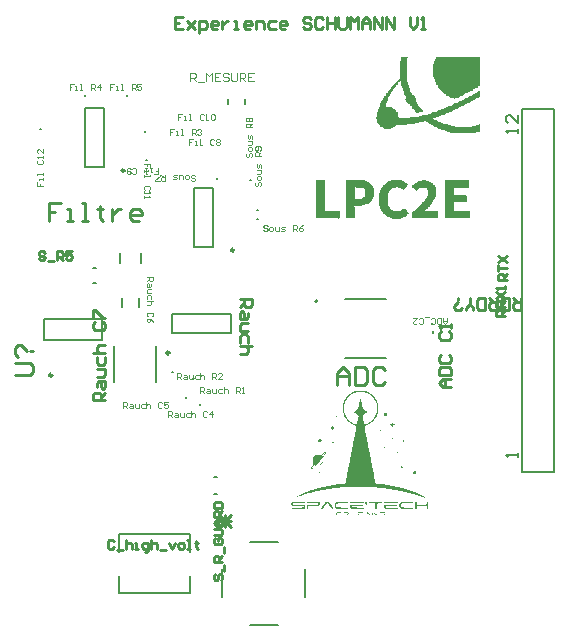
<source format=gto>
G04*
G04 #@! TF.GenerationSoftware,Altium Limited,Altium Designer,22.2.1 (43)*
G04*
G04 Layer_Color=65535*
%FSLAX23Y23*%
%MOIN*%
G70*
G04*
G04 #@! TF.SameCoordinates,341014A0-F451-4C88-BB74-CD236E81B47C*
G04*
G04*
G04 #@! TF.FilePolarity,Positive*
G04*
G01*
G75*
%ADD10C,0.010*%
%ADD11C,0.008*%
%ADD12C,0.005*%
%ADD13C,0.010*%
%ADD14C,0.004*%
%ADD15C,0.006*%
G36*
X4475Y4007D02*
X4470D01*
Y4004D01*
X4468D01*
Y4002D01*
X4463D01*
Y3999D01*
X4458D01*
Y3997D01*
X4453D01*
Y3995D01*
X4451D01*
Y3992D01*
X4446D01*
Y3990D01*
X4441D01*
Y3987D01*
X4436D01*
Y3985D01*
X4431D01*
Y3983D01*
X4427D01*
Y3980D01*
X4422D01*
Y3978D01*
X4419D01*
Y3975D01*
X4412D01*
Y3973D01*
X4410D01*
Y3970D01*
X4405D01*
Y3968D01*
X4398D01*
Y3966D01*
X4393D01*
Y3963D01*
X4388D01*
Y3966D01*
X4383D01*
Y3968D01*
X4376D01*
Y3970D01*
X4371D01*
Y3973D01*
X4369D01*
Y3975D01*
X4364D01*
Y3978D01*
X4361D01*
Y3980D01*
X4357D01*
Y3983D01*
X4354D01*
Y3985D01*
X4352D01*
Y3987D01*
X4349D01*
Y3990D01*
X4347D01*
Y3992D01*
X4345D01*
Y3995D01*
X4342D01*
Y3997D01*
X4340D01*
Y4002D01*
X4337D01*
Y4004D01*
X4335D01*
Y4009D01*
X4332D01*
Y4011D01*
X4330D01*
Y4016D01*
X4328D01*
Y4021D01*
X4325D01*
Y4031D01*
X4323D01*
Y4033D01*
Y4036D01*
Y4038D01*
X4320D01*
Y4079D01*
X4323D01*
Y4089D01*
X4325D01*
Y4096D01*
X4328D01*
Y4101D01*
X4330D01*
Y4103D01*
X4475D01*
Y4007D01*
D02*
G37*
G36*
X4236Y4101D02*
X4233D01*
Y4086D01*
X4231D01*
Y4033D01*
X4233D01*
Y4019D01*
X4236D01*
Y4009D01*
X4238D01*
Y4002D01*
X4241D01*
Y3995D01*
X4243D01*
Y3987D01*
X4245D01*
Y3983D01*
X4248D01*
Y3980D01*
X4250D01*
Y3978D01*
X4255D01*
Y3975D01*
X4258D01*
Y3973D01*
X4260D01*
Y3968D01*
X4262D01*
Y3958D01*
X4260D01*
Y3956D01*
X4262D01*
Y3954D01*
X4265D01*
Y3949D01*
X4267D01*
Y3946D01*
X4270D01*
Y3941D01*
X4272D01*
Y3939D01*
X4274D01*
Y3937D01*
X4277D01*
Y3934D01*
X4279D01*
Y3932D01*
X4282D01*
Y3929D01*
X4284D01*
Y3927D01*
X4286D01*
Y3922D01*
X4282D01*
Y3920D01*
X4272D01*
Y3917D01*
X4262D01*
Y3920D01*
X4260D01*
Y3922D01*
X4258D01*
Y3927D01*
X4255D01*
Y3929D01*
X4253D01*
Y3932D01*
X4250D01*
Y3937D01*
X4248D01*
Y3939D01*
X4245D01*
Y3941D01*
X4243D01*
Y3946D01*
X4236D01*
Y3949D01*
X4233D01*
Y3951D01*
X4231D01*
Y3954D01*
X4228D01*
Y3961D01*
X4226D01*
Y3963D01*
X4228D01*
Y3973D01*
X4226D01*
Y3978D01*
X4224D01*
Y3985D01*
X4221D01*
Y3990D01*
X4219D01*
Y3999D01*
X4216D01*
Y4007D01*
X4214D01*
Y4016D01*
X4212D01*
Y4024D01*
X4209D01*
Y4021D01*
X4207D01*
Y4019D01*
X4204D01*
Y4014D01*
X4202D01*
Y4011D01*
X4200D01*
Y4009D01*
X4197D01*
Y4007D01*
X4195D01*
Y4004D01*
X4192D01*
Y3999D01*
X4190D01*
Y3997D01*
X4187D01*
Y3995D01*
X4185D01*
Y3990D01*
X4183D01*
Y3987D01*
X4180D01*
Y3983D01*
X4178D01*
Y3980D01*
X4175D01*
Y3975D01*
X4173D01*
Y3970D01*
X4170D01*
Y3966D01*
X4168D01*
Y3958D01*
X4166D01*
Y3951D01*
X4163D01*
Y3937D01*
X4183D01*
Y3934D01*
X4187D01*
Y3932D01*
X4190D01*
Y3929D01*
X4192D01*
Y3927D01*
X4195D01*
Y3924D01*
X4197D01*
Y3922D01*
X4200D01*
Y3920D01*
X4202D01*
Y3912D01*
X4204D01*
Y3903D01*
X4207D01*
Y3900D01*
X4243D01*
Y3903D01*
X4260D01*
Y3905D01*
X4272D01*
Y3908D01*
X4284D01*
Y3910D01*
X4291D01*
Y3912D01*
X4301D01*
Y3915D01*
X4311D01*
Y3917D01*
X4315D01*
Y3920D01*
X4325D01*
Y3922D01*
X4332D01*
Y3924D01*
X4337D01*
Y3927D01*
X4345D01*
Y3929D01*
X4352D01*
Y3932D01*
X4357D01*
Y3934D01*
X4364D01*
Y3937D01*
X4369D01*
Y3939D01*
X4373D01*
Y3941D01*
X4381D01*
Y3944D01*
X4386D01*
Y3946D01*
X4390D01*
Y3949D01*
X4395D01*
Y3951D01*
X4403D01*
Y3954D01*
X4407D01*
Y3956D01*
X4412D01*
Y3958D01*
X4417D01*
Y3961D01*
X4422D01*
Y3963D01*
X4427D01*
Y3966D01*
X4431D01*
Y3968D01*
X4436D01*
Y3970D01*
X4439D01*
Y3973D01*
X4444D01*
Y3975D01*
X4448D01*
Y3978D01*
X4453D01*
Y3980D01*
X4458D01*
Y3983D01*
X4460D01*
Y3985D01*
X4465D01*
Y3987D01*
X4470D01*
Y3990D01*
X4473D01*
Y3992D01*
X4475D01*
Y3970D01*
X4473D01*
Y3968D01*
X4468D01*
Y3966D01*
X4463D01*
Y3963D01*
X4458D01*
Y3961D01*
X4453D01*
Y3958D01*
X4451D01*
Y3956D01*
X4446D01*
Y3954D01*
X4441D01*
Y3951D01*
X4436D01*
Y3949D01*
X4431D01*
Y3946D01*
X4427D01*
Y3944D01*
X4422D01*
Y3941D01*
X4417D01*
Y3939D01*
X4412D01*
Y3937D01*
X4407D01*
Y3934D01*
X4403D01*
Y3932D01*
X4398D01*
Y3929D01*
X4393D01*
Y3927D01*
X4386D01*
Y3924D01*
X4381D01*
Y3922D01*
X4376D01*
Y3920D01*
X4371D01*
Y3917D01*
X4364D01*
Y3915D01*
X4359D01*
Y3912D01*
X4352D01*
Y3910D01*
X4347D01*
Y3908D01*
X4340D01*
Y3905D01*
X4332D01*
Y3903D01*
X4328D01*
Y3900D01*
X4320D01*
Y3898D01*
X4323D01*
Y3895D01*
X4328D01*
Y3893D01*
X4332D01*
Y3891D01*
X4337D01*
Y3888D01*
X4342D01*
Y3886D01*
X4347D01*
Y3883D01*
X4354D01*
Y3881D01*
X4361D01*
Y3879D01*
X4369D01*
Y3876D01*
X4378D01*
Y3874D01*
X4393D01*
Y3871D01*
X4448D01*
Y3874D01*
X4463D01*
Y3876D01*
X4473D01*
Y3879D01*
X4475D01*
Y3854D01*
X4463D01*
Y3852D01*
X4448D01*
Y3850D01*
X4390D01*
Y3852D01*
X4376D01*
Y3854D01*
X4366D01*
Y3857D01*
X4359D01*
Y3859D01*
X4349D01*
Y3862D01*
X4345D01*
Y3864D01*
X4337D01*
Y3866D01*
X4332D01*
Y3869D01*
X4328D01*
Y3871D01*
X4323D01*
Y3874D01*
X4318D01*
Y3876D01*
X4313D01*
Y3879D01*
X4311D01*
Y3881D01*
X4306D01*
Y3883D01*
X4301D01*
Y3886D01*
X4299D01*
Y3888D01*
X4296D01*
Y3891D01*
X4289D01*
Y3888D01*
X4279D01*
Y3886D01*
X4272D01*
Y3883D01*
X4260D01*
Y3881D01*
X4248D01*
Y3879D01*
X4233D01*
Y3876D01*
X4195D01*
Y3874D01*
X4192D01*
Y3871D01*
X4190D01*
Y3869D01*
X4185D01*
Y3866D01*
X4180D01*
Y3864D01*
X4156D01*
Y3866D01*
X4151D01*
Y3869D01*
X4146D01*
Y3871D01*
X4144D01*
Y3874D01*
X4141D01*
Y3876D01*
X4139D01*
Y3879D01*
X4137D01*
Y3883D01*
X4134D01*
Y3888D01*
X4132D01*
Y3898D01*
X4129D01*
Y3903D01*
X4132D01*
Y3912D01*
X4134D01*
Y3920D01*
X4137D01*
Y3929D01*
X4139D01*
Y3937D01*
X4141D01*
Y3944D01*
X4144D01*
Y3951D01*
X4146D01*
Y3956D01*
X4149D01*
Y3961D01*
X4151D01*
Y3963D01*
X4154D01*
Y3968D01*
X4156D01*
Y3973D01*
X4158D01*
Y3975D01*
X4161D01*
Y3980D01*
X4163D01*
Y3983D01*
X4166D01*
Y3985D01*
X4168D01*
Y3990D01*
X4170D01*
Y3992D01*
X4173D01*
Y3995D01*
X4175D01*
Y3997D01*
X4178D01*
Y3999D01*
X4180D01*
Y4004D01*
X4183D01*
Y4007D01*
X4185D01*
Y4009D01*
X4187D01*
Y4011D01*
X4190D01*
Y4014D01*
X4192D01*
Y4016D01*
X4195D01*
Y4019D01*
X4197D01*
Y4021D01*
X4200D01*
Y4024D01*
X4202D01*
Y4026D01*
X4204D01*
Y4028D01*
X4207D01*
Y4031D01*
X4209D01*
Y4089D01*
X4212D01*
Y4103D01*
X4236D01*
Y4101D01*
D02*
G37*
G36*
X4209Y3693D02*
X4216D01*
Y3690D01*
X4224D01*
Y3688D01*
X4226D01*
Y3685D01*
X4231D01*
Y3683D01*
X4233D01*
Y3680D01*
X4236D01*
Y3676D01*
X4233D01*
Y3673D01*
X4231D01*
Y3671D01*
X4228D01*
Y3668D01*
X4226D01*
Y3664D01*
X4224D01*
Y3661D01*
X4219D01*
Y3664D01*
X4214D01*
Y3666D01*
X4212D01*
Y3668D01*
X4204D01*
Y3671D01*
X4195D01*
Y3668D01*
X4187D01*
Y3666D01*
X4183D01*
Y3664D01*
X4180D01*
Y3661D01*
X4178D01*
Y3659D01*
X4175D01*
Y3656D01*
X4173D01*
Y3649D01*
X4170D01*
Y3642D01*
X4168D01*
Y3615D01*
X4170D01*
Y3608D01*
X4173D01*
Y3603D01*
X4175D01*
Y3598D01*
X4178D01*
Y3596D01*
X4180D01*
Y3593D01*
X4185D01*
Y3591D01*
X4192D01*
Y3589D01*
X4204D01*
Y3591D01*
X4212D01*
Y3593D01*
X4216D01*
Y3596D01*
X4219D01*
Y3598D01*
X4221D01*
Y3601D01*
X4224D01*
Y3598D01*
X4226D01*
Y3596D01*
X4228D01*
Y3593D01*
X4231D01*
Y3591D01*
X4233D01*
Y3586D01*
X4236D01*
Y3584D01*
X4238D01*
Y3581D01*
X4236D01*
Y3579D01*
X4233D01*
Y3576D01*
X4231D01*
Y3574D01*
X4228D01*
Y3572D01*
X4224D01*
Y3569D01*
X4219D01*
Y3567D01*
X4212D01*
Y3564D01*
X4183D01*
Y3567D01*
X4175D01*
Y3569D01*
X4168D01*
Y3572D01*
X4166D01*
Y3574D01*
X4161D01*
Y3576D01*
X4158D01*
Y3579D01*
X4156D01*
Y3581D01*
X4154D01*
Y3584D01*
X4151D01*
Y3586D01*
X4149D01*
Y3591D01*
X4146D01*
Y3596D01*
X4144D01*
Y3601D01*
X4141D01*
Y3608D01*
X4139D01*
Y3649D01*
X4141D01*
Y3656D01*
X4144D01*
Y3661D01*
X4146D01*
Y3666D01*
X4149D01*
Y3671D01*
X4151D01*
Y3673D01*
X4154D01*
Y3676D01*
X4156D01*
Y3678D01*
X4158D01*
Y3680D01*
X4161D01*
Y3683D01*
X4163D01*
Y3685D01*
X4166D01*
Y3688D01*
X4170D01*
Y3690D01*
X4178D01*
Y3693D01*
X4185D01*
Y3695D01*
X4209D01*
Y3693D01*
D02*
G37*
G36*
X4439Y3668D02*
X4388D01*
Y3644D01*
X4429D01*
Y3642D01*
X4431D01*
Y3622D01*
Y3620D01*
X4388D01*
Y3591D01*
X4439D01*
Y3589D01*
X4441D01*
Y3567D01*
X4359D01*
Y3693D01*
X4439D01*
Y3668D01*
D02*
G37*
G36*
X4296Y3690D02*
X4306D01*
Y3688D01*
X4311D01*
Y3685D01*
X4315D01*
Y3683D01*
X4318D01*
Y3680D01*
X4320D01*
Y3678D01*
X4323D01*
Y3676D01*
X4325D01*
Y3671D01*
X4328D01*
Y3664D01*
X4330D01*
Y3642D01*
X4328D01*
Y3637D01*
X4325D01*
Y3630D01*
X4323D01*
Y3627D01*
X4320D01*
Y3622D01*
X4318D01*
Y3620D01*
X4315D01*
Y3615D01*
X4313D01*
Y3613D01*
X4311D01*
Y3610D01*
X4308D01*
Y3605D01*
X4306D01*
Y3603D01*
X4303D01*
Y3601D01*
X4301D01*
Y3598D01*
X4299D01*
Y3596D01*
X4296D01*
Y3593D01*
X4294D01*
Y3591D01*
X4291D01*
Y3589D01*
X4296D01*
Y3591D01*
X4335D01*
Y3589D01*
X4337D01*
Y3567D01*
X4248D01*
Y3581D01*
X4250D01*
Y3586D01*
X4253D01*
Y3589D01*
X4258D01*
Y3591D01*
X4260D01*
Y3593D01*
X4262D01*
Y3596D01*
X4265D01*
Y3598D01*
X4267D01*
Y3601D01*
X4270D01*
Y3603D01*
X4272D01*
Y3605D01*
X4274D01*
Y3608D01*
X4277D01*
Y3610D01*
X4279D01*
Y3613D01*
X4282D01*
Y3615D01*
X4284D01*
Y3620D01*
X4286D01*
Y3622D01*
X4289D01*
Y3625D01*
X4291D01*
Y3627D01*
X4294D01*
Y3632D01*
X4296D01*
Y3635D01*
X4299D01*
Y3639D01*
X4301D01*
Y3647D01*
X4303D01*
Y3654D01*
X4301D01*
Y3661D01*
X4299D01*
Y3666D01*
X4294D01*
Y3668D01*
X4277D01*
Y3666D01*
X4272D01*
Y3664D01*
X4270D01*
Y3661D01*
X4267D01*
Y3659D01*
X4265D01*
Y3656D01*
X4262D01*
Y3659D01*
X4260D01*
Y3661D01*
X4258D01*
Y3664D01*
X4255D01*
Y3666D01*
X4253D01*
Y3668D01*
X4250D01*
Y3671D01*
X4248D01*
Y3673D01*
X4250D01*
Y3676D01*
X4253D01*
Y3678D01*
X4255D01*
Y3680D01*
X4258D01*
Y3683D01*
X4262D01*
Y3685D01*
X4265D01*
Y3688D01*
X4270D01*
Y3690D01*
X4282D01*
Y3693D01*
X4296D01*
Y3690D01*
D02*
G37*
G36*
X4091D02*
X4100D01*
Y3688D01*
X4105D01*
Y3685D01*
X4108D01*
Y3683D01*
X4110D01*
Y3680D01*
X4113D01*
Y3678D01*
X4115D01*
Y3676D01*
X4117D01*
Y3673D01*
X4120D01*
Y3666D01*
X4122D01*
Y3651D01*
Y3649D01*
Y3637D01*
X4120D01*
Y3632D01*
X4117D01*
Y3627D01*
X4115D01*
Y3625D01*
X4113D01*
Y3622D01*
X4110D01*
Y3620D01*
X4108D01*
Y3618D01*
X4105D01*
Y3615D01*
X4098D01*
Y3613D01*
X4093D01*
Y3610D01*
X4081D01*
Y3608D01*
X4057D01*
Y3605D01*
X4059D01*
Y3567D01*
X4028D01*
Y3693D01*
X4091D01*
Y3690D01*
D02*
G37*
G36*
X3958Y3591D02*
X4009D01*
Y3567D01*
X4006D01*
Y3564D01*
X4004D01*
Y3567D01*
X3934D01*
Y3564D01*
X3931D01*
Y3567D01*
X3929D01*
Y3627D01*
Y3630D01*
Y3693D01*
X3958D01*
Y3591D01*
D02*
G37*
G36*
X3897Y3523D02*
X3895D01*
Y3526D01*
X3897D01*
Y3523D01*
D02*
G37*
G36*
X4162Y2917D02*
X4162D01*
Y2917D01*
X4162D01*
Y2917D01*
X4163D01*
Y2917D01*
X4163D01*
Y2917D01*
X4163D01*
Y2917D01*
X4163D01*
Y2917D01*
X4164D01*
Y2917D01*
X4164D01*
Y2917D01*
X4164D01*
Y2917D01*
X4164D01*
Y2917D01*
X4164D01*
Y2917D01*
X4164D01*
Y2916D01*
X4164D01*
Y2916D01*
X4165D01*
Y2916D01*
X4165D01*
Y2916D01*
X4165D01*
Y2916D01*
X4165D01*
Y2916D01*
X4165D01*
Y2916D01*
X4165D01*
Y2916D01*
X4165D01*
Y2916D01*
X4165D01*
Y2916D01*
X4165D01*
Y2916D01*
X4165D01*
Y2916D01*
X4165D01*
Y2916D01*
X4165D01*
Y2915D01*
X4166D01*
Y2915D01*
X4166D01*
Y2915D01*
X4166D01*
Y2915D01*
X4166D01*
Y2915D01*
X4166D01*
Y2915D01*
X4166D01*
Y2915D01*
X4166D01*
Y2915D01*
X4166D01*
Y2915D01*
X4166D01*
Y2915D01*
X4166D01*
Y2914D01*
X4166D01*
Y2914D01*
X4166D01*
Y2914D01*
X4166D01*
Y2914D01*
X4166D01*
Y2913D01*
X4167D01*
Y2913D01*
X4167D01*
Y2911D01*
X4167D01*
Y2911D01*
X4166D01*
Y2910D01*
X4166D01*
Y2910D01*
X4166D01*
Y2910D01*
X4166D01*
Y2910D01*
X4166D01*
Y2910D01*
X4166D01*
Y2909D01*
X4166D01*
Y2909D01*
X4166D01*
Y2909D01*
X4166D01*
Y2909D01*
X4166D01*
Y2909D01*
X4166D01*
Y2909D01*
X4166D01*
Y2909D01*
X4166D01*
Y2909D01*
X4166D01*
Y2908D01*
X4165D01*
Y2908D01*
X4165D01*
Y2908D01*
X4165D01*
Y2908D01*
X4165D01*
Y2908D01*
X4165D01*
Y2908D01*
X4165D01*
Y2908D01*
X4165D01*
Y2908D01*
X4165D01*
Y2908D01*
X4165D01*
Y2908D01*
X4165D01*
Y2908D01*
X4165D01*
Y2908D01*
X4165D01*
Y2907D01*
X4164D01*
Y2907D01*
X4164D01*
Y2907D01*
X4164D01*
Y2907D01*
X4164D01*
Y2907D01*
X4164D01*
Y2907D01*
X4164D01*
Y2907D01*
X4164D01*
Y2907D01*
X4163D01*
Y2907D01*
X4163D01*
Y2907D01*
X4163D01*
Y2907D01*
X4163D01*
Y2907D01*
X4162D01*
Y2907D01*
X4162D01*
Y2907D01*
X4160D01*
Y2907D01*
X4159D01*
Y2907D01*
X4159D01*
Y2907D01*
X4158D01*
Y2907D01*
X4158D01*
Y2907D01*
X4158D01*
Y2907D01*
X4158D01*
Y2907D01*
X4158D01*
Y2907D01*
X4158D01*
Y2907D01*
X4157D01*
Y2907D01*
X4157D01*
Y2907D01*
X4157D01*
Y2907D01*
X4157D01*
Y2907D01*
X4157D01*
Y2908D01*
X4157D01*
Y2908D01*
X4157D01*
Y2908D01*
X4157D01*
Y2908D01*
X4157D01*
Y2908D01*
X4157D01*
Y2908D01*
X4157D01*
Y2908D01*
X4156D01*
Y2908D01*
X4156D01*
Y2908D01*
X4156D01*
Y2908D01*
X4156D01*
Y2909D01*
X4156D01*
Y2909D01*
X4156D01*
Y2909D01*
X4156D01*
Y2909D01*
X4156D01*
Y2910D01*
X4156D01*
Y2910D01*
X4156D01*
Y2912D01*
X4156D01*
Y2912D01*
X4156D01*
Y2913D01*
X4156D01*
Y2913D01*
X4156D01*
Y2913D01*
X4156D01*
Y2914D01*
X4156D01*
Y2914D01*
X4156D01*
Y2914D01*
X4156D01*
Y2914D01*
X4156D01*
Y2914D01*
X4157D01*
Y2914D01*
X4157D01*
Y2915D01*
X4157D01*
Y2915D01*
X4157D01*
Y2915D01*
X4157D01*
Y2915D01*
X4157D01*
Y2915D01*
Y2915D01*
X4157D01*
Y2915D01*
X4157D01*
Y2915D01*
X4157D01*
Y2915D01*
X4157D01*
Y2915D01*
X4157D01*
Y2916D01*
X4157D01*
Y2916D01*
X4157D01*
Y2916D01*
X4158D01*
Y2916D01*
X4158D01*
Y2916D01*
X4158D01*
Y2916D01*
X4158D01*
Y2916D01*
X4158D01*
Y2916D01*
X4158D01*
Y2916D01*
X4158D01*
Y2916D01*
X4158D01*
Y2916D01*
X4158D01*
Y2916D01*
X4158D01*
Y2917D01*
X4158D01*
Y2917D01*
X4158D01*
Y2917D01*
X4159D01*
Y2917D01*
X4159D01*
Y2917D01*
X4159D01*
Y2917D01*
X4159D01*
Y2917D01*
X4159D01*
Y2917D01*
X4159D01*
Y2917D01*
X4159D01*
Y2917D01*
X4160D01*
Y2917D01*
X4160D01*
Y2917D01*
X4160D01*
Y2917D01*
X4162D01*
Y2917D01*
D02*
G37*
G36*
X3998Y2906D02*
X3998D01*
Y2906D01*
X3998D01*
Y2906D01*
X3998D01*
Y2906D01*
X3998D01*
Y2906D01*
X3998D01*
Y2906D01*
X3998D01*
Y2906D01*
X3998D01*
Y2906D01*
X3998D01*
Y2906D01*
X3998D01*
Y2906D01*
X3999D01*
Y2905D01*
X3999D01*
Y2905D01*
X3999D01*
Y2905D01*
X3999D01*
Y2905D01*
X3999D01*
Y2905D01*
X3999D01*
Y2905D01*
X3999D01*
Y2905D01*
X3999D01*
Y2905D01*
X3999D01*
Y2905D01*
X3999D01*
Y2905D01*
X3999D01*
Y2905D01*
X3998D01*
Y2905D01*
X3998D01*
Y2904D01*
X3998D01*
Y2904D01*
X3998D01*
Y2904D01*
X3998D01*
Y2904D01*
X3998D01*
Y2904D01*
X3998D01*
Y2904D01*
X3998D01*
Y2904D01*
X3998D01*
Y2904D01*
X3998D01*
Y2904D01*
X3998D01*
Y2904D01*
X3998D01*
Y2904D01*
X3998D01*
Y2904D01*
X3997D01*
Y2904D01*
X3997D01*
Y2904D01*
X3997D01*
Y2903D01*
X3997D01*
Y2903D01*
X3997D01*
Y2903D01*
X3997D01*
Y2904D01*
X3997D01*
Y2904D01*
X3997D01*
Y2904D01*
X3997D01*
Y2904D01*
X3997D01*
Y2904D01*
X3997D01*
Y2904D01*
X3996D01*
Y2904D01*
X3996D01*
Y2904D01*
X3996D01*
Y2904D01*
X3996D01*
Y2904D01*
X3996D01*
Y2904D01*
X3996D01*
Y2904D01*
X3996D01*
Y2904D01*
X3996D01*
Y2904D01*
X3996D01*
Y2905D01*
X3996D01*
Y2905D01*
X3996D01*
Y2905D01*
X3996D01*
Y2905D01*
X3996D01*
Y2905D01*
X3996D01*
Y2905D01*
X3995D01*
Y2905D01*
X3995D01*
Y2905D01*
X3995D01*
Y2905D01*
X3995D01*
Y2905D01*
X3996D01*
Y2905D01*
X3996D01*
Y2905D01*
X3996D01*
Y2905D01*
X3996D01*
Y2906D01*
X3996D01*
Y2906D01*
X3996D01*
Y2906D01*
X3996D01*
Y2906D01*
X3996D01*
Y2906D01*
X3996D01*
Y2906D01*
X3996D01*
Y2906D01*
X3997D01*
Y2906D01*
X3997D01*
Y2906D01*
X3997D01*
Y2906D01*
X3997D01*
Y2906D01*
X3998D01*
Y2906D01*
D02*
G37*
G36*
X4184Y2886D02*
X4184D01*
Y2886D01*
X4184D01*
Y2886D01*
X4184D01*
Y2886D01*
X4184D01*
Y2886D01*
X4184D01*
Y2886D01*
X4184D01*
Y2886D01*
X4184D01*
Y2885D01*
X4184D01*
Y2885D01*
X4184D01*
Y2885D01*
X4184D01*
Y2885D01*
X4184D01*
Y2885D01*
X4184D01*
Y2885D01*
X4185D01*
Y2885D01*
X4185D01*
Y2885D01*
X4185D01*
Y2884D01*
X4185D01*
Y2884D01*
X4185D01*
Y2884D01*
X4185D01*
Y2884D01*
X4185D01*
Y2884D01*
X4185D01*
Y2884D01*
X4185D01*
Y2883D01*
X4185D01*
Y2883D01*
X4185D01*
Y2883D01*
X4185D01*
Y2883D01*
X4185D01*
Y2882D01*
X4186D01*
Y2882D01*
X4186D01*
Y2882D01*
X4186D01*
Y2882D01*
X4186D01*
Y2882D01*
X4186D01*
Y2882D01*
X4186D01*
Y2882D01*
X4186D01*
Y2881D01*
X4186D01*
Y2881D01*
X4186D01*
Y2881D01*
X4186D01*
Y2881D01*
X4186D01*
Y2881D01*
X4186D01*
Y2881D01*
X4186D01*
Y2881D01*
X4187D01*
Y2881D01*
X4187D01*
Y2881D01*
X4187D01*
Y2881D01*
X4187D01*
Y2881D01*
X4187D01*
Y2881D01*
X4187D01*
Y2881D01*
X4187D01*
Y2880D01*
X4187D01*
Y2880D01*
X4187D01*
Y2880D01*
X4188D01*
Y2880D01*
X4188D01*
Y2880D01*
X4188D01*
Y2880D01*
X4188D01*
Y2880D01*
X4188D01*
Y2880D01*
X4189D01*
Y2880D01*
X4189D01*
Y2880D01*
X4189D01*
Y2880D01*
X4189D01*
Y2880D01*
X4190D01*
Y2880D01*
X4190D01*
Y2879D01*
X4190D01*
Y2879D01*
X4190D01*
Y2879D01*
X4190D01*
Y2879D01*
X4190D01*
Y2879D01*
X4190D01*
Y2879D01*
X4191D01*
Y2879D01*
X4191D01*
Y2879D01*
X4191D01*
Y2879D01*
X4191D01*
Y2879D01*
X4191D01*
Y2879D01*
X4191D01*
Y2879D01*
X4191D01*
Y2878D01*
X4191D01*
Y2878D01*
X4191D01*
Y2878D01*
X4191D01*
Y2878D01*
X4191D01*
Y2878D01*
X4190D01*
Y2878D01*
X4190D01*
Y2878D01*
X4190D01*
Y2877D01*
X4190D01*
Y2877D01*
X4190D01*
Y2877D01*
X4190D01*
Y2877D01*
X4190D01*
Y2877D01*
X4190D01*
Y2877D01*
X4190D01*
Y2877D01*
X4189D01*
Y2877D01*
X4189D01*
Y2877D01*
X4189D01*
Y2877D01*
X4189D01*
Y2877D01*
X4189D01*
Y2877D01*
X4189D01*
Y2877D01*
X4189D01*
Y2876D01*
X4189D01*
Y2876D01*
X4189D01*
Y2876D01*
X4188D01*
Y2876D01*
X4188D01*
Y2876D01*
X4188D01*
Y2876D01*
X4188D01*
Y2876D01*
X4188D01*
Y2876D01*
X4188D01*
Y2876D01*
X4188D01*
Y2876D01*
X4188D01*
Y2876D01*
X4188D01*
Y2876D01*
X4188D01*
Y2876D01*
X4188D01*
Y2876D01*
X4187D01*
Y2875D01*
X4187D01*
Y2875D01*
X4187D01*
Y2875D01*
X4187D01*
Y2875D01*
X4187D01*
Y2875D01*
X4187D01*
Y2875D01*
X4187D01*
Y2875D01*
X4187D01*
Y2875D01*
X4187D01*
Y2875D01*
X4187D01*
Y2875D01*
X4187D01*
Y2874D01*
X4187D01*
Y2874D01*
X4187D01*
Y2874D01*
X4187D01*
Y2874D01*
X4186D01*
Y2874D01*
X4186D01*
Y2874D01*
X4186D01*
Y2874D01*
X4186D01*
Y2874D01*
X4186D01*
Y2874D01*
X4186D01*
Y2873D01*
X4186D01*
Y2873D01*
X4186D01*
Y2873D01*
X4186D01*
Y2873D01*
X4186D01*
Y2873D01*
X4186D01*
Y2873D01*
X4186D01*
Y2873D01*
X4186D01*
Y2873D01*
X4185D01*
Y2872D01*
X4185D01*
Y2872D01*
X4185D01*
Y2872D01*
X4185D01*
Y2872D01*
X4185D01*
Y2872D01*
X4185D01*
Y2872D01*
X4185D01*
Y2872D01*
X4185D01*
Y2871D01*
X4185D01*
Y2871D01*
X4185D01*
Y2871D01*
X4185D01*
Y2871D01*
X4185D01*
Y2871D01*
X4185D01*
Y2871D01*
X4184D01*
Y2871D01*
X4184D01*
Y2871D01*
X4184D01*
Y2870D01*
X4184D01*
Y2870D01*
X4184D01*
Y2870D01*
X4184D01*
Y2870D01*
X4184D01*
Y2870D01*
X4184D01*
Y2870D01*
X4184D01*
Y2870D01*
X4184D01*
Y2870D01*
X4184D01*
Y2869D01*
X4184D01*
Y2869D01*
X4184D01*
Y2869D01*
X4184D01*
Y2869D01*
X4183D01*
Y2869D01*
X4183D01*
Y2869D01*
X4183D01*
Y2869D01*
X4183D01*
Y2869D01*
X4183D01*
Y2869D01*
X4183D01*
Y2869D01*
X4183D01*
Y2869D01*
X4183D01*
Y2869D01*
X4183D01*
Y2869D01*
X4183D01*
Y2869D01*
X4183D01*
Y2870D01*
X4183D01*
Y2870D01*
X4183D01*
Y2870D01*
X4182D01*
Y2870D01*
X4182D01*
Y2870D01*
X4182D01*
Y2871D01*
X4182D01*
Y2871D01*
X4182D01*
Y2871D01*
X4182D01*
Y2871D01*
X4182D01*
Y2872D01*
X4182D01*
Y2872D01*
X4182D01*
Y2872D01*
X4182D01*
Y2873D01*
X4182D01*
Y2873D01*
X4182D01*
Y2874D01*
X4182D01*
Y2874D01*
X4181D01*
Y2874D01*
X4181D01*
Y2874D01*
X4181D01*
Y2874D01*
X4181D01*
Y2874D01*
X4181D01*
Y2875D01*
X4181D01*
Y2875D01*
X4181D01*
Y2875D01*
X4181D01*
Y2875D01*
X4181D01*
Y2875D01*
X4181D01*
Y2875D01*
X4181D01*
Y2875D01*
X4181D01*
Y2875D01*
X4181D01*
Y2875D01*
X4181D01*
Y2875D01*
X4180D01*
Y2875D01*
X4180D01*
Y2876D01*
X4180D01*
Y2876D01*
X4180D01*
Y2876D01*
X4180D01*
Y2876D01*
X4180D01*
Y2876D01*
X4180D01*
Y2876D01*
X4180D01*
Y2876D01*
X4180D01*
Y2876D01*
X4180D01*
Y2876D01*
X4179D01*
Y2876D01*
X4179D01*
Y2876D01*
X4179D01*
Y2876D01*
X4179D01*
Y2876D01*
X4179D01*
Y2876D01*
X4179D01*
Y2877D01*
X4179D01*
Y2877D01*
X4179D01*
Y2877D01*
X4178D01*
Y2877D01*
X4178D01*
Y2877D01*
X4178D01*
Y2877D01*
X4178D01*
Y2877D01*
X4178D01*
Y2877D01*
X4178D01*
Y2877D01*
X4178D01*
Y2877D01*
X4178D01*
Y2877D01*
X4178D01*
Y2877D01*
X4177D01*
Y2877D01*
X4177D01*
Y2878D01*
X4177D01*
Y2878D01*
X4177D01*
Y2878D01*
X4177D01*
Y2878D01*
X4177D01*
Y2878D01*
X4177D01*
Y2878D01*
X4177D01*
Y2878D01*
X4177D01*
Y2878D01*
X4177D01*
Y2878D01*
X4177D01*
Y2878D01*
X4177D01*
Y2878D01*
X4177D01*
Y2878D01*
X4177D01*
Y2879D01*
X4177D01*
Y2879D01*
X4177D01*
Y2879D01*
X4177D01*
Y2879D01*
X4177D01*
Y2879D01*
X4177D01*
Y2879D01*
X4177D01*
Y2879D01*
X4177D01*
Y2879D01*
X4177D01*
Y2879D01*
X4177D01*
Y2879D01*
X4177D01*
Y2879D01*
X4177D01*
Y2879D01*
X4178D01*
Y2879D01*
X4178D01*
Y2879D01*
X4178D01*
Y2880D01*
X4178D01*
Y2880D01*
X4178D01*
Y2880D01*
X4178D01*
Y2880D01*
X4178D01*
Y2880D01*
X4178D01*
Y2880D01*
X4178D01*
Y2880D01*
X4178D01*
Y2880D01*
X4179D01*
Y2880D01*
X4179D01*
Y2880D01*
X4179D01*
Y2880D01*
X4179D01*
Y2880D01*
X4179D01*
Y2880D01*
X4179D01*
Y2881D01*
X4179D01*
Y2881D01*
X4179D01*
Y2881D01*
X4180D01*
Y2881D01*
X4180D01*
Y2881D01*
X4180D01*
Y2881D01*
X4180D01*
Y2881D01*
X4180D01*
Y2881D01*
X4180D01*
Y2881D01*
X4180D01*
Y2881D01*
X4180D01*
Y2881D01*
X4180D01*
Y2881D01*
X4180D01*
Y2881D01*
X4180D01*
Y2881D01*
X4181D01*
Y2882D01*
X4181D01*
Y2882D01*
X4181D01*
Y2882D01*
X4181D01*
Y2882D01*
X4181D01*
Y2882D01*
X4181D01*
Y2882D01*
X4181D01*
Y2882D01*
X4181D01*
Y2882D01*
X4181D01*
Y2882D01*
X4181D01*
Y2882D01*
X4181D01*
Y2883D01*
X4181D01*
Y2883D01*
X4181D01*
Y2883D01*
X4181D01*
Y2883D01*
X4182D01*
Y2883D01*
X4182D01*
Y2884D01*
X4182D01*
Y2884D01*
X4182D01*
Y2884D01*
X4182D01*
Y2884D01*
X4182D01*
Y2884D01*
X4182D01*
Y2885D01*
X4182D01*
Y2885D01*
X4182D01*
Y2885D01*
X4182D01*
Y2885D01*
X4182D01*
Y2885D01*
X4182D01*
Y2885D01*
X4182D01*
Y2885D01*
X4183D01*
Y2886D01*
X4183D01*
Y2886D01*
X4183D01*
Y2886D01*
X4183D01*
Y2886D01*
X4183D01*
Y2886D01*
X4183D01*
Y2886D01*
X4183D01*
Y2886D01*
X4183D01*
Y2886D01*
X4184D01*
Y2886D01*
D02*
G37*
G36*
X3984Y2875D02*
X3984D01*
Y2875D01*
X3984D01*
Y2875D01*
X3984D01*
Y2874D01*
X3984D01*
Y2874D01*
X3985D01*
Y2874D01*
X3985D01*
Y2874D01*
X3985D01*
Y2874D01*
X3985D01*
Y2874D01*
X3985D01*
Y2874D01*
X3985D01*
Y2873D01*
X3985D01*
Y2873D01*
X3985D01*
Y2873D01*
X3985D01*
Y2873D01*
X3985D01*
Y2873D01*
X3985D01*
Y2872D01*
X3985D01*
Y2872D01*
X3985D01*
Y2872D01*
X3985D01*
Y2872D01*
X3986D01*
Y2871D01*
X3986D01*
Y2871D01*
X3986D01*
Y2871D01*
X3986D01*
Y2871D01*
X3986D01*
Y2871D01*
X3986D01*
Y2871D01*
X3986D01*
Y2871D01*
X3986D01*
Y2871D01*
X3986D01*
Y2871D01*
X3986D01*
Y2870D01*
X3986D01*
Y2870D01*
X3986D01*
Y2870D01*
X3987D01*
Y2870D01*
X3987D01*
Y2870D01*
X3987D01*
Y2870D01*
X3987D01*
Y2870D01*
X3987D01*
Y2870D01*
X3987D01*
Y2870D01*
X3987D01*
Y2870D01*
X3988D01*
Y2870D01*
X3988D01*
Y2870D01*
X3988D01*
Y2870D01*
X3988D01*
Y2869D01*
X3989D01*
Y2869D01*
X3989D01*
Y2869D01*
X3989D01*
Y2869D01*
X3989D01*
Y2869D01*
X3989D01*
Y2869D01*
X3989D01*
Y2869D01*
X3990D01*
Y2869D01*
X3990D01*
Y2869D01*
X3990D01*
Y2869D01*
X3990D01*
Y2869D01*
X3990D01*
Y2869D01*
X3990D01*
Y2869D01*
X3990D01*
Y2868D01*
X3991D01*
Y2868D01*
X3991D01*
Y2868D01*
X3991D01*
Y2868D01*
X3991D01*
Y2868D01*
X3991D01*
Y2868D01*
X3991D01*
Y2868D01*
X3991D01*
Y2868D01*
X3991D01*
Y2868D01*
X3991D01*
Y2868D01*
X3992D01*
Y2868D01*
X3992D01*
Y2868D01*
X3992D01*
Y2868D01*
X3992D01*
Y2867D01*
X3992D01*
Y2867D01*
X3992D01*
Y2867D01*
X3992D01*
Y2867D01*
X3992D01*
Y2867D01*
X3992D01*
Y2867D01*
X3991D01*
Y2866D01*
X3991D01*
Y2866D01*
X3991D01*
Y2866D01*
X3991D01*
Y2866D01*
X3991D01*
Y2866D01*
X3991D01*
Y2866D01*
X3991D01*
Y2866D01*
X3991D01*
Y2866D01*
X3991D01*
Y2866D01*
X3991D01*
Y2866D01*
X3990D01*
Y2866D01*
X3990D01*
Y2866D01*
X3990D01*
Y2866D01*
X3990D01*
Y2866D01*
X3989D01*
Y2865D01*
X3989D01*
Y2865D01*
X3989D01*
Y2865D01*
X3989D01*
Y2865D01*
X3988D01*
Y2865D01*
X3988D01*
Y2865D01*
X3988D01*
Y2865D01*
X3988D01*
Y2865D01*
X3988D01*
Y2865D01*
X3988D01*
Y2865D01*
X3988D01*
Y2865D01*
X3988D01*
Y2865D01*
X3987D01*
Y2865D01*
X3987D01*
Y2864D01*
X3987D01*
Y2864D01*
X3987D01*
Y2864D01*
X3987D01*
Y2864D01*
X3987D01*
Y2864D01*
X3987D01*
Y2864D01*
X3987D01*
Y2864D01*
X3987D01*
Y2864D01*
X3987D01*
Y2864D01*
X3987D01*
Y2864D01*
X3987D01*
Y2864D01*
X3986D01*
Y2864D01*
X3986D01*
Y2863D01*
X3986D01*
Y2863D01*
X3986D01*
Y2863D01*
X3986D01*
Y2863D01*
X3986D01*
Y2863D01*
X3986D01*
Y2863D01*
X3986D01*
Y2863D01*
X3986D01*
Y2863D01*
X3986D01*
Y2863D01*
X3986D01*
Y2862D01*
X3986D01*
Y2862D01*
X3986D01*
Y2862D01*
X3985D01*
Y2862D01*
X3985D01*
Y2862D01*
X3985D01*
Y2862D01*
X3985D01*
Y2861D01*
X3985D01*
Y2861D01*
X3985D01*
Y2861D01*
X3985D01*
Y2861D01*
X3985D01*
Y2861D01*
X3985D01*
Y2861D01*
X3985D01*
Y2861D01*
X3985D01*
Y2861D01*
X3985D01*
Y2861D01*
X3985D01*
Y2861D01*
X3985D01*
Y2860D01*
X3984D01*
Y2860D01*
X3984D01*
Y2860D01*
X3984D01*
Y2860D01*
X3984D01*
Y2860D01*
X3983D01*
Y2860D01*
X3983D01*
Y2860D01*
X3983D01*
Y2861D01*
X3983D01*
Y2861D01*
X3983D01*
Y2861D01*
X3983D01*
Y2861D01*
X3983D01*
Y2861D01*
X3983D01*
Y2861D01*
X3983D01*
Y2861D01*
X3983D01*
Y2861D01*
X3983D01*
Y2861D01*
X3983D01*
Y2861D01*
X3983D01*
Y2861D01*
X3982D01*
Y2861D01*
X3982D01*
Y2862D01*
X3982D01*
Y2862D01*
X3982D01*
Y2862D01*
X3982D01*
Y2862D01*
X3982D01*
Y2862D01*
X3982D01*
Y2863D01*
X3982D01*
Y2863D01*
X3982D01*
Y2863D01*
X3982D01*
Y2863D01*
X3982D01*
Y2863D01*
X3982D01*
Y2863D01*
X3982D01*
Y2863D01*
X3981D01*
Y2863D01*
X3981D01*
Y2863D01*
X3981D01*
Y2863D01*
X3981D01*
Y2864D01*
X3981D01*
Y2864D01*
X3981D01*
Y2864D01*
X3981D01*
Y2864D01*
X3981D01*
Y2864D01*
X3981D01*
Y2864D01*
X3981D01*
Y2864D01*
X3981D01*
Y2864D01*
X3981D01*
Y2864D01*
X3981D01*
Y2864D01*
X3980D01*
Y2864D01*
X3980D01*
Y2864D01*
X3980D01*
Y2865D01*
X3980D01*
Y2865D01*
X3980D01*
Y2865D01*
X3980D01*
Y2865D01*
X3980D01*
Y2865D01*
X3980D01*
Y2865D01*
X3980D01*
Y2865D01*
X3980D01*
Y2865D01*
X3980D01*
Y2865D01*
X3979D01*
Y2865D01*
X3979D01*
Y2865D01*
X3979D01*
Y2865D01*
X3979D01*
Y2865D01*
X3979D01*
Y2866D01*
X3979D01*
Y2866D01*
X3978D01*
Y2866D01*
X3978D01*
Y2866D01*
X3978D01*
Y2866D01*
X3978D01*
Y2866D01*
X3978D01*
Y2866D01*
X3977D01*
Y2866D01*
X3977D01*
Y2866D01*
X3977D01*
Y2866D01*
X3977D01*
Y2866D01*
X3976D01*
Y2866D01*
X3976D01*
Y2866D01*
X3976D01*
Y2866D01*
X3976D01*
Y2867D01*
X3976D01*
Y2867D01*
X3976D01*
Y2867D01*
X3976D01*
Y2867D01*
X3976D01*
Y2867D01*
X3976D01*
Y2867D01*
X3976D01*
Y2867D01*
X3975D01*
Y2867D01*
X3975D01*
Y2867D01*
X3975D01*
Y2867D01*
X3975D01*
Y2868D01*
X3975D01*
Y2868D01*
X3976D01*
Y2868D01*
X3976D01*
Y2868D01*
X3976D01*
Y2868D01*
X3976D01*
Y2868D01*
X3976D01*
Y2868D01*
X3976D01*
Y2868D01*
X3976D01*
Y2868D01*
X3976D01*
Y2868D01*
X3977D01*
Y2868D01*
X3977D01*
Y2868D01*
X3977D01*
Y2868D01*
X3977D01*
Y2868D01*
X3978D01*
Y2869D01*
X3978D01*
Y2869D01*
X3978D01*
Y2869D01*
X3978D01*
Y2869D01*
X3978D01*
Y2869D01*
X3979D01*
Y2869D01*
X3979D01*
Y2869D01*
X3979D01*
Y2869D01*
X3979D01*
Y2869D01*
X3979D01*
Y2869D01*
X3980D01*
Y2869D01*
X3980D01*
Y2869D01*
X3980D01*
Y2869D01*
X3980D01*
Y2870D01*
X3980D01*
Y2870D01*
X3980D01*
Y2870D01*
X3980D01*
Y2870D01*
X3981D01*
Y2870D01*
X3981D01*
Y2870D01*
X3981D01*
Y2870D01*
X3981D01*
Y2870D01*
X3981D01*
Y2870D01*
X3981D01*
Y2870D01*
X3981D01*
Y2870D01*
X3981D01*
Y2870D01*
X3981D01*
Y2870D01*
X3981D01*
Y2871D01*
X3981D01*
Y2871D01*
X3982D01*
Y2871D01*
X3982D01*
Y2871D01*
X3982D01*
Y2871D01*
X3982D01*
Y2871D01*
X3982D01*
Y2871D01*
X3982D01*
Y2871D01*
X3982D01*
Y2871D01*
X3982D01*
Y2872D01*
X3982D01*
Y2872D01*
X3982D01*
Y2872D01*
X3982D01*
Y2872D01*
X3982D01*
Y2872D01*
X3982D01*
Y2873D01*
X3983D01*
Y2873D01*
X3983D01*
Y2873D01*
X3983D01*
Y2873D01*
X3983D01*
Y2873D01*
X3983D01*
Y2873D01*
X3983D01*
Y2874D01*
X3983D01*
Y2874D01*
X3983D01*
Y2874D01*
X3983D01*
Y2874D01*
X3983D01*
Y2874D01*
X3983D01*
Y2874D01*
X3983D01*
Y2874D01*
X3983D01*
Y2874D01*
X3983D01*
Y2874D01*
X3984D01*
Y2874D01*
X3984D01*
Y2874D01*
X3984D01*
Y2875D01*
X3984D01*
Y2875D01*
X3984D01*
Y2875D01*
X3984D01*
Y2875D01*
X3984D01*
Y2875D01*
X3984D01*
Y2875D01*
X3984D01*
Y2875D01*
D02*
G37*
G36*
X4145Y2862D02*
X4145D01*
Y2862D01*
X4146D01*
Y2862D01*
X4146D01*
Y2862D01*
X4146D01*
Y2862D01*
X4146D01*
Y2861D01*
X4146D01*
Y2861D01*
X4146D01*
Y2861D01*
X4146D01*
Y2861D01*
X4147D01*
Y2861D01*
X4147D01*
Y2861D01*
X4147D01*
Y2861D01*
X4147D01*
Y2861D01*
X4147D01*
Y2861D01*
X4147D01*
Y2860D01*
X4147D01*
Y2860D01*
X4147D01*
Y2859D01*
X4147D01*
Y2859D01*
X4147D01*
Y2858D01*
X4147D01*
Y2858D01*
X4147D01*
Y2858D01*
X4147D01*
Y2858D01*
X4147D01*
Y2858D01*
X4147D01*
Y2858D01*
X4146D01*
Y2858D01*
X4146D01*
Y2858D01*
X4146D01*
Y2858D01*
X4146D01*
Y2858D01*
X4146D01*
Y2857D01*
X4146D01*
Y2857D01*
X4146D01*
Y2857D01*
X4146D01*
Y2857D01*
X4146D01*
Y2857D01*
X4145D01*
Y2857D01*
X4145D01*
Y2857D01*
X4145D01*
Y2857D01*
X4145D01*
Y2857D01*
X4144D01*
Y2857D01*
X4143D01*
Y2857D01*
X4143D01*
Y2857D01*
X4142D01*
Y2857D01*
X4142D01*
Y2857D01*
X4142D01*
Y2857D01*
X4142D01*
Y2857D01*
X4142D01*
Y2857D01*
X4141D01*
Y2857D01*
X4141D01*
Y2857D01*
X4141D01*
Y2858D01*
X4141D01*
Y2858D01*
X4141D01*
Y2858D01*
X4141D01*
Y2858D01*
X4141D01*
Y2858D01*
X4141D01*
Y2858D01*
X4141D01*
Y2858D01*
X4141D01*
Y2858D01*
X4141D01*
Y2858D01*
X4141D01*
Y2859D01*
X4140D01*
Y2859D01*
X4140D01*
Y2860D01*
X4140D01*
Y2860D01*
X4141D01*
Y2860D01*
X4141D01*
Y2861D01*
X4141D01*
Y2861D01*
X4141D01*
Y2861D01*
X4141D01*
Y2861D01*
X4141D01*
Y2861D01*
X4141D01*
Y2861D01*
X4141D01*
Y2861D01*
X4141D01*
Y2861D01*
X4141D01*
Y2861D01*
X4141D01*
Y2861D01*
X4141D01*
Y2861D01*
X4142D01*
Y2862D01*
X4142D01*
Y2862D01*
X4142D01*
Y2862D01*
X4142D01*
Y2862D01*
X4142D01*
Y2862D01*
X4143D01*
Y2862D01*
X4145D01*
Y2862D01*
D02*
G37*
G36*
X4186Y2834D02*
X4186D01*
Y2834D01*
X4186D01*
Y2834D01*
X4186D01*
Y2833D01*
X4186D01*
Y2833D01*
X4186D01*
Y2833D01*
X4186D01*
Y2833D01*
X4186D01*
Y2833D01*
X4186D01*
Y2833D01*
X4187D01*
Y2833D01*
X4187D01*
Y2833D01*
X4187D01*
Y2833D01*
X4187D01*
Y2833D01*
X4187D01*
Y2833D01*
X4187D01*
Y2833D01*
X4187D01*
Y2832D01*
X4187D01*
Y2832D01*
X4187D01*
Y2832D01*
X4187D01*
Y2832D01*
X4187D01*
Y2832D01*
X4187D01*
Y2832D01*
X4187D01*
Y2832D01*
X4187D01*
Y2832D01*
X4187D01*
Y2832D01*
X4186D01*
Y2832D01*
X4186D01*
Y2832D01*
X4186D01*
Y2832D01*
X4186D01*
Y2832D01*
X4186D01*
Y2832D01*
X4186D01*
Y2831D01*
X4186D01*
Y2831D01*
X4186D01*
Y2831D01*
X4186D01*
Y2831D01*
X4186D01*
Y2831D01*
X4186D01*
Y2831D01*
X4185D01*
Y2831D01*
X4185D01*
Y2831D01*
X4185D01*
Y2831D01*
X4185D01*
Y2831D01*
X4185D01*
Y2831D01*
X4185D01*
Y2832D01*
X4185D01*
Y2832D01*
X4185D01*
Y2832D01*
X4185D01*
Y2832D01*
X4185D01*
Y2832D01*
X4185D01*
Y2832D01*
X4184D01*
Y2832D01*
X4184D01*
Y2832D01*
X4184D01*
Y2832D01*
X4184D01*
Y2833D01*
X4184D01*
Y2833D01*
X4184D01*
Y2833D01*
X4184D01*
Y2833D01*
X4185D01*
Y2833D01*
X4185D01*
Y2833D01*
X4185D01*
Y2833D01*
X4185D01*
Y2834D01*
X4185D01*
Y2834D01*
X4185D01*
Y2834D01*
X4185D01*
Y2834D01*
X4186D01*
Y2834D01*
D02*
G37*
G36*
X4222Y2827D02*
X4222D01*
Y2827D01*
X4222D01*
Y2827D01*
X4222D01*
Y2827D01*
X4222D01*
Y2827D01*
X4223D01*
Y2826D01*
X4223D01*
Y2826D01*
X4223D01*
Y2826D01*
X4223D01*
Y2826D01*
X4223D01*
Y2826D01*
X4223D01*
Y2826D01*
X4223D01*
Y2826D01*
X4223D01*
Y2826D01*
X4223D01*
Y2826D01*
X4223D01*
Y2826D01*
X4223D01*
Y2826D01*
X4224D01*
Y2826D01*
X4224D01*
Y2825D01*
X4224D01*
Y2825D01*
X4224D01*
Y2825D01*
X4224D01*
Y2825D01*
X4224D01*
Y2825D01*
X4224D01*
Y2824D01*
X4224D01*
Y2824D01*
X4224D01*
Y2824D01*
X4224D01*
Y2824D01*
X4224D01*
Y2824D01*
X4223D01*
Y2824D01*
X4223D01*
Y2824D01*
X4223D01*
Y2824D01*
X4223D01*
Y2824D01*
X4223D01*
Y2823D01*
X4223D01*
Y2823D01*
X4223D01*
Y2823D01*
X4223D01*
Y2823D01*
X4223D01*
Y2823D01*
X4223D01*
Y2823D01*
X4223D01*
Y2823D01*
X4223D01*
Y2823D01*
X4222D01*
Y2823D01*
X4222D01*
Y2823D01*
X4222D01*
Y2823D01*
X4222D01*
Y2823D01*
X4222D01*
Y2823D01*
X4222D01*
Y2822D01*
X4222D01*
Y2822D01*
X4222D01*
Y2822D01*
X4221D01*
Y2822D01*
X4221D01*
Y2822D01*
X4221D01*
Y2822D01*
X4221D01*
Y2822D01*
X4221D01*
Y2822D01*
X4220D01*
Y2822D01*
X4220D01*
Y2822D01*
X4220D01*
Y2822D01*
X4220D01*
Y2822D01*
X4220D01*
Y2822D01*
X4220D01*
Y2822D01*
X4220D01*
Y2822D01*
X4220D01*
Y2823D01*
X4219D01*
Y2823D01*
X4219D01*
Y2823D01*
X4219D01*
Y2823D01*
X4219D01*
Y2823D01*
X4219D01*
Y2823D01*
X4219D01*
Y2823D01*
X4219D01*
Y2823D01*
X4219D01*
Y2823D01*
X4219D01*
Y2823D01*
X4219D01*
Y2823D01*
X4219D01*
Y2823D01*
X4219D01*
Y2823D01*
X4218D01*
Y2824D01*
X4218D01*
Y2824D01*
X4218D01*
Y2824D01*
X4218D01*
Y2824D01*
X4218D01*
Y2824D01*
X4218D01*
Y2825D01*
X4218D01*
Y2825D01*
X4218D01*
Y2825D01*
X4218D01*
Y2825D01*
X4219D01*
Y2825D01*
X4219D01*
Y2825D01*
X4219D01*
Y2825D01*
X4219D01*
Y2826D01*
X4219D01*
Y2826D01*
X4219D01*
Y2826D01*
X4219D01*
Y2826D01*
X4219D01*
Y2826D01*
X4219D01*
Y2826D01*
X4219D01*
Y2826D01*
X4219D01*
Y2826D01*
X4219D01*
Y2826D01*
X4220D01*
Y2826D01*
X4220D01*
Y2826D01*
X4220D01*
Y2826D01*
X4220D01*
Y2827D01*
X4220D01*
Y2827D01*
X4220D01*
Y2827D01*
X4220D01*
Y2827D01*
X4221D01*
Y2827D01*
X4221D01*
Y2827D01*
X4222D01*
Y2827D01*
D02*
G37*
G36*
X3943Y2830D02*
X3943D01*
Y2830D01*
X3944D01*
Y2830D01*
X3944D01*
Y2830D01*
X3944D01*
Y2830D01*
X3944D01*
Y2830D01*
X3945D01*
Y2830D01*
X3945D01*
Y2830D01*
X3945D01*
Y2830D01*
X3945D01*
Y2830D01*
X3945D01*
Y2829D01*
X3945D01*
Y2829D01*
X3945D01*
Y2829D01*
X3945D01*
Y2829D01*
X3946D01*
Y2829D01*
X3946D01*
Y2829D01*
X3946D01*
Y2829D01*
X3946D01*
Y2829D01*
X3946D01*
Y2829D01*
X3946D01*
Y2829D01*
X3946D01*
Y2829D01*
X3946D01*
Y2829D01*
X3946D01*
Y2829D01*
X3946D01*
Y2828D01*
X3946D01*
Y2828D01*
X3946D01*
Y2828D01*
X3947D01*
Y2828D01*
X3947D01*
Y2828D01*
X3947D01*
Y2828D01*
X3947D01*
Y2828D01*
X3947D01*
Y2828D01*
X3947D01*
Y2828D01*
X3947D01*
Y2828D01*
X3947D01*
Y2827D01*
X3947D01*
Y2827D01*
X3947D01*
Y2827D01*
X3947D01*
Y2827D01*
X3947D01*
Y2827D01*
X3947D01*
Y2827D01*
X3947D01*
Y2826D01*
X3948D01*
Y2826D01*
X3948D01*
Y2826D01*
X3948D01*
Y2825D01*
X3948D01*
Y2824D01*
X3948D01*
Y2823D01*
X3948D01*
Y2823D01*
X3948D01*
Y2823D01*
X3947D01*
Y2823D01*
X3947D01*
Y2822D01*
X3947D01*
Y2822D01*
X3947D01*
Y2822D01*
X3947D01*
Y2822D01*
X3947D01*
Y2822D01*
X3947D01*
Y2822D01*
X3947D01*
Y2822D01*
X3947D01*
Y2821D01*
X3947D01*
Y2821D01*
X3947D01*
Y2821D01*
X3947D01*
Y2821D01*
X3947D01*
Y2821D01*
X3947D01*
Y2821D01*
X3946D01*
Y2821D01*
X3946D01*
Y2821D01*
X3946D01*
Y2821D01*
X3946D01*
Y2820D01*
X3946D01*
Y2820D01*
X3946D01*
Y2820D01*
X3946D01*
Y2820D01*
X3946D01*
Y2820D01*
X3946D01*
Y2820D01*
X3946D01*
Y2820D01*
X3946D01*
Y2820D01*
X3946D01*
Y2820D01*
X3946D01*
Y2820D01*
X3945D01*
Y2820D01*
X3945D01*
Y2820D01*
X3945D01*
Y2820D01*
X3945D01*
Y2819D01*
X3945D01*
Y2819D01*
X3945D01*
Y2819D01*
X3945D01*
Y2819D01*
X3945D01*
Y2819D01*
X3945D01*
Y2819D01*
X3944D01*
Y2819D01*
X3944D01*
Y2819D01*
X3944D01*
Y2819D01*
X3944D01*
Y2819D01*
X3944D01*
Y2819D01*
X3943D01*
Y2819D01*
X3943D01*
Y2819D01*
X3942D01*
Y2819D01*
X3941D01*
Y2819D01*
X3941D01*
Y2819D01*
X3941D01*
Y2819D01*
X3940D01*
Y2819D01*
X3940D01*
Y2819D01*
X3940D01*
Y2819D01*
X3940D01*
Y2819D01*
X3940D01*
Y2819D01*
X3940D01*
Y2819D01*
X3939D01*
Y2819D01*
X3939D01*
Y2819D01*
X3939D01*
Y2820D01*
X3939D01*
Y2820D01*
X3939D01*
Y2820D01*
X3939D01*
Y2820D01*
X3939D01*
Y2820D01*
X3939D01*
Y2820D01*
X3939D01*
Y2820D01*
X3938D01*
Y2820D01*
X3938D01*
Y2820D01*
X3938D01*
Y2820D01*
X3938D01*
Y2820D01*
X3938D01*
Y2820D01*
X3938D01*
Y2820D01*
X3938D01*
Y2821D01*
X3938D01*
Y2821D01*
X3938D01*
Y2821D01*
X3938D01*
Y2821D01*
X3938D01*
Y2821D01*
X3938D01*
Y2821D01*
X3938D01*
Y2821D01*
X3937D01*
Y2821D01*
X3937D01*
Y2821D01*
X3937D01*
Y2821D01*
X3937D01*
Y2822D01*
X3937D01*
Y2822D01*
X3937D01*
Y2822D01*
X3937D01*
Y2822D01*
X3937D01*
Y2822D01*
X3937D01*
Y2822D01*
X3937D01*
Y2823D01*
X3937D01*
Y2823D01*
X3937D01*
Y2823D01*
X3937D01*
Y2824D01*
X3936D01*
Y2825D01*
X3937D01*
Y2825D01*
X3937D01*
Y2826D01*
X3937D01*
Y2826D01*
X3937D01*
Y2826D01*
X3937D01*
Y2826D01*
X3937D01*
Y2827D01*
X3937D01*
Y2827D01*
X3937D01*
Y2827D01*
X3937D01*
Y2827D01*
X3937D01*
Y2827D01*
X3937D01*
Y2827D01*
X3937D01*
Y2827D01*
X3937D01*
Y2827D01*
X3938D01*
Y2828D01*
X3938D01*
Y2828D01*
X3938D01*
Y2828D01*
X3938D01*
Y2828D01*
X3938D01*
Y2828D01*
X3938D01*
Y2828D01*
X3938D01*
Y2828D01*
X3938D01*
Y2828D01*
X3938D01*
Y2828D01*
X3938D01*
Y2828D01*
X3938D01*
Y2828D01*
X3938D01*
Y2828D01*
X3938D01*
Y2829D01*
X3939D01*
Y2829D01*
X3939D01*
Y2829D01*
X3939D01*
Y2829D01*
X3939D01*
Y2829D01*
X3939D01*
Y2829D01*
X3939D01*
Y2829D01*
X3939D01*
Y2829D01*
X3939D01*
Y2829D01*
X3939D01*
Y2829D01*
X3939D01*
Y2829D01*
X3939D01*
Y2829D01*
X3940D01*
Y2829D01*
X3940D01*
Y2830D01*
X3940D01*
Y2830D01*
X3940D01*
Y2830D01*
X3940D01*
Y2830D01*
X3940D01*
Y2830D01*
X3941D01*
Y2830D01*
X3941D01*
Y2830D01*
X3941D01*
Y2830D01*
X3941D01*
Y2830D01*
X3942D01*
Y2830D01*
X3942D01*
Y2830D01*
X3943D01*
Y2830D01*
D02*
G37*
G36*
X3987Y2820D02*
X3988D01*
Y2820D01*
X3988D01*
Y2820D01*
X3988D01*
Y2820D01*
X3989D01*
Y2820D01*
X3989D01*
Y2820D01*
X3989D01*
Y2820D01*
X3989D01*
Y2820D01*
X3989D01*
Y2820D01*
X3989D01*
Y2820D01*
X3989D01*
Y2820D01*
X3989D01*
Y2820D01*
X3989D01*
Y2820D01*
X3989D01*
Y2819D01*
X3990D01*
Y2819D01*
X3990D01*
Y2819D01*
X3990D01*
Y2819D01*
X3990D01*
Y2819D01*
X3990D01*
Y2819D01*
X3990D01*
Y2818D01*
X3990D01*
Y2818D01*
X3990D01*
Y2818D01*
X3990D01*
Y2817D01*
X3990D01*
Y2817D01*
X3990D01*
Y2817D01*
X3990D01*
Y2817D01*
X3990D01*
Y2817D01*
X3989D01*
Y2817D01*
X3989D01*
Y2817D01*
X3989D01*
Y2817D01*
X3989D01*
Y2817D01*
X3989D01*
Y2817D01*
X3989D01*
Y2816D01*
X3989D01*
Y2816D01*
X3989D01*
Y2816D01*
X3989D01*
Y2816D01*
X3989D01*
Y2816D01*
X3989D01*
Y2816D01*
X3988D01*
Y2816D01*
X3988D01*
Y2816D01*
X3988D01*
Y2816D01*
X3988D01*
Y2816D01*
X3988D01*
Y2816D01*
X3986D01*
Y2816D01*
X3986D01*
Y2816D01*
X3986D01*
Y2816D01*
X3985D01*
Y2816D01*
X3985D01*
Y2816D01*
X3985D01*
Y2816D01*
X3985D01*
Y2816D01*
X3985D01*
Y2816D01*
X3985D01*
Y2816D01*
X3985D01*
Y2816D01*
X3985D01*
Y2817D01*
X3985D01*
Y2817D01*
X3985D01*
Y2817D01*
X3984D01*
Y2817D01*
X3984D01*
Y2817D01*
X3984D01*
Y2817D01*
X3984D01*
Y2817D01*
X3984D01*
Y2817D01*
X3984D01*
Y2817D01*
X3984D01*
Y2818D01*
X3984D01*
Y2819D01*
X3984D01*
Y2819D01*
X3984D01*
Y2819D01*
X3984D01*
Y2819D01*
X3984D01*
Y2819D01*
X3984D01*
Y2819D01*
X3984D01*
Y2819D01*
X3984D01*
Y2820D01*
X3985D01*
Y2820D01*
X3985D01*
Y2820D01*
X3985D01*
Y2820D01*
X3985D01*
Y2820D01*
X3985D01*
Y2820D01*
X3985D01*
Y2820D01*
X3985D01*
Y2820D01*
X3985D01*
Y2820D01*
X3985D01*
Y2820D01*
X3986D01*
Y2820D01*
X3986D01*
Y2820D01*
X3986D01*
Y2820D01*
X3986D01*
Y2821D01*
X3987D01*
Y2820D01*
D02*
G37*
G36*
X4157Y2804D02*
X4157D01*
Y2804D01*
X4157D01*
Y2804D01*
X4157D01*
Y2804D01*
X4157D01*
Y2804D01*
X4157D01*
Y2804D01*
X4157D01*
Y2804D01*
X4157D01*
Y2804D01*
X4157D01*
Y2804D01*
X4158D01*
Y2804D01*
X4158D01*
Y2804D01*
X4158D01*
Y2804D01*
X4158D01*
Y2804D01*
X4158D01*
Y2803D01*
X4158D01*
Y2803D01*
X4158D01*
Y2803D01*
X4158D01*
Y2803D01*
X4158D01*
Y2803D01*
X4158D01*
Y2803D01*
X4158D01*
Y2803D01*
X4158D01*
Y2803D01*
X4158D01*
Y2803D01*
X4158D01*
Y2803D01*
X4158D01*
Y2803D01*
X4158D01*
Y2803D01*
X4158D01*
Y2802D01*
X4158D01*
Y2802D01*
X4158D01*
Y2802D01*
X4157D01*
Y2802D01*
X4157D01*
Y2802D01*
X4157D01*
Y2802D01*
X4157D01*
Y2802D01*
X4157D01*
Y2802D01*
X4157D01*
Y2802D01*
X4156D01*
Y2802D01*
X4156D01*
Y2802D01*
X4156D01*
Y2802D01*
X4156D01*
Y2802D01*
X4156D01*
Y2802D01*
X4156D01*
Y2802D01*
X4156D01*
Y2802D01*
X4155D01*
Y2802D01*
X4155D01*
Y2803D01*
X4155D01*
Y2803D01*
X4155D01*
Y2803D01*
X4155D01*
Y2803D01*
X4155D01*
Y2803D01*
X4155D01*
Y2803D01*
X4155D01*
Y2803D01*
X4155D01*
Y2803D01*
X4155D01*
Y2803D01*
X4155D01*
Y2803D01*
X4155D01*
Y2803D01*
X4155D01*
Y2803D01*
X4155D01*
Y2804D01*
X4155D01*
Y2804D01*
X4155D01*
Y2804D01*
X4155D01*
Y2804D01*
X4155D01*
Y2804D01*
X4155D01*
Y2804D01*
X4156D01*
Y2804D01*
X4156D01*
Y2804D01*
X4156D01*
Y2804D01*
X4156D01*
Y2804D01*
X4156D01*
Y2804D01*
X4156D01*
Y2804D01*
X4156D01*
Y2804D01*
X4157D01*
Y2804D01*
D02*
G37*
G36*
X4202Y2788D02*
X4202D01*
Y2788D01*
X4202D01*
Y2788D01*
X4203D01*
Y2788D01*
X4203D01*
Y2788D01*
X4203D01*
Y2788D01*
X4203D01*
Y2788D01*
X4203D01*
Y2788D01*
X4203D01*
Y2788D01*
X4203D01*
Y2787D01*
X4203D01*
Y2787D01*
X4203D01*
Y2787D01*
X4204D01*
Y2787D01*
X4204D01*
Y2787D01*
X4204D01*
Y2787D01*
X4204D01*
Y2787D01*
X4204D01*
Y2786D01*
X4204D01*
Y2786D01*
X4204D01*
Y2785D01*
X4204D01*
Y2785D01*
X4204D01*
Y2784D01*
X4204D01*
Y2784D01*
X4204D01*
Y2784D01*
X4204D01*
Y2784D01*
X4204D01*
Y2784D01*
X4203D01*
Y2784D01*
X4203D01*
Y2784D01*
X4203D01*
Y2784D01*
X4203D01*
Y2783D01*
X4203D01*
Y2783D01*
X4203D01*
Y2783D01*
X4203D01*
Y2783D01*
X4203D01*
Y2783D01*
X4203D01*
Y2783D01*
X4203D01*
Y2783D01*
X4202D01*
Y2783D01*
X4202D01*
Y2783D01*
X4201D01*
Y2783D01*
X4201D01*
Y2783D01*
X4200D01*
Y2783D01*
X4200D01*
Y2783D01*
X4200D01*
Y2783D01*
X4200D01*
Y2783D01*
X4199D01*
Y2783D01*
X4199D01*
Y2783D01*
X4199D01*
Y2783D01*
X4199D01*
Y2783D01*
X4199D01*
Y2784D01*
X4199D01*
Y2784D01*
X4199D01*
Y2784D01*
X4199D01*
Y2784D01*
X4199D01*
Y2784D01*
X4199D01*
Y2784D01*
X4199D01*
Y2784D01*
X4199D01*
Y2784D01*
X4198D01*
Y2785D01*
X4198D01*
Y2785D01*
X4198D01*
Y2786D01*
X4198D01*
Y2786D01*
X4198D01*
Y2786D01*
Y2786D01*
Y2786D01*
X4199D01*
Y2787D01*
X4199D01*
Y2787D01*
X4199D01*
Y2787D01*
X4199D01*
Y2787D01*
X4199D01*
Y2787D01*
X4199D01*
Y2787D01*
X4199D01*
Y2787D01*
X4199D01*
Y2787D01*
X4199D01*
Y2787D01*
X4199D01*
Y2788D01*
X4199D01*
Y2788D01*
X4199D01*
Y2788D01*
X4200D01*
Y2788D01*
X4200D01*
Y2788D01*
X4200D01*
Y2788D01*
X4200D01*
Y2788D01*
X4200D01*
Y2788D01*
X4200D01*
Y2788D01*
X4201D01*
Y2788D01*
X4202D01*
Y2788D01*
D02*
G37*
G36*
X3961D02*
X3961D01*
Y2788D01*
X3962D01*
Y2788D01*
X3962D01*
Y2788D01*
X3962D01*
Y2788D01*
X3962D01*
Y2788D01*
X3962D01*
Y2788D01*
X3962D01*
Y2787D01*
X3962D01*
Y2786D01*
X3962D01*
Y2786D01*
X3962D01*
Y2786D01*
X3962D01*
Y2785D01*
X3962D01*
Y2785D01*
X3962D01*
Y2785D01*
X3962D01*
Y2784D01*
X3962D01*
Y2784D01*
X3961D01*
Y2784D01*
X3961D01*
Y2784D01*
X3961D01*
Y2784D01*
X3961D01*
Y2783D01*
X3961D01*
Y2783D01*
X3961D01*
Y2783D01*
X3961D01*
Y2783D01*
X3961D01*
Y2783D01*
X3961D01*
Y2783D01*
X3961D01*
Y2782D01*
X3961D01*
Y2782D01*
X3961D01*
Y2782D01*
X3961D01*
Y2782D01*
X3960D01*
Y2782D01*
X3960D01*
Y2782D01*
X3960D01*
Y2781D01*
X3960D01*
Y2781D01*
X3960D01*
Y2781D01*
X3960D01*
Y2781D01*
X3960D01*
Y2781D01*
X3960D01*
Y2781D01*
X3960D01*
Y2781D01*
X3960D01*
Y2781D01*
X3960D01*
Y2780D01*
X3960D01*
Y2780D01*
X3960D01*
Y2780D01*
X3960D01*
Y2780D01*
X3959D01*
Y2780D01*
X3959D01*
Y2780D01*
X3959D01*
Y2780D01*
X3959D01*
Y2779D01*
X3959D01*
Y2779D01*
X3959D01*
Y2779D01*
X3959D01*
Y2779D01*
X3959D01*
Y2779D01*
X3959D01*
Y2779D01*
X3959D01*
Y2779D01*
X3959D01*
Y2778D01*
X3959D01*
Y2778D01*
X3959D01*
Y2778D01*
X3958D01*
Y2778D01*
X3958D01*
Y2778D01*
X3958D01*
Y2778D01*
X3958D01*
Y2778D01*
X3958D01*
Y2778D01*
X3958D01*
Y2778D01*
X3958D01*
Y2777D01*
X3958D01*
Y2777D01*
X3958D01*
Y2777D01*
X3958D01*
Y2777D01*
X3958D01*
Y2777D01*
X3958D01*
Y2777D01*
X3958D01*
Y2777D01*
X3957D01*
Y2777D01*
X3957D01*
Y2776D01*
X3957D01*
Y2776D01*
X3957D01*
Y2776D01*
X3957D01*
Y2776D01*
X3957D01*
Y2776D01*
X3957D01*
Y2776D01*
X3957D01*
Y2776D01*
X3957D01*
Y2776D01*
X3957D01*
Y2775D01*
X3957D01*
Y2775D01*
X3957D01*
Y2775D01*
X3957D01*
Y2775D01*
X3957D01*
Y2775D01*
X3956D01*
Y2775D01*
X3956D01*
Y2775D01*
X3956D01*
Y2775D01*
X3956D01*
Y2775D01*
X3956D01*
Y2774D01*
X3956D01*
Y2774D01*
X3956D01*
Y2774D01*
X3956D01*
Y2774D01*
X3956D01*
Y2774D01*
X3956D01*
Y2774D01*
X3956D01*
Y2774D01*
X3956D01*
Y2774D01*
X3956D01*
Y2774D01*
X3955D01*
Y2773D01*
X3955D01*
Y2773D01*
X3955D01*
Y2773D01*
X3955D01*
Y2773D01*
X3955D01*
Y2773D01*
X3955D01*
Y2773D01*
X3955D01*
Y2773D01*
X3955D01*
Y2773D01*
X3955D01*
Y2773D01*
X3955D01*
Y2773D01*
X3955D01*
Y2772D01*
X3955D01*
Y2772D01*
X3955D01*
Y2772D01*
X3954D01*
Y2772D01*
X3954D01*
Y2772D01*
X3954D01*
Y2772D01*
X3954D01*
Y2772D01*
X3954D01*
Y2772D01*
X3954D01*
Y2772D01*
X3954D01*
Y2771D01*
X3954D01*
Y2771D01*
X3954D01*
Y2771D01*
X3954D01*
Y2771D01*
X3954D01*
Y2771D01*
X3954D01*
Y2771D01*
X3954D01*
Y2771D01*
X3954D01*
Y2771D01*
X3953D01*
Y2771D01*
X3953D01*
Y2771D01*
X3953D01*
Y2770D01*
X3953D01*
Y2770D01*
X3953D01*
Y2770D01*
X3953D01*
Y2770D01*
X3953D01*
Y2770D01*
X3953D01*
Y2770D01*
X3953D01*
Y2770D01*
X3953D01*
Y2770D01*
X3953D01*
Y2770D01*
X3953D01*
Y2770D01*
X3953D01*
Y2769D01*
X3952D01*
Y2769D01*
X3952D01*
Y2769D01*
X3952D01*
Y2769D01*
X3952D01*
Y2769D01*
X3952D01*
Y2769D01*
X3952D01*
Y2769D01*
X3952D01*
Y2769D01*
X3952D01*
Y2769D01*
X3952D01*
Y2769D01*
X3952D01*
Y2768D01*
X3952D01*
Y2768D01*
X3952D01*
Y2768D01*
X3952D01*
Y2768D01*
X3952D01*
Y2768D01*
X3951D01*
Y2768D01*
X3951D01*
Y2768D01*
X3951D01*
Y2768D01*
X3951D01*
Y2768D01*
X3951D01*
Y2768D01*
X3951D01*
Y2768D01*
X3951D01*
Y2767D01*
X3951D01*
Y2767D01*
X3951D01*
Y2767D01*
X3951D01*
Y2767D01*
X3951D01*
Y2767D01*
X3951D01*
Y2767D01*
X3951D01*
Y2767D01*
X3950D01*
Y2767D01*
X3950D01*
Y2767D01*
X3950D01*
Y2767D01*
X3950D01*
Y2767D01*
X3950D01*
Y2766D01*
X3950D01*
Y2766D01*
X3950D01*
Y2766D01*
X3950D01*
Y2766D01*
X3950D01*
Y2766D01*
X3950D01*
Y2766D01*
X3950D01*
Y2766D01*
X3950D01*
Y2766D01*
X3950D01*
Y2766D01*
X3949D01*
Y2766D01*
X3949D01*
Y2765D01*
X3949D01*
Y2765D01*
X3949D01*
Y2765D01*
X3949D01*
Y2765D01*
X3949D01*
Y2765D01*
X3949D01*
Y2765D01*
X3949D01*
Y2765D01*
X3949D01*
Y2765D01*
X3949D01*
Y2765D01*
X3949D01*
Y2765D01*
X3949D01*
Y2765D01*
X3949D01*
Y2764D01*
X3949D01*
Y2764D01*
X3948D01*
Y2764D01*
X3948D01*
Y2764D01*
X3948D01*
Y2764D01*
X3948D01*
Y2764D01*
X3948D01*
Y2764D01*
X3948D01*
Y2764D01*
X3948D01*
Y2764D01*
X3948D01*
Y2764D01*
X3948D01*
Y2764D01*
X3948D01*
Y2763D01*
X3948D01*
Y2763D01*
X3948D01*
Y2763D01*
X3948D01*
Y2763D01*
X3947D01*
Y2763D01*
X3947D01*
Y2763D01*
X3947D01*
Y2763D01*
X3947D01*
Y2763D01*
X3947D01*
Y2763D01*
X3947D01*
Y2763D01*
X3947D01*
Y2763D01*
X3947D01*
Y2762D01*
X3947D01*
Y2762D01*
X3947D01*
Y2762D01*
X3947D01*
Y2762D01*
X3947D01*
Y2762D01*
X3947D01*
Y2762D01*
X3947D01*
Y2762D01*
X3946D01*
Y2762D01*
X3946D01*
Y2762D01*
X3946D01*
Y2762D01*
X3946D01*
Y2761D01*
X3946D01*
Y2761D01*
X3946D01*
Y2761D01*
X3946D01*
Y2761D01*
X3946D01*
Y2761D01*
X3946D01*
Y2761D01*
X3946D01*
Y2761D01*
X3946D01*
Y2761D01*
X3946D01*
Y2761D01*
X3946D01*
Y2761D01*
X3945D01*
Y2760D01*
X3945D01*
Y2760D01*
X3945D01*
Y2760D01*
X3945D01*
Y2760D01*
X3945D01*
Y2760D01*
X3945D01*
Y2760D01*
X3945D01*
Y2760D01*
X3945D01*
Y2760D01*
X3945D01*
Y2760D01*
X3945D01*
Y2760D01*
X3945D01*
Y2760D01*
X3945D01*
Y2759D01*
X3945D01*
Y2759D01*
X3944D01*
Y2759D01*
X3944D01*
Y2759D01*
X3944D01*
Y2759D01*
X3944D01*
Y2759D01*
X3944D01*
Y2759D01*
X3944D01*
Y2759D01*
X3944D01*
Y2759D01*
X3944D01*
Y2759D01*
X3944D01*
Y2758D01*
X3944D01*
Y2758D01*
X3944D01*
Y2758D01*
X3944D01*
Y2758D01*
X3944D01*
Y2758D01*
X3944D01*
Y2758D01*
X3943D01*
Y2758D01*
X3943D01*
Y2758D01*
X3943D01*
Y2758D01*
X3943D01*
Y2758D01*
X3943D01*
Y2758D01*
X3943D01*
Y2757D01*
X3943D01*
Y2757D01*
X3943D01*
Y2757D01*
X3943D01*
Y2757D01*
X3943D01*
Y2757D01*
X3943D01*
Y2757D01*
X3943D01*
Y2757D01*
X3943D01*
Y2757D01*
X3942D01*
Y2757D01*
X3942D01*
Y2757D01*
X3942D01*
Y2757D01*
X3942D01*
Y2756D01*
X3942D01*
Y2756D01*
X3942D01*
Y2756D01*
X3942D01*
Y2756D01*
X3942D01*
Y2756D01*
X3942D01*
Y2756D01*
X3942D01*
Y2756D01*
X3942D01*
Y2756D01*
X3942D01*
Y2756D01*
X3942D01*
Y2756D01*
X3941D01*
Y2756D01*
X3941D01*
Y2756D01*
X3941D01*
Y2755D01*
X3941D01*
Y2755D01*
X3941D01*
Y2755D01*
X3941D01*
Y2755D01*
X3941D01*
Y2755D01*
X3941D01*
Y2755D01*
X3941D01*
Y2755D01*
X3941D01*
Y2755D01*
X3941D01*
Y2755D01*
X3941D01*
Y2755D01*
X3941D01*
Y2755D01*
X3941D01*
Y2755D01*
X3940D01*
Y2755D01*
X3940D01*
Y2754D01*
X3940D01*
Y2754D01*
X3940D01*
Y2754D01*
X3940D01*
Y2754D01*
X3940D01*
Y2754D01*
X3940D01*
Y2754D01*
X3940D01*
Y2754D01*
X3940D01*
Y2754D01*
X3940D01*
Y2754D01*
X3940D01*
Y2754D01*
X3940D01*
Y2754D01*
X3940D01*
Y2754D01*
X3939D01*
Y2753D01*
X3939D01*
Y2753D01*
X3939D01*
Y2753D01*
X3939D01*
Y2753D01*
X3939D01*
Y2753D01*
X3939D01*
Y2753D01*
X3939D01*
Y2753D01*
X3939D01*
Y2753D01*
X3939D01*
Y2753D01*
X3939D01*
Y2753D01*
X3939D01*
Y2753D01*
X3939D01*
Y2753D01*
X3939D01*
Y2752D01*
X3939D01*
Y2752D01*
X3938D01*
Y2752D01*
X3938D01*
Y2752D01*
X3938D01*
Y2752D01*
X3938D01*
Y2752D01*
X3938D01*
Y2752D01*
X3938D01*
Y2752D01*
X3938D01*
Y2752D01*
X3938D01*
Y2752D01*
X3938D01*
Y2752D01*
X3938D01*
Y2752D01*
X3938D01*
Y2752D01*
X3938D01*
Y2752D01*
X3938D01*
Y2751D01*
X3937D01*
Y2751D01*
X3937D01*
Y2751D01*
X3937D01*
Y2751D01*
X3937D01*
Y2751D01*
X3937D01*
Y2751D01*
X3937D01*
Y2751D01*
X3937D01*
Y2751D01*
X3937D01*
Y2751D01*
X3937D01*
Y2751D01*
X3937D01*
Y2751D01*
X3937D01*
Y2751D01*
X3937D01*
Y2750D01*
X3937D01*
Y2750D01*
X3936D01*
Y2750D01*
X3936D01*
Y2750D01*
X3936D01*
Y2750D01*
X3936D01*
Y2750D01*
X3936D01*
Y2750D01*
X3936D01*
Y2750D01*
X3936D01*
Y2750D01*
X3936D01*
Y2750D01*
X3936D01*
Y2750D01*
X3936D01*
Y2750D01*
X3936D01*
Y2750D01*
X3936D01*
Y2750D01*
X3936D01*
Y2749D01*
X3936D01*
Y2749D01*
X3935D01*
Y2749D01*
X3935D01*
Y2749D01*
X3935D01*
Y2749D01*
X3935D01*
Y2749D01*
X3935D01*
Y2749D01*
X3935D01*
Y2749D01*
X3935D01*
Y2749D01*
X3935D01*
Y2749D01*
X3935D01*
Y2749D01*
X3935D01*
Y2749D01*
X3935D01*
Y2748D01*
X3935D01*
Y2748D01*
X3935D01*
Y2748D01*
X3934D01*
Y2748D01*
X3934D01*
Y2748D01*
X3934D01*
Y2748D01*
X3934D01*
Y2748D01*
X3934D01*
Y2748D01*
X3934D01*
Y2748D01*
X3934D01*
Y2748D01*
X3934D01*
Y2748D01*
X3934D01*
Y2748D01*
X3934D01*
Y2748D01*
X3934D01*
Y2747D01*
X3934D01*
Y2747D01*
X3934D01*
Y2747D01*
X3934D01*
Y2747D01*
X3933D01*
Y2747D01*
X3933D01*
Y2747D01*
X3933D01*
Y2747D01*
X3933D01*
Y2747D01*
X3933D01*
Y2747D01*
X3933D01*
Y2747D01*
X3933D01*
Y2747D01*
X3933D01*
Y2747D01*
X3933D01*
Y2747D01*
X3933D01*
Y2747D01*
X3933D01*
Y2746D01*
X3933D01*
Y2746D01*
X3933D01*
Y2746D01*
X3932D01*
Y2746D01*
X3932D01*
Y2746D01*
X3932D01*
Y2746D01*
X3932D01*
Y2746D01*
X3932D01*
Y2746D01*
X3932D01*
Y2746D01*
X3932D01*
Y2746D01*
X3932D01*
Y2746D01*
X3932D01*
Y2746D01*
X3932D01*
Y2746D01*
X3932D01*
Y2745D01*
X3932D01*
Y2745D01*
X3932D01*
Y2745D01*
X3931D01*
Y2745D01*
X3931D01*
Y2745D01*
X3931D01*
Y2745D01*
X3931D01*
Y2745D01*
X3931D01*
Y2745D01*
X3931D01*
Y2745D01*
X3931D01*
Y2745D01*
X3931D01*
Y2745D01*
X3931D01*
Y2745D01*
X3931D01*
Y2745D01*
X3931D01*
Y2744D01*
X3931D01*
Y2744D01*
X3931D01*
Y2744D01*
X3931D01*
Y2744D01*
X3930D01*
Y2744D01*
X3930D01*
Y2744D01*
X3930D01*
Y2744D01*
X3930D01*
Y2744D01*
X3930D01*
Y2744D01*
X3930D01*
Y2744D01*
X3930D01*
Y2744D01*
X3930D01*
Y2744D01*
X3930D01*
Y2744D01*
X3930D01*
Y2744D01*
X3930D01*
Y2743D01*
X3930D01*
Y2743D01*
X3930D01*
Y2743D01*
X3929D01*
Y2743D01*
X3929D01*
Y2743D01*
X3929D01*
Y2743D01*
X3929D01*
Y2743D01*
X3929D01*
Y2743D01*
X3929D01*
Y2743D01*
X3929D01*
Y2743D01*
X3929D01*
Y2743D01*
X3929D01*
Y2743D01*
X3929D01*
Y2742D01*
X3929D01*
Y2742D01*
X3929D01*
Y2742D01*
X3929D01*
Y2742D01*
X3929D01*
Y2742D01*
X3928D01*
Y2742D01*
X3928D01*
Y2742D01*
X3928D01*
Y2742D01*
X3928D01*
Y2742D01*
X3928D01*
Y2742D01*
X3928D01*
Y2742D01*
X3928D01*
Y2742D01*
X3928D01*
Y2742D01*
X3928D01*
Y2742D01*
X3928D01*
Y2741D01*
X3928D01*
Y2741D01*
X3928D01*
Y2741D01*
X3928D01*
Y2741D01*
X3927D01*
Y2741D01*
X3927D01*
Y2741D01*
X3927D01*
Y2741D01*
X3927D01*
Y2741D01*
X3927D01*
Y2741D01*
X3927D01*
Y2741D01*
X3927D01*
Y2741D01*
X3927D01*
Y2741D01*
X3927D01*
Y2741D01*
X3927D01*
Y2740D01*
X3927D01*
Y2740D01*
X3927D01*
Y2740D01*
X3927D01*
Y2740D01*
X3926D01*
Y2740D01*
X3926D01*
Y2740D01*
X3926D01*
Y2740D01*
X3926D01*
Y2740D01*
X3926D01*
Y2740D01*
X3926D01*
Y2740D01*
X3926D01*
Y2740D01*
X3926D01*
Y2740D01*
X3925D01*
Y2740D01*
X3925D01*
Y2739D01*
X3925D01*
Y2739D01*
X3925D01*
Y2739D01*
X3925D01*
Y2740D01*
X3925D01*
Y2740D01*
X3925D01*
Y2740D01*
X3924D01*
Y2740D01*
X3925D01*
Y2740D01*
X3925D01*
Y2740D01*
X3925D01*
Y2740D01*
X3925D01*
Y2741D01*
X3925D01*
Y2741D01*
X3925D01*
Y2741D01*
X3925D01*
Y2741D01*
X3925D01*
Y2741D01*
X3925D01*
Y2742D01*
X3925D01*
Y2742D01*
X3925D01*
Y2742D01*
X3925D01*
Y2744D01*
X3925D01*
Y2745D01*
X3924D01*
Y2745D01*
X3923D01*
Y2745D01*
X3923D01*
Y2744D01*
X3923D01*
Y2744D01*
X3922D01*
Y2744D01*
X3922D01*
Y2744D01*
X3922D01*
Y2744D01*
X3922D01*
Y2744D01*
X3922D01*
Y2744D01*
X3922D01*
Y2744D01*
X3922D01*
Y2744D01*
X3922D01*
Y2744D01*
X3922D01*
Y2744D01*
X3922D01*
Y2743D01*
X3922D01*
Y2743D01*
X3922D01*
Y2743D01*
X3922D01*
Y2743D01*
X3921D01*
Y2743D01*
X3921D01*
Y2743D01*
X3921D01*
Y2743D01*
X3921D01*
Y2743D01*
X3921D01*
Y2743D01*
X3921D01*
Y2743D01*
X3921D01*
Y2742D01*
X3921D01*
Y2742D01*
X3921D01*
Y2742D01*
X3921D01*
Y2742D01*
X3921D01*
Y2742D01*
X3921D01*
Y2742D01*
X3921D01*
Y2742D01*
X3921D01*
Y2742D01*
X3920D01*
Y2742D01*
X3920D01*
Y2742D01*
X3920D01*
Y2742D01*
X3920D01*
Y2741D01*
X3920D01*
Y2741D01*
X3920D01*
Y2741D01*
X3920D01*
Y2741D01*
X3920D01*
Y2741D01*
X3920D01*
Y2741D01*
X3920D01*
Y2741D01*
X3920D01*
Y2741D01*
X3920D01*
Y2741D01*
X3920D01*
Y2740D01*
X3919D01*
Y2740D01*
X3919D01*
Y2740D01*
X3919D01*
Y2740D01*
X3919D01*
Y2740D01*
X3919D01*
Y2740D01*
X3919D01*
Y2740D01*
X3919D01*
Y2740D01*
X3919D01*
Y2740D01*
X3919D01*
Y2740D01*
X3919D01*
Y2739D01*
X3919D01*
Y2739D01*
X3919D01*
Y2739D01*
X3919D01*
Y2739D01*
X3918D01*
Y2739D01*
X3918D01*
Y2739D01*
X3918D01*
Y2739D01*
X3918D01*
Y2739D01*
X3918D01*
Y2739D01*
X3918D01*
Y2739D01*
X3918D01*
Y2738D01*
X3918D01*
Y2738D01*
X3918D01*
Y2738D01*
X3918D01*
Y2738D01*
X3918D01*
Y2738D01*
X3918D01*
Y2738D01*
X3918D01*
Y2738D01*
X3918D01*
Y2738D01*
X3917D01*
Y2738D01*
X3917D01*
Y2737D01*
X3917D01*
Y2737D01*
X3917D01*
Y2737D01*
X3917D01*
Y2737D01*
X3917D01*
Y2737D01*
X3917D01*
Y2737D01*
X3917D01*
Y2737D01*
X3917D01*
Y2737D01*
X3917D01*
Y2737D01*
X3917D01*
Y2737D01*
X3917D01*
Y2736D01*
X3917D01*
Y2736D01*
X3916D01*
Y2736D01*
X3916D01*
Y2736D01*
X3916D01*
Y2736D01*
X3916D01*
Y2736D01*
X3916D01*
Y2736D01*
X3916D01*
Y2736D01*
X3916D01*
Y2736D01*
X3916D01*
Y2735D01*
X3916D01*
Y2735D01*
X3916D01*
Y2735D01*
X3916D01*
Y2735D01*
X3916D01*
Y2735D01*
X3916D01*
Y2734D01*
X3916D01*
Y2734D01*
X3916D01*
Y2734D01*
X3916D01*
Y2734D01*
X3916D01*
Y2734D01*
X3917D01*
Y2734D01*
X3917D01*
Y2734D01*
X3917D01*
Y2734D01*
X3917D01*
Y2734D01*
X3917D01*
Y2734D01*
X3917D01*
Y2734D01*
X3918D01*
Y2735D01*
X3918D01*
Y2735D01*
X3918D01*
Y2735D01*
X3918D01*
Y2735D01*
X3918D01*
Y2735D01*
X3918D01*
Y2735D01*
X3918D01*
Y2735D01*
X3918D01*
Y2735D01*
X3918D01*
Y2735D01*
X3918D01*
Y2735D01*
X3919D01*
Y2735D01*
X3919D01*
Y2735D01*
X3919D01*
Y2735D01*
X3919D01*
Y2736D01*
X3919D01*
Y2735D01*
X3920D01*
Y2735D01*
X3920D01*
Y2735D01*
X3920D01*
Y2735D01*
X3920D01*
Y2735D01*
X3920D01*
Y2735D01*
X3920D01*
Y2734D01*
X3920D01*
Y2734D01*
X3920D01*
Y2734D01*
X3920D01*
Y2734D01*
X3920D01*
Y2734D01*
X3920D01*
Y2734D01*
X3920D01*
Y2734D01*
X3919D01*
Y2734D01*
X3919D01*
Y2734D01*
X3919D01*
Y2734D01*
X3919D01*
Y2734D01*
X3919D01*
Y2733D01*
X3919D01*
Y2733D01*
X3919D01*
Y2733D01*
X3919D01*
Y2733D01*
X3919D01*
Y2733D01*
X3919D01*
Y2733D01*
X3919D01*
Y2733D01*
X3919D01*
Y2733D01*
X3918D01*
Y2733D01*
X3918D01*
Y2733D01*
X3918D01*
Y2733D01*
X3918D01*
Y2733D01*
X3918D01*
Y2733D01*
X3918D01*
Y2732D01*
X3918D01*
Y2732D01*
X3918D01*
Y2732D01*
X3918D01*
Y2732D01*
X3918D01*
Y2732D01*
X3918D01*
Y2732D01*
X3918D01*
Y2732D01*
X3917D01*
Y2732D01*
X3917D01*
Y2732D01*
X3917D01*
Y2732D01*
X3917D01*
Y2732D01*
X3917D01*
Y2732D01*
X3917D01*
Y2732D01*
X3917D01*
Y2732D01*
X3917D01*
Y2731D01*
X3917D01*
Y2731D01*
X3917D01*
Y2731D01*
X3916D01*
Y2731D01*
X3916D01*
Y2731D01*
X3916D01*
Y2731D01*
X3916D01*
Y2731D01*
X3916D01*
Y2731D01*
X3916D01*
Y2731D01*
X3916D01*
Y2731D01*
X3916D01*
Y2731D01*
X3915D01*
Y2731D01*
X3915D01*
Y2731D01*
X3914D01*
Y2731D01*
X3914D01*
Y2731D01*
X3914D01*
Y2731D01*
X3914D01*
Y2731D01*
X3914D01*
Y2731D01*
X3914D01*
Y2731D01*
X3914D01*
Y2731D01*
X3914D01*
Y2731D01*
X3913D01*
Y2731D01*
X3913D01*
Y2732D01*
X3913D01*
Y2732D01*
X3913D01*
Y2732D01*
X3913D01*
Y2734D01*
X3913D01*
Y2734D01*
X3913D01*
Y2734D01*
X3913D01*
Y2734D01*
X3913D01*
Y2734D01*
X3914D01*
Y2735D01*
X3914D01*
Y2735D01*
X3914D01*
Y2735D01*
X3914D01*
Y2735D01*
X3914D01*
Y2735D01*
X3914D01*
Y2735D01*
X3914D01*
Y2735D01*
X3914D01*
Y2736D01*
X3914D01*
Y2736D01*
X3914D01*
Y2736D01*
X3914D01*
Y2736D01*
X3914D01*
Y2736D01*
X3914D01*
Y2736D01*
X3915D01*
Y2736D01*
X3915D01*
Y2737D01*
X3915D01*
Y2737D01*
X3915D01*
Y2737D01*
X3915D01*
Y2737D01*
X3915D01*
Y2737D01*
X3915D01*
Y2737D01*
X3915D01*
Y2737D01*
X3915D01*
Y2738D01*
X3915D01*
Y2738D01*
X3915D01*
Y2738D01*
X3915D01*
Y2738D01*
X3915D01*
Y2738D01*
X3916D01*
Y2738D01*
X3916D01*
Y2738D01*
X3916D01*
Y2739D01*
X3916D01*
Y2739D01*
X3916D01*
Y2739D01*
X3916D01*
Y2739D01*
X3916D01*
Y2739D01*
X3916D01*
Y2739D01*
X3916D01*
Y2739D01*
X3916D01*
Y2740D01*
X3916D01*
Y2740D01*
X3916D01*
Y2740D01*
X3916D01*
Y2740D01*
X3916D01*
Y2740D01*
X3917D01*
Y2740D01*
X3917D01*
Y2740D01*
X3917D01*
Y2741D01*
X3917D01*
Y2741D01*
X3917D01*
Y2741D01*
X3917D01*
Y2741D01*
X3917D01*
Y2741D01*
X3917D01*
Y2741D01*
X3917D01*
Y2741D01*
X3917D01*
Y2742D01*
X3917D01*
Y2742D01*
X3917D01*
Y2742D01*
X3917D01*
Y2742D01*
X3918D01*
Y2742D01*
X3918D01*
Y2742D01*
X3918D01*
Y2742D01*
X3918D01*
Y2742D01*
X3918D01*
Y2743D01*
X3918D01*
Y2743D01*
X3918D01*
Y2743D01*
X3918D01*
Y2743D01*
X3918D01*
Y2743D01*
X3918D01*
Y2743D01*
X3918D01*
Y2743D01*
X3918D01*
Y2744D01*
X3918D01*
Y2744D01*
X3918D01*
Y2744D01*
X3919D01*
Y2744D01*
X3919D01*
Y2744D01*
X3919D01*
Y2744D01*
X3919D01*
Y2744D01*
X3919D01*
Y2744D01*
X3919D01*
Y2745D01*
X3919D01*
Y2745D01*
X3919D01*
Y2745D01*
X3919D01*
Y2745D01*
X3919D01*
Y2745D01*
X3919D01*
Y2745D01*
X3919D01*
Y2746D01*
X3919D01*
Y2746D01*
X3920D01*
Y2746D01*
X3920D01*
Y2746D01*
X3920D01*
Y2746D01*
X3920D01*
Y2747D01*
X3920D01*
Y2747D01*
X3920D01*
Y2747D01*
X3920D01*
Y2748D01*
X3920D01*
Y2748D01*
X3920D01*
Y2750D01*
X3920D01*
Y2750D01*
X3920D01*
Y2751D01*
X3920D01*
Y2751D01*
X3920D01*
Y2751D01*
X3920D01*
Y2752D01*
X3920D01*
Y2752D01*
X3920D01*
Y2752D01*
X3920D01*
Y2752D01*
X3919D01*
Y2753D01*
X3919D01*
Y2753D01*
X3919D01*
Y2753D01*
X3919D01*
Y2753D01*
X3919D01*
Y2754D01*
X3919D01*
Y2754D01*
X3919D01*
Y2754D01*
X3919D01*
Y2754D01*
X3919D01*
Y2755D01*
X3919D01*
Y2755D01*
X3919D01*
Y2755D01*
X3919D01*
Y2756D01*
X3919D01*
Y2756D01*
X3918D01*
Y2756D01*
X3918D01*
Y2757D01*
X3918D01*
Y2757D01*
X3918D01*
Y2758D01*
X3918D01*
Y2759D01*
X3918D01*
Y2760D01*
X3918D01*
Y2762D01*
X3918D01*
Y2762D01*
X3918D01*
Y2763D01*
X3918D01*
Y2763D01*
X3918D01*
Y2764D01*
X3919D01*
Y2764D01*
X3919D01*
Y2764D01*
X3919D01*
Y2765D01*
X3919D01*
Y2765D01*
X3919D01*
Y2765D01*
X3919D01*
Y2765D01*
X3919D01*
Y2766D01*
X3919D01*
Y2766D01*
X3919D01*
Y2766D01*
X3919D01*
Y2766D01*
X3919D01*
Y2767D01*
X3919D01*
Y2767D01*
X3919D01*
Y2767D01*
X3920D01*
Y2767D01*
X3920D01*
Y2767D01*
X3920D01*
Y2768D01*
X3920D01*
Y2768D01*
X3920D01*
Y2768D01*
X3920D01*
Y2768D01*
X3920D01*
Y2768D01*
X3920D01*
Y2768D01*
X3920D01*
Y2768D01*
X3920D01*
Y2769D01*
X3920D01*
Y2769D01*
X3920D01*
Y2769D01*
X3920D01*
Y2769D01*
X3921D01*
Y2769D01*
X3921D01*
Y2769D01*
X3921D01*
Y2769D01*
X3921D01*
Y2769D01*
X3921D01*
Y2770D01*
X3921D01*
Y2770D01*
X3921D01*
Y2770D01*
X3921D01*
Y2770D01*
X3921D01*
Y2770D01*
X3921D01*
Y2770D01*
X3921D01*
Y2770D01*
X3921D01*
Y2770D01*
X3921D01*
Y2770D01*
X3921D01*
Y2771D01*
X3922D01*
Y2771D01*
X3922D01*
Y2771D01*
X3922D01*
Y2771D01*
X3922D01*
Y2771D01*
X3922D01*
Y2771D01*
X3922D01*
Y2771D01*
X3922D01*
Y2771D01*
X3922D01*
Y2771D01*
X3922D01*
Y2771D01*
X3922D01*
Y2771D01*
X3922D01*
Y2772D01*
X3922D01*
Y2772D01*
X3922D01*
Y2772D01*
X3923D01*
Y2772D01*
X3923D01*
Y2772D01*
X3923D01*
Y2772D01*
X3923D01*
Y2772D01*
X3923D01*
Y2772D01*
X3923D01*
Y2772D01*
X3923D01*
Y2772D01*
X3923D01*
Y2772D01*
X3923D01*
Y2772D01*
X3923D01*
Y2773D01*
X3923D01*
Y2773D01*
X3923D01*
Y2773D01*
X3923D01*
Y2773D01*
X3923D01*
Y2773D01*
X3924D01*
Y2773D01*
X3924D01*
Y2773D01*
X3924D01*
Y2773D01*
X3924D01*
Y2773D01*
X3924D01*
Y2773D01*
X3924D01*
Y2773D01*
X3924D01*
Y2773D01*
X3924D01*
Y2773D01*
X3924D01*
Y2773D01*
X3924D01*
Y2774D01*
X3924D01*
Y2774D01*
X3924D01*
Y2774D01*
X3925D01*
Y2774D01*
X3925D01*
Y2774D01*
X3925D01*
Y2774D01*
X3925D01*
Y2774D01*
X3925D01*
Y2774D01*
X3925D01*
Y2774D01*
X3925D01*
Y2774D01*
X3925D01*
Y2774D01*
X3925D01*
Y2774D01*
X3925D01*
Y2774D01*
X3926D01*
Y2775D01*
X3926D01*
Y2775D01*
X3926D01*
Y2775D01*
X3926D01*
Y2775D01*
X3926D01*
Y2775D01*
X3926D01*
Y2775D01*
X3926D01*
Y2775D01*
X3926D01*
Y2775D01*
X3926D01*
Y2775D01*
X3926D01*
Y2775D01*
X3927D01*
Y2775D01*
X3927D01*
Y2775D01*
X3927D01*
Y2775D01*
X3927D01*
Y2775D01*
X3927D01*
Y2776D01*
X3927D01*
Y2776D01*
X3927D01*
Y2776D01*
X3927D01*
Y2776D01*
X3928D01*
Y2776D01*
X3928D01*
Y2776D01*
X3928D01*
Y2776D01*
X3928D01*
Y2776D01*
X3928D01*
Y2776D01*
X3928D01*
Y2776D01*
X3928D01*
Y2776D01*
X3929D01*
Y2776D01*
X3929D01*
Y2776D01*
X3929D01*
Y2777D01*
X3929D01*
Y2777D01*
X3929D01*
Y2777D01*
X3929D01*
Y2777D01*
X3929D01*
Y2777D01*
X3930D01*
Y2777D01*
X3930D01*
Y2777D01*
X3930D01*
Y2777D01*
X3930D01*
Y2777D01*
X3931D01*
Y2777D01*
X3931D01*
Y2777D01*
X3931D01*
Y2777D01*
X3931D01*
Y2777D01*
X3932D01*
Y2778D01*
X3932D01*
Y2778D01*
X3933D01*
Y2778D01*
X3934D01*
Y2778D01*
X3940D01*
Y2778D01*
X3943D01*
Y2778D01*
X3945D01*
Y2778D01*
X3945D01*
Y2778D01*
X3946D01*
Y2778D01*
X3946D01*
Y2778D01*
X3946D01*
Y2778D01*
X3946D01*
Y2778D01*
X3947D01*
Y2778D01*
X3947D01*
Y2778D01*
X3947D01*
Y2778D01*
X3947D01*
Y2778D01*
X3947D01*
Y2778D01*
X3947D01*
Y2778D01*
X3948D01*
Y2779D01*
X3948D01*
Y2779D01*
X3948D01*
Y2779D01*
X3948D01*
Y2779D01*
X3948D01*
Y2779D01*
X3948D01*
Y2779D01*
X3948D01*
Y2779D01*
X3949D01*
Y2779D01*
X3949D01*
Y2779D01*
X3949D01*
Y2779D01*
X3949D01*
Y2779D01*
X3949D01*
Y2779D01*
X3949D01*
Y2779D01*
X3949D01*
Y2780D01*
X3949D01*
Y2780D01*
X3949D01*
Y2780D01*
X3949D01*
Y2780D01*
X3950D01*
Y2780D01*
X3950D01*
Y2780D01*
X3950D01*
Y2780D01*
X3950D01*
Y2780D01*
X3950D01*
Y2780D01*
X3950D01*
Y2780D01*
X3950D01*
Y2780D01*
X3950D01*
Y2780D01*
X3950D01*
Y2780D01*
X3950D01*
Y2781D01*
X3951D01*
Y2781D01*
X3951D01*
Y2781D01*
X3951D01*
Y2781D01*
X3951D01*
Y2781D01*
X3951D01*
Y2781D01*
X3951D01*
Y2781D01*
X3951D01*
Y2781D01*
X3951D01*
Y2781D01*
X3951D01*
Y2781D01*
X3951D01*
Y2781D01*
X3951D01*
Y2781D01*
X3952D01*
Y2781D01*
X3952D01*
Y2781D01*
X3952D01*
Y2782D01*
X3952D01*
Y2782D01*
X3952D01*
Y2782D01*
X3952D01*
Y2782D01*
X3952D01*
Y2782D01*
X3952D01*
Y2782D01*
X3952D01*
Y2782D01*
X3952D01*
Y2782D01*
X3952D01*
Y2782D01*
X3953D01*
Y2782D01*
X3953D01*
Y2782D01*
X3953D01*
Y2782D01*
X3953D01*
Y2782D01*
X3953D01*
Y2783D01*
X3953D01*
Y2783D01*
X3953D01*
Y2783D01*
X3953D01*
Y2783D01*
X3953D01*
Y2783D01*
X3953D01*
Y2783D01*
X3954D01*
Y2783D01*
X3954D01*
Y2783D01*
X3954D01*
Y2783D01*
X3954D01*
Y2783D01*
X3954D01*
Y2783D01*
X3954D01*
Y2783D01*
X3954D01*
Y2783D01*
X3954D01*
Y2783D01*
X3954D01*
Y2784D01*
X3954D01*
Y2784D01*
X3954D01*
Y2784D01*
X3955D01*
Y2784D01*
X3955D01*
Y2784D01*
X3955D01*
Y2784D01*
X3955D01*
Y2784D01*
X3955D01*
Y2784D01*
X3955D01*
Y2784D01*
X3955D01*
Y2784D01*
X3955D01*
Y2784D01*
X3955D01*
Y2784D01*
X3955D01*
Y2784D01*
X3956D01*
Y2785D01*
X3956D01*
Y2785D01*
X3956D01*
Y2785D01*
X3956D01*
Y2785D01*
X3956D01*
Y2785D01*
X3956D01*
Y2785D01*
X3956D01*
Y2785D01*
X3956D01*
Y2785D01*
X3956D01*
Y2785D01*
X3956D01*
Y2785D01*
X3957D01*
Y2785D01*
X3957D01*
Y2785D01*
X3957D01*
Y2785D01*
X3957D01*
Y2786D01*
X3957D01*
Y2786D01*
X3957D01*
Y2786D01*
X3957D01*
Y2786D01*
X3957D01*
Y2786D01*
X3957D01*
Y2786D01*
X3957D01*
Y2786D01*
X3958D01*
Y2786D01*
X3958D01*
Y2786D01*
X3958D01*
Y2786D01*
X3958D01*
Y2786D01*
X3958D01*
Y2786D01*
X3958D01*
Y2786D01*
X3958D01*
Y2786D01*
X3958D01*
Y2787D01*
X3958D01*
Y2787D01*
X3958D01*
Y2787D01*
X3959D01*
Y2787D01*
X3959D01*
Y2787D01*
X3959D01*
Y2787D01*
X3959D01*
Y2787D01*
X3959D01*
Y2787D01*
X3959D01*
Y2787D01*
X3959D01*
Y2787D01*
X3959D01*
Y2787D01*
X3959D01*
Y2787D01*
X3960D01*
Y2787D01*
X3960D01*
Y2788D01*
X3960D01*
Y2788D01*
X3960D01*
Y2788D01*
X3960D01*
Y2788D01*
X3960D01*
Y2788D01*
X3960D01*
Y2788D01*
X3960D01*
Y2788D01*
X3960D01*
Y2788D01*
X3960D01*
Y2788D01*
X3961D01*
Y2788D01*
X3961D01*
Y2788D01*
D02*
G37*
G36*
X4243Y2776D02*
X4243D01*
Y2776D01*
X4243D01*
Y2776D01*
X4243D01*
Y2776D01*
X4243D01*
Y2776D01*
X4243D01*
Y2776D01*
X4244D01*
Y2776D01*
X4244D01*
Y2776D01*
X4244D01*
Y2775D01*
X4244D01*
Y2775D01*
X4244D01*
Y2775D01*
X4244D01*
Y2775D01*
X4244D01*
Y2775D01*
X4244D01*
Y2775D01*
X4244D01*
Y2775D01*
X4244D01*
Y2775D01*
X4244D01*
Y2775D01*
X4244D01*
Y2775D01*
X4244D01*
Y2775D01*
X4245D01*
Y2775D01*
X4245D01*
Y2774D01*
X4245D01*
Y2774D01*
X4245D01*
Y2774D01*
X4245D01*
Y2774D01*
X4245D01*
Y2774D01*
X4245D01*
Y2774D01*
X4245D01*
Y2774D01*
X4244D01*
Y2774D01*
X4244D01*
Y2774D01*
X4244D01*
Y2774D01*
X4244D01*
Y2774D01*
X4244D01*
Y2773D01*
X4244D01*
Y2773D01*
X4244D01*
Y2773D01*
X4244D01*
Y2773D01*
X4244D01*
Y2773D01*
X4244D01*
Y2773D01*
X4244D01*
Y2773D01*
X4243D01*
Y2773D01*
X4243D01*
Y2773D01*
X4243D01*
Y2773D01*
X4243D01*
Y2773D01*
X4243D01*
Y2773D01*
X4242D01*
Y2773D01*
X4242D01*
Y2773D01*
X4242D01*
Y2773D01*
X4242D01*
Y2773D01*
X4242D01*
Y2773D01*
X4242D01*
Y2773D01*
X4242D01*
Y2773D01*
X4242D01*
Y2774D01*
X4242D01*
Y2774D01*
X4242D01*
Y2774D01*
X4242D01*
Y2774D01*
X4242D01*
Y2774D01*
X4241D01*
Y2774D01*
X4241D01*
Y2774D01*
X4241D01*
Y2774D01*
X4241D01*
Y2774D01*
X4241D01*
Y2774D01*
X4241D01*
Y2774D01*
X4241D01*
Y2774D01*
X4241D01*
Y2775D01*
X4241D01*
Y2775D01*
X4242D01*
Y2775D01*
X4242D01*
Y2775D01*
X4242D01*
Y2775D01*
X4242D01*
Y2775D01*
X4242D01*
Y2775D01*
X4242D01*
Y2775D01*
X4242D01*
Y2775D01*
X4242D01*
Y2775D01*
X4242D01*
Y2775D01*
X4242D01*
Y2775D01*
X4242D01*
Y2775D01*
X4242D01*
Y2776D01*
X4242D01*
Y2776D01*
X4243D01*
Y2776D01*
X4243D01*
Y2776D01*
X4243D01*
Y2776D01*
X4243D01*
Y2776D01*
X4243D01*
Y2776D01*
X4243D01*
Y2776D01*
X4243D01*
Y2776D01*
X4243D01*
Y2776D01*
D02*
G37*
G36*
X3893Y2753D02*
X3893D01*
Y2753D01*
X3893D01*
Y2753D01*
X3893D01*
Y2753D01*
X3893D01*
Y2752D01*
X3893D01*
Y2752D01*
X3893D01*
Y2752D01*
X3893D01*
Y2752D01*
X3893D01*
Y2752D01*
X3893D01*
Y2752D01*
X3894D01*
Y2752D01*
X3894D01*
Y2752D01*
X3894D01*
Y2752D01*
X3894D01*
Y2752D01*
X3894D01*
Y2752D01*
X3894D01*
Y2752D01*
X3894D01*
Y2752D01*
X3894D01*
Y2751D01*
X3894D01*
Y2751D01*
X3894D01*
Y2751D01*
X3894D01*
Y2751D01*
X3894D01*
Y2751D01*
X3894D01*
Y2751D01*
X3894D01*
Y2751D01*
X3894D01*
Y2751D01*
X3894D01*
Y2751D01*
X3894D01*
Y2751D01*
X3893D01*
Y2751D01*
X3893D01*
Y2751D01*
X3893D01*
Y2750D01*
X3893D01*
Y2750D01*
X3893D01*
Y2750D01*
X3893D01*
Y2750D01*
X3893D01*
Y2750D01*
X3893D01*
Y2750D01*
X3892D01*
Y2750D01*
X3892D01*
Y2750D01*
X3892D01*
Y2750D01*
X3892D01*
Y2750D01*
X3892D01*
Y2750D01*
X3892D01*
Y2751D01*
X3892D01*
Y2751D01*
X3892D01*
Y2751D01*
X3892D01*
Y2751D01*
X3892D01*
Y2751D01*
X3892D01*
Y2751D01*
X3891D01*
Y2751D01*
X3891D01*
Y2751D01*
X3891D01*
Y2751D01*
X3891D01*
Y2752D01*
X3891D01*
Y2752D01*
X3891D01*
Y2752D01*
X3891D01*
Y2752D01*
X3892D01*
Y2752D01*
X3892D01*
Y2752D01*
X3892D01*
Y2752D01*
X3892D01*
Y2753D01*
X3892D01*
Y2753D01*
X3892D01*
Y2753D01*
X3892D01*
Y2753D01*
X3892D01*
Y2753D01*
X3893D01*
Y2753D01*
D02*
G37*
G36*
X3954Y2756D02*
X3954D01*
Y2756D01*
X3954D01*
Y2756D01*
X3954D01*
Y2756D01*
X3954D01*
Y2756D01*
X3954D01*
Y2756D01*
X3954D01*
Y2756D01*
X3954D01*
Y2755D01*
X3954D01*
Y2755D01*
X3955D01*
Y2755D01*
X3955D01*
Y2755D01*
X3955D01*
Y2755D01*
X3955D01*
Y2755D01*
X3955D01*
Y2755D01*
X3955D01*
Y2754D01*
X3955D01*
Y2754D01*
X3954D01*
Y2754D01*
X3954D01*
Y2754D01*
X3954D01*
Y2754D01*
X3954D01*
Y2754D01*
X3954D01*
Y2753D01*
X3954D01*
Y2753D01*
X3954D01*
Y2753D01*
X3954D01*
Y2753D01*
X3954D01*
Y2753D01*
X3954D01*
Y2753D01*
X3954D01*
Y2753D01*
X3954D01*
Y2752D01*
X3954D01*
Y2752D01*
X3954D01*
Y2752D01*
X3953D01*
Y2752D01*
X3953D01*
Y2752D01*
X3953D01*
Y2752D01*
X3953D01*
Y2752D01*
X3953D01*
Y2752D01*
X3953D01*
Y2751D01*
X3953D01*
Y2751D01*
X3953D01*
Y2751D01*
X3953D01*
Y2751D01*
X3953D01*
Y2751D01*
X3953D01*
Y2751D01*
X3953D01*
Y2751D01*
X3953D01*
Y2751D01*
X3952D01*
Y2751D01*
X3952D01*
Y2751D01*
X3952D01*
Y2751D01*
X3952D01*
Y2751D01*
X3952D01*
Y2750D01*
X3952D01*
Y2750D01*
X3952D01*
Y2750D01*
X3952D01*
Y2750D01*
X3952D01*
Y2750D01*
X3952D01*
Y2750D01*
X3952D01*
Y2750D01*
X3952D01*
Y2750D01*
X3952D01*
Y2750D01*
X3952D01*
Y2750D01*
X3951D01*
Y2750D01*
X3951D01*
Y2750D01*
X3951D01*
Y2750D01*
X3951D01*
Y2749D01*
X3951D01*
Y2749D01*
X3951D01*
Y2749D01*
X3951D01*
Y2749D01*
X3951D01*
Y2749D01*
X3951D01*
Y2749D01*
X3951D01*
Y2749D01*
X3951D01*
Y2749D01*
X3951D01*
Y2749D01*
X3951D01*
Y2749D01*
X3950D01*
Y2749D01*
X3950D01*
Y2749D01*
X3950D01*
Y2749D01*
X3950D01*
Y2748D01*
X3950D01*
Y2748D01*
X3950D01*
Y2748D01*
X3950D01*
Y2748D01*
X3950D01*
Y2748D01*
X3950D01*
Y2748D01*
X3950D01*
Y2748D01*
X3950D01*
Y2748D01*
X3950D01*
Y2748D01*
X3950D01*
Y2748D01*
X3949D01*
Y2748D01*
X3949D01*
Y2748D01*
X3949D01*
Y2748D01*
X3949D01*
Y2747D01*
X3949D01*
Y2747D01*
X3949D01*
Y2747D01*
X3949D01*
Y2747D01*
X3949D01*
Y2747D01*
X3949D01*
Y2747D01*
X3949D01*
Y2747D01*
X3949D01*
Y2747D01*
X3949D01*
Y2747D01*
X3949D01*
Y2747D01*
X3949D01*
Y2747D01*
X3948D01*
Y2747D01*
X3948D01*
Y2747D01*
X3948D01*
Y2747D01*
X3948D01*
Y2746D01*
X3948D01*
Y2746D01*
X3948D01*
Y2746D01*
X3948D01*
Y2746D01*
X3948D01*
Y2746D01*
X3948D01*
Y2746D01*
X3948D01*
Y2746D01*
X3948D01*
Y2746D01*
X3948D01*
Y2746D01*
X3948D01*
Y2746D01*
X3947D01*
Y2746D01*
X3947D01*
Y2746D01*
X3947D01*
Y2746D01*
X3947D01*
Y2745D01*
X3947D01*
Y2745D01*
X3947D01*
Y2745D01*
X3947D01*
Y2745D01*
X3947D01*
Y2745D01*
X3947D01*
Y2745D01*
X3947D01*
Y2745D01*
X3947D01*
Y2745D01*
X3947D01*
Y2745D01*
X3947D01*
Y2745D01*
X3947D01*
Y2745D01*
X3946D01*
Y2745D01*
X3946D01*
Y2745D01*
X3946D01*
Y2744D01*
X3946D01*
Y2744D01*
X3946D01*
Y2744D01*
X3946D01*
Y2744D01*
X3946D01*
Y2744D01*
X3946D01*
Y2744D01*
X3946D01*
Y2744D01*
X3946D01*
Y2744D01*
X3946D01*
Y2744D01*
X3946D01*
Y2744D01*
X3946D01*
Y2744D01*
X3945D01*
Y2744D01*
X3945D01*
Y2744D01*
X3945D01*
Y2744D01*
X3945D01*
Y2743D01*
X3945D01*
Y2743D01*
X3945D01*
Y2743D01*
X3945D01*
Y2743D01*
X3945D01*
Y2743D01*
X3945D01*
Y2743D01*
X3945D01*
Y2743D01*
X3945D01*
Y2743D01*
X3945D01*
Y2743D01*
X3944D01*
Y2743D01*
X3944D01*
Y2743D01*
X3944D01*
Y2743D01*
X3943D01*
Y2743D01*
X3943D01*
Y2742D01*
X3943D01*
Y2742D01*
X3942D01*
Y2742D01*
X3942D01*
Y2742D01*
X3942D01*
Y2742D01*
X3941D01*
Y2743D01*
X3941D01*
Y2743D01*
X3941D01*
Y2743D01*
X3941D01*
Y2743D01*
X3941D01*
Y2744D01*
X3941D01*
Y2744D01*
X3941D01*
Y2744D01*
X3941D01*
Y2744D01*
X3941D01*
Y2744D01*
X3942D01*
Y2744D01*
X3942D01*
Y2744D01*
X3942D01*
Y2744D01*
X3942D01*
Y2744D01*
X3942D01*
Y2744D01*
X3942D01*
Y2744D01*
X3942D01*
Y2744D01*
X3942D01*
Y2744D01*
X3942D01*
Y2745D01*
X3942D01*
Y2745D01*
X3942D01*
Y2745D01*
X3942D01*
Y2745D01*
X3943D01*
Y2745D01*
X3943D01*
Y2745D01*
X3943D01*
Y2745D01*
X3943D01*
Y2745D01*
X3943D01*
Y2745D01*
X3943D01*
Y2745D01*
X3943D01*
Y2745D01*
X3943D01*
Y2745D01*
X3943D01*
Y2746D01*
X3943D01*
Y2746D01*
X3943D01*
Y2746D01*
X3943D01*
Y2746D01*
X3943D01*
Y2746D01*
X3944D01*
Y2746D01*
X3944D01*
Y2746D01*
X3944D01*
Y2746D01*
X3944D01*
Y2746D01*
X3944D01*
Y2746D01*
X3944D01*
Y2746D01*
X3944D01*
Y2747D01*
X3944D01*
Y2747D01*
X3944D01*
Y2747D01*
X3944D01*
Y2747D01*
X3944D01*
Y2747D01*
X3944D01*
Y2747D01*
X3944D01*
Y2747D01*
X3944D01*
Y2747D01*
X3945D01*
Y2747D01*
X3945D01*
Y2747D01*
X3945D01*
Y2747D01*
X3945D01*
Y2747D01*
X3945D01*
Y2748D01*
X3945D01*
Y2748D01*
X3945D01*
Y2748D01*
X3945D01*
Y2748D01*
X3945D01*
Y2748D01*
X3945D01*
Y2748D01*
X3945D01*
Y2748D01*
X3945D01*
Y2748D01*
X3945D01*
Y2748D01*
X3946D01*
Y2748D01*
X3946D01*
Y2748D01*
X3946D01*
Y2749D01*
X3946D01*
Y2749D01*
X3946D01*
Y2749D01*
X3946D01*
Y2749D01*
X3946D01*
Y2749D01*
X3946D01*
Y2749D01*
X3946D01*
Y2749D01*
X3946D01*
Y2749D01*
X3946D01*
Y2749D01*
X3946D01*
Y2749D01*
X3946D01*
Y2749D01*
X3947D01*
Y2750D01*
X3947D01*
Y2750D01*
X3947D01*
Y2750D01*
X3947D01*
Y2750D01*
X3947D01*
Y2750D01*
X3947D01*
Y2750D01*
X3947D01*
Y2750D01*
X3947D01*
Y2750D01*
X3947D01*
Y2750D01*
X3947D01*
Y2750D01*
X3947D01*
Y2750D01*
X3947D01*
Y2751D01*
X3947D01*
Y2751D01*
X3947D01*
Y2751D01*
X3948D01*
Y2751D01*
X3948D01*
Y2751D01*
X3948D01*
Y2751D01*
X3948D01*
Y2751D01*
X3948D01*
Y2751D01*
X3948D01*
Y2751D01*
X3948D01*
Y2751D01*
X3948D01*
Y2751D01*
X3948D01*
Y2752D01*
X3948D01*
Y2752D01*
X3948D01*
Y2752D01*
X3948D01*
Y2752D01*
X3948D01*
Y2752D01*
X3949D01*
Y2752D01*
X3949D01*
Y2752D01*
X3949D01*
Y2752D01*
X3949D01*
Y2752D01*
X3949D01*
Y2752D01*
X3949D01*
Y2752D01*
X3949D01*
Y2752D01*
X3949D01*
Y2753D01*
X3949D01*
Y2753D01*
X3949D01*
Y2753D01*
X3949D01*
Y2753D01*
X3949D01*
Y2753D01*
X3949D01*
Y2753D01*
X3949D01*
Y2753D01*
X3950D01*
Y2753D01*
X3950D01*
Y2753D01*
X3950D01*
Y2753D01*
X3950D01*
Y2753D01*
X3950D01*
Y2754D01*
X3950D01*
Y2754D01*
X3950D01*
Y2754D01*
X3950D01*
Y2754D01*
X3950D01*
Y2754D01*
X3950D01*
Y2754D01*
X3950D01*
Y2754D01*
X3950D01*
Y2754D01*
X3950D01*
Y2754D01*
X3951D01*
Y2754D01*
X3951D01*
Y2754D01*
X3951D01*
Y2754D01*
X3951D01*
Y2755D01*
X3951D01*
Y2755D01*
X3951D01*
Y2755D01*
X3951D01*
Y2755D01*
X3951D01*
Y2755D01*
X3951D01*
Y2755D01*
X3951D01*
Y2755D01*
X3951D01*
Y2755D01*
X3951D01*
Y2755D01*
X3951D01*
Y2755D01*
X3952D01*
Y2755D01*
X3952D01*
Y2755D01*
X3952D01*
Y2755D01*
X3952D01*
Y2755D01*
X3952D01*
Y2756D01*
X3952D01*
Y2756D01*
X3952D01*
Y2756D01*
X3952D01*
Y2756D01*
X3952D01*
Y2756D01*
X3952D01*
Y2756D01*
X3952D01*
Y2756D01*
X3952D01*
Y2756D01*
X3953D01*
Y2756D01*
X3953D01*
Y2756D01*
X3954D01*
Y2756D01*
D02*
G37*
G36*
X3923Y2738D02*
X3923D01*
Y2738D01*
X3923D01*
Y2738D01*
X3923D01*
Y2738D01*
X3923D01*
Y2738D01*
X3923D01*
Y2738D01*
X3923D01*
Y2738D01*
X3923D01*
Y2737D01*
X3923D01*
Y2737D01*
X3923D01*
Y2737D01*
X3923D01*
Y2737D01*
X3923D01*
Y2737D01*
X3923D01*
Y2737D01*
X3923D01*
Y2737D01*
X3923D01*
Y2737D01*
X3923D01*
Y2737D01*
X3923D01*
Y2737D01*
X3923D01*
Y2737D01*
X3922D01*
Y2737D01*
X3922D01*
Y2737D01*
X3922D01*
Y2737D01*
X3922D01*
Y2736D01*
X3922D01*
Y2736D01*
X3922D01*
Y2736D01*
X3922D01*
Y2736D01*
X3922D01*
Y2736D01*
X3921D01*
Y2737D01*
X3921D01*
Y2737D01*
X3921D01*
Y2737D01*
X3921D01*
Y2737D01*
X3921D01*
Y2737D01*
X3921D01*
Y2737D01*
X3921D01*
Y2737D01*
X3921D01*
Y2737D01*
X3921D01*
Y2737D01*
X3921D01*
Y2737D01*
X3921D01*
Y2737D01*
X3922D01*
Y2737D01*
X3922D01*
Y2737D01*
X3922D01*
Y2737D01*
X3922D01*
Y2738D01*
X3922D01*
Y2738D01*
X3922D01*
Y2738D01*
X3922D01*
Y2738D01*
X3922D01*
Y2738D01*
X3922D01*
Y2738D01*
X3922D01*
Y2738D01*
X3922D01*
Y2738D01*
X3923D01*
Y2738D01*
D02*
G37*
G36*
X4216Y2739D02*
X4216D01*
Y2739D01*
X4216D01*
Y2739D01*
X4216D01*
Y2739D01*
X4216D01*
Y2738D01*
X4216D01*
Y2738D01*
X4216D01*
Y2738D01*
X4217D01*
Y2738D01*
X4217D01*
Y2738D01*
X4217D01*
Y2738D01*
X4217D01*
Y2738D01*
X4217D01*
Y2738D01*
X4217D01*
Y2738D01*
X4217D01*
Y2738D01*
X4217D01*
Y2738D01*
X4217D01*
Y2738D01*
X4217D01*
Y2737D01*
X4217D01*
Y2737D01*
X4217D01*
Y2737D01*
X4217D01*
Y2737D01*
X4218D01*
Y2737D01*
X4218D01*
Y2737D01*
X4218D01*
Y2737D01*
X4218D01*
Y2736D01*
X4218D01*
Y2736D01*
X4218D01*
Y2735D01*
X4218D01*
Y2735D01*
X4218D01*
Y2735D01*
X4218D01*
Y2735D01*
X4218D01*
Y2734D01*
X4218D01*
Y2734D01*
X4217D01*
Y2734D01*
X4217D01*
Y2734D01*
X4217D01*
Y2734D01*
X4217D01*
Y2734D01*
X4217D01*
Y2734D01*
X4217D01*
Y2734D01*
X4217D01*
Y2734D01*
X4217D01*
Y2734D01*
X4217D01*
Y2734D01*
X4217D01*
Y2734D01*
X4217D01*
Y2734D01*
X4216D01*
Y2734D01*
X4215D01*
Y2734D01*
X4215D01*
Y2734D01*
X4215D01*
Y2734D01*
X4215D01*
Y2734D01*
X4215D01*
Y2734D01*
X4214D01*
Y2734D01*
X4214D01*
Y2734D01*
X4214D01*
Y2734D01*
X4214D01*
Y2734D01*
X4214D01*
Y2734D01*
X4214D01*
Y2734D01*
X4214D01*
Y2735D01*
X4214D01*
Y2735D01*
X4214D01*
Y2735D01*
X4214D01*
Y2735D01*
X4214D01*
Y2735D01*
X4214D01*
Y2736D01*
X4213D01*
Y2737D01*
X4214D01*
Y2737D01*
X4214D01*
Y2738D01*
X4214D01*
Y2738D01*
X4214D01*
Y2738D01*
X4214D01*
Y2738D01*
X4214D01*
Y2738D01*
X4214D01*
Y2738D01*
X4214D01*
Y2738D01*
X4214D01*
Y2738D01*
X4214D01*
Y2739D01*
X4214D01*
Y2739D01*
X4215D01*
Y2739D01*
X4215D01*
Y2739D01*
X4215D01*
Y2739D01*
X4216D01*
Y2739D01*
D02*
G37*
G36*
X3940Y2720D02*
X3940D01*
Y2720D01*
X3940D01*
Y2720D01*
X3940D01*
Y2719D01*
X3940D01*
Y2719D01*
X3940D01*
Y2719D01*
X3940D01*
Y2719D01*
X3940D01*
Y2719D01*
X3940D01*
Y2719D01*
X3940D01*
Y2719D01*
X3940D01*
Y2719D01*
X3940D01*
Y2719D01*
X3941D01*
Y2719D01*
X3941D01*
Y2719D01*
X3941D01*
Y2719D01*
X3941D01*
Y2719D01*
X3941D01*
Y2718D01*
X3941D01*
Y2718D01*
X3941D01*
Y2718D01*
X3941D01*
Y2718D01*
X3941D01*
Y2718D01*
X3941D01*
Y2718D01*
X3941D01*
Y2718D01*
X3941D01*
Y2718D01*
X3941D01*
Y2718D01*
X3941D01*
Y2718D01*
X3941D01*
Y2718D01*
X3941D01*
Y2718D01*
X3941D01*
Y2717D01*
X3941D01*
Y2717D01*
X3941D01*
Y2717D01*
X3941D01*
Y2717D01*
X3941D01*
Y2717D01*
X3941D01*
Y2717D01*
X3941D01*
Y2717D01*
X3941D01*
Y2717D01*
X3941D01*
Y2717D01*
X3940D01*
Y2717D01*
X3940D01*
Y2717D01*
X3940D01*
Y2717D01*
X3940D01*
Y2717D01*
X3940D01*
Y2716D01*
X3940D01*
Y2716D01*
X3940D01*
Y2716D01*
X3940D01*
Y2716D01*
X3940D01*
Y2716D01*
X3940D01*
Y2716D01*
X3940D01*
Y2716D01*
X3940D01*
Y2716D01*
X3939D01*
Y2716D01*
X3939D01*
Y2716D01*
X3939D01*
Y2716D01*
X3939D01*
Y2716D01*
X3939D01*
Y2716D01*
X3939D01*
Y2716D01*
X3939D01*
Y2716D01*
X3939D01*
Y2716D01*
X3939D01*
Y2717D01*
X3939D01*
Y2717D01*
X3939D01*
Y2717D01*
X3939D01*
Y2717D01*
X3939D01*
Y2717D01*
X3939D01*
Y2717D01*
X3938D01*
Y2717D01*
X3938D01*
Y2717D01*
X3938D01*
Y2717D01*
X3938D01*
Y2717D01*
X3938D01*
Y2717D01*
X3938D01*
Y2718D01*
X3938D01*
Y2718D01*
X3938D01*
Y2718D01*
X3938D01*
Y2718D01*
X3938D01*
Y2719D01*
X3938D01*
Y2719D01*
X3938D01*
Y2719D01*
X3938D01*
Y2719D01*
X3939D01*
Y2719D01*
X3939D01*
Y2719D01*
X3939D01*
Y2719D01*
X3939D01*
Y2719D01*
X3939D01*
Y2719D01*
X3939D01*
Y2719D01*
X3939D01*
Y2719D01*
X3939D01*
Y2719D01*
X3939D01*
Y2719D01*
X3939D01*
Y2720D01*
X3939D01*
Y2720D01*
X3939D01*
Y2720D01*
X3939D01*
Y2720D01*
X3940D01*
Y2720D01*
D02*
G37*
G36*
X4259Y2724D02*
X4260D01*
Y2724D01*
X4260D01*
Y2724D01*
X4260D01*
Y2724D01*
X4261D01*
Y2723D01*
X4261D01*
Y2723D01*
X4261D01*
Y2723D01*
X4261D01*
Y2723D01*
X4261D01*
Y2723D01*
X4261D01*
Y2723D01*
X4261D01*
Y2723D01*
X4261D01*
Y2723D01*
X4262D01*
Y2723D01*
X4262D01*
Y2723D01*
X4262D01*
Y2723D01*
X4262D01*
Y2723D01*
X4262D01*
Y2723D01*
X4262D01*
Y2722D01*
X4262D01*
Y2722D01*
X4262D01*
Y2722D01*
X4262D01*
Y2722D01*
X4262D01*
Y2722D01*
X4262D01*
Y2722D01*
X4262D01*
Y2722D01*
X4262D01*
Y2722D01*
X4263D01*
Y2721D01*
X4263D01*
Y2721D01*
X4263D01*
Y2721D01*
X4263D01*
Y2721D01*
X4263D01*
Y2720D01*
X4263D01*
Y2720D01*
X4263D01*
Y2720D01*
X4263D01*
Y2719D01*
X4263D01*
Y2717D01*
X4263D01*
Y2716D01*
X4263D01*
Y2716D01*
X4263D01*
Y2716D01*
X4263D01*
Y2715D01*
X4263D01*
Y2715D01*
X4263D01*
Y2715D01*
X4263D01*
Y2715D01*
X4263D01*
Y2715D01*
X4262D01*
Y2715D01*
X4262D01*
Y2714D01*
X4262D01*
Y2714D01*
X4262D01*
Y2714D01*
X4262D01*
Y2714D01*
X4262D01*
Y2714D01*
X4262D01*
Y2714D01*
X4262D01*
Y2714D01*
X4262D01*
Y2714D01*
X4262D01*
Y2714D01*
X4262D01*
Y2714D01*
X4261D01*
Y2714D01*
X4261D01*
Y2714D01*
X4261D01*
Y2714D01*
X4261D01*
Y2714D01*
X4261D01*
Y2713D01*
X4260D01*
Y2713D01*
X4260D01*
Y2713D01*
X4259D01*
Y2713D01*
X4258D01*
Y2713D01*
X4257D01*
Y2713D01*
X4257D01*
Y2713D01*
X4257D01*
Y2714D01*
X4256D01*
Y2714D01*
X4256D01*
Y2714D01*
X4256D01*
Y2714D01*
X4256D01*
Y2714D01*
X4256D01*
Y2714D01*
X4256D01*
Y2714D01*
X4255D01*
Y2714D01*
X4255D01*
Y2714D01*
X4255D01*
Y2714D01*
X4255D01*
Y2714D01*
X4255D01*
Y2714D01*
X4255D01*
Y2714D01*
X4255D01*
Y2714D01*
X4255D01*
Y2715D01*
X4255D01*
Y2715D01*
X4255D01*
Y2715D01*
X4254D01*
Y2715D01*
X4254D01*
Y2715D01*
X4254D01*
Y2715D01*
X4254D01*
Y2715D01*
X4254D01*
Y2715D01*
X4254D01*
Y2715D01*
X4254D01*
Y2715D01*
X4254D01*
Y2715D01*
X4254D01*
Y2716D01*
X4254D01*
Y2716D01*
X4254D01*
Y2716D01*
X4254D01*
Y2716D01*
X4254D01*
Y2716D01*
X4254D01*
Y2716D01*
X4253D01*
Y2716D01*
X4253D01*
Y2716D01*
X4253D01*
Y2717D01*
X4253D01*
Y2717D01*
X4253D01*
Y2717D01*
X4253D01*
Y2717D01*
X4253D01*
Y2718D01*
X4253D01*
Y2719D01*
X4253D01*
Y2720D01*
X4253D01*
Y2720D01*
X4253D01*
Y2720D01*
X4253D01*
Y2721D01*
X4253D01*
Y2721D01*
X4253D01*
Y2721D01*
X4253D01*
Y2721D01*
X4254D01*
Y2721D01*
X4254D01*
Y2721D01*
X4254D01*
Y2721D01*
X4254D01*
Y2722D01*
X4254D01*
Y2722D01*
X4254D01*
Y2722D01*
X4254D01*
Y2722D01*
X4254D01*
Y2722D01*
X4254D01*
Y2722D01*
X4254D01*
Y2722D01*
X4254D01*
Y2722D01*
X4254D01*
Y2722D01*
X4254D01*
Y2722D01*
X4254D01*
Y2722D01*
X4255D01*
Y2722D01*
X4255D01*
Y2723D01*
X4255D01*
Y2723D01*
X4255D01*
Y2723D01*
X4255D01*
Y2723D01*
X4255D01*
Y2723D01*
X4255D01*
Y2723D01*
X4255D01*
Y2723D01*
X4255D01*
Y2723D01*
X4256D01*
Y2723D01*
X4256D01*
Y2723D01*
X4256D01*
Y2723D01*
X4256D01*
Y2723D01*
X4256D01*
Y2723D01*
X4257D01*
Y2724D01*
X4257D01*
Y2724D01*
X4257D01*
Y2724D01*
X4258D01*
Y2724D01*
X4258D01*
Y2724D01*
X4259D01*
Y2724D01*
D02*
G37*
G36*
X3896Y2688D02*
X3896D01*
Y2688D01*
X3896D01*
Y2688D01*
X3896D01*
Y2688D01*
X3896D01*
Y2688D01*
X3896D01*
Y2688D01*
X3896D01*
Y2688D01*
X3897D01*
Y2688D01*
X3897D01*
Y2687D01*
X3897D01*
Y2687D01*
X3897D01*
Y2687D01*
X3897D01*
Y2687D01*
X3897D01*
Y2687D01*
X3897D01*
Y2687D01*
X3897D01*
Y2687D01*
X3897D01*
Y2687D01*
X3897D01*
Y2687D01*
X3897D01*
Y2687D01*
X3897D01*
Y2687D01*
X3897D01*
Y2687D01*
X3897D01*
Y2687D01*
X3896D01*
Y2686D01*
X3896D01*
Y2686D01*
X3896D01*
Y2686D01*
X3896D01*
Y2686D01*
X3896D01*
Y2686D01*
X3896D01*
Y2686D01*
X3896D01*
Y2686D01*
X3896D01*
Y2686D01*
X3895D01*
Y2686D01*
X3895D01*
Y2686D01*
X3895D01*
Y2686D01*
X3895D01*
Y2686D01*
X3895D01*
Y2686D01*
X3895D01*
Y2686D01*
X3895D01*
Y2686D01*
X3894D01*
Y2686D01*
X3894D01*
Y2687D01*
X3894D01*
Y2687D01*
X3894D01*
Y2687D01*
X3894D01*
Y2687D01*
X3894D01*
Y2687D01*
X3894D01*
Y2687D01*
X3894D01*
Y2687D01*
X3894D01*
Y2687D01*
X3894D01*
Y2687D01*
X3894D01*
Y2687D01*
X3894D01*
Y2687D01*
X3894D01*
Y2687D01*
X3894D01*
Y2688D01*
X3895D01*
Y2688D01*
X3895D01*
Y2688D01*
X3895D01*
Y2688D01*
X3895D01*
Y2688D01*
X3895D01*
Y2688D01*
X3895D01*
Y2688D01*
X3895D01*
Y2688D01*
X3895D01*
Y2688D01*
X3896D01*
Y2688D01*
D02*
G37*
G36*
X4080Y2992D02*
X4081D01*
Y2992D01*
X4082D01*
Y2992D01*
X4083D01*
Y2992D01*
X4084D01*
Y2992D01*
X4085D01*
Y2992D01*
X4085D01*
Y2991D01*
X4086D01*
Y2991D01*
X4086D01*
Y2991D01*
X4087D01*
Y2991D01*
X4087D01*
Y2991D01*
X4088D01*
Y2991D01*
X4088D01*
Y2991D01*
X4089D01*
Y2991D01*
X4089D01*
Y2991D01*
X4089D01*
Y2991D01*
X4090D01*
Y2991D01*
X4090D01*
Y2991D01*
X4090D01*
Y2991D01*
X4091D01*
Y2990D01*
X4091D01*
Y2990D01*
X4091D01*
Y2990D01*
X4092D01*
Y2990D01*
X4092D01*
Y2990D01*
X4092D01*
Y2990D01*
X4093D01*
Y2990D01*
X4093D01*
Y2990D01*
X4093D01*
Y2990D01*
X4094D01*
Y2990D01*
X4094D01*
Y2990D01*
X4094D01*
Y2990D01*
X4094D01*
Y2990D01*
X4094D01*
Y2990D01*
X4095D01*
Y2989D01*
X4095D01*
Y2989D01*
X4095D01*
Y2989D01*
X4095D01*
Y2989D01*
X4096D01*
Y2989D01*
X4096D01*
Y2989D01*
X4096D01*
Y2989D01*
X4096D01*
Y2989D01*
X4096D01*
Y2989D01*
X4097D01*
Y2989D01*
X4097D01*
Y2989D01*
X4097D01*
Y2989D01*
X4097D01*
Y2989D01*
X4098D01*
Y2988D01*
X4098D01*
Y2988D01*
X4098D01*
Y2988D01*
X4098D01*
Y2988D01*
X4098D01*
Y2988D01*
X4099D01*
Y2988D01*
X4099D01*
Y2988D01*
X4099D01*
Y2988D01*
X4099D01*
Y2988D01*
X4099D01*
Y2988D01*
X4100D01*
Y2988D01*
X4100D01*
Y2988D01*
X4100D01*
Y2988D01*
X4100D01*
Y2987D01*
X4100D01*
Y2987D01*
X4100D01*
Y2987D01*
X4101D01*
Y2987D01*
X4101D01*
Y2987D01*
X4101D01*
Y2987D01*
X4101D01*
Y2987D01*
X4101D01*
Y2987D01*
X4101D01*
Y2987D01*
X4102D01*
Y2987D01*
X4102D01*
Y2987D01*
X4102D01*
Y2987D01*
X4102D01*
Y2987D01*
X4102D01*
Y2987D01*
X4103D01*
Y2986D01*
X4103D01*
Y2986D01*
X4103D01*
Y2986D01*
X4103D01*
Y2986D01*
X4103D01*
Y2986D01*
X4103D01*
Y2986D01*
X4103D01*
Y2986D01*
X4104D01*
Y2986D01*
X4104D01*
Y2986D01*
X4104D01*
Y2986D01*
X4104D01*
Y2986D01*
X4104D01*
Y2986D01*
X4104D01*
Y2986D01*
X4105D01*
Y2985D01*
X4105D01*
Y2985D01*
X4105D01*
Y2985D01*
X4105D01*
Y2985D01*
X4105D01*
Y2985D01*
X4105D01*
Y2985D01*
X4105D01*
Y2985D01*
X4106D01*
Y2985D01*
X4106D01*
Y2985D01*
X4106D01*
Y2985D01*
X4106D01*
Y2985D01*
X4106D01*
Y2985D01*
X4106D01*
Y2985D01*
X4106D01*
Y2984D01*
X4107D01*
Y2984D01*
X4107D01*
Y2984D01*
X4107D01*
Y2984D01*
X4107D01*
Y2984D01*
X4107D01*
Y2984D01*
X4107D01*
Y2984D01*
X4107D01*
Y2984D01*
X4107D01*
Y2984D01*
X4108D01*
Y2984D01*
X4108D01*
Y2984D01*
X4108D01*
Y2984D01*
X4108D01*
Y2984D01*
X4108D01*
Y2984D01*
X4108D01*
Y2983D01*
X4108D01*
Y2983D01*
X4108D01*
Y2983D01*
X4109D01*
Y2983D01*
X4109D01*
Y2983D01*
X4109D01*
Y2983D01*
X4109D01*
Y2983D01*
X4109D01*
Y2983D01*
X4109D01*
Y2983D01*
X4109D01*
Y2983D01*
X4109D01*
Y2983D01*
X4109D01*
Y2983D01*
X4110D01*
Y2983D01*
X4110D01*
Y2982D01*
X4110D01*
Y2982D01*
X4110D01*
Y2982D01*
X4110D01*
Y2982D01*
X4110D01*
Y2982D01*
X4110D01*
Y2982D01*
X4110D01*
Y2982D01*
X4111D01*
Y2982D01*
X4111D01*
Y2982D01*
X4111D01*
Y2982D01*
X4111D01*
Y2982D01*
X4111D01*
Y2982D01*
X4111D01*
Y2982D01*
X4111D01*
Y2982D01*
X4111D01*
Y2981D01*
X4111D01*
Y2981D01*
X4112D01*
Y2981D01*
X4112D01*
Y2981D01*
X4112D01*
Y2981D01*
X4112D01*
Y2981D01*
X4112D01*
Y2981D01*
X4112D01*
Y2981D01*
X4112D01*
Y2981D01*
X4112D01*
Y2981D01*
X4112D01*
Y2981D01*
X4112D01*
Y2981D01*
X4113D01*
Y2981D01*
X4113D01*
Y2980D01*
X4113D01*
Y2980D01*
X4113D01*
Y2980D01*
X4113D01*
Y2980D01*
X4113D01*
Y2980D01*
X4113D01*
Y2980D01*
X4113D01*
Y2980D01*
X4113D01*
Y2980D01*
X4113D01*
Y2980D01*
X4114D01*
Y2980D01*
X4114D01*
Y2980D01*
X4114D01*
Y2980D01*
X4114D01*
Y2980D01*
X4114D01*
Y2979D01*
X4114D01*
Y2979D01*
X4114D01*
Y2979D01*
X4114D01*
Y2979D01*
X4114D01*
Y2979D01*
X4114D01*
Y2979D01*
X4115D01*
Y2979D01*
X4115D01*
Y2979D01*
X4115D01*
Y2979D01*
X4115D01*
Y2979D01*
X4115D01*
Y2979D01*
X4115D01*
Y2979D01*
X4115D01*
Y2979D01*
X4115D01*
Y2979D01*
X4115D01*
Y2978D01*
X4115D01*
Y2978D01*
X4115D01*
Y2978D01*
X4116D01*
Y2978D01*
X4116D01*
Y2978D01*
X4116D01*
Y2978D01*
X4116D01*
Y2978D01*
X4116D01*
Y2978D01*
X4116D01*
Y2978D01*
X4116D01*
Y2978D01*
X4116D01*
Y2978D01*
X4116D01*
Y2978D01*
X4116D01*
Y2978D01*
X4116D01*
Y2977D01*
X4117D01*
Y2977D01*
X4117D01*
Y2977D01*
X4117D01*
Y2977D01*
X4117D01*
Y2977D01*
X4117D01*
Y2977D01*
X4117D01*
Y2977D01*
X4117D01*
Y2977D01*
X4117D01*
Y2977D01*
X4117D01*
Y2977D01*
X4117D01*
Y2977D01*
X4117D01*
Y2977D01*
X4117D01*
Y2977D01*
X4118D01*
Y2977D01*
X4118D01*
Y2976D01*
X4118D01*
Y2976D01*
X4118D01*
Y2976D01*
X4118D01*
Y2976D01*
X4118D01*
Y2976D01*
X4118D01*
Y2976D01*
X4118D01*
Y2976D01*
X4118D01*
Y2976D01*
X4118D01*
Y2976D01*
X4118D01*
Y2976D01*
X4118D01*
Y2976D01*
X4119D01*
Y2976D01*
X4119D01*
Y2976D01*
X4119D01*
Y2975D01*
X4119D01*
Y2975D01*
X4119D01*
Y2975D01*
X4119D01*
Y2975D01*
X4119D01*
Y2975D01*
X4119D01*
Y2975D01*
X4119D01*
Y2975D01*
X4119D01*
Y2975D01*
X4119D01*
Y2975D01*
X4119D01*
Y2975D01*
X4119D01*
Y2975D01*
X4120D01*
Y2975D01*
X4120D01*
Y2975D01*
X4120D01*
Y2974D01*
X4120D01*
Y2974D01*
X4120D01*
Y2974D01*
X4120D01*
Y2974D01*
X4120D01*
Y2974D01*
X4120D01*
Y2974D01*
X4120D01*
Y2974D01*
X4120D01*
Y2974D01*
X4120D01*
Y2974D01*
X4120D01*
Y2974D01*
X4120D01*
Y2974D01*
X4120D01*
Y2974D01*
X4121D01*
Y2974D01*
X4121D01*
Y2974D01*
X4121D01*
Y2973D01*
X4121D01*
Y2973D01*
X4121D01*
Y2973D01*
X4121D01*
Y2973D01*
X4121D01*
Y2973D01*
X4121D01*
Y2973D01*
X4121D01*
Y2973D01*
X4121D01*
Y2973D01*
X4121D01*
Y2973D01*
X4121D01*
Y2973D01*
X4121D01*
Y2973D01*
X4122D01*
Y2973D01*
X4122D01*
Y2972D01*
X4122D01*
Y2972D01*
X4122D01*
Y2972D01*
X4122D01*
Y2972D01*
X4122D01*
Y2972D01*
X4122D01*
Y2972D01*
X4122D01*
Y2972D01*
X4122D01*
Y2972D01*
X4122D01*
Y2972D01*
X4122D01*
Y2972D01*
X4122D01*
Y2972D01*
X4122D01*
Y2972D01*
X4122D01*
Y2971D01*
X4123D01*
Y2971D01*
X4123D01*
Y2971D01*
X4123D01*
Y2971D01*
X4123D01*
Y2971D01*
X4123D01*
Y2971D01*
X4123D01*
Y2971D01*
X4123D01*
Y2971D01*
X4123D01*
Y2971D01*
X4123D01*
Y2971D01*
X4123D01*
Y2971D01*
X4123D01*
Y2970D01*
X4123D01*
Y2970D01*
X4123D01*
Y2970D01*
X4124D01*
Y2970D01*
X4124D01*
Y2970D01*
X4124D01*
Y2970D01*
X4124D01*
Y2970D01*
X4124D01*
Y2970D01*
X4124D01*
Y2970D01*
X4124D01*
Y2970D01*
X4124D01*
Y2970D01*
X4124D01*
Y2969D01*
X4124D01*
Y2969D01*
X4124D01*
Y2969D01*
X4124D01*
Y2969D01*
X4124D01*
Y2969D01*
X4125D01*
Y2969D01*
X4125D01*
Y2969D01*
X4125D01*
Y2969D01*
X4125D01*
Y2969D01*
X4125D01*
Y2969D01*
X4125D01*
Y2969D01*
X4125D01*
Y2968D01*
X4125D01*
Y2968D01*
X4125D01*
Y2968D01*
X4125D01*
Y2968D01*
X4125D01*
Y2968D01*
X4125D01*
Y2968D01*
X4125D01*
Y2968D01*
X4125D01*
Y2968D01*
X4126D01*
Y2968D01*
X4126D01*
Y2967D01*
X4126D01*
Y2967D01*
X4126D01*
Y2967D01*
X4126D01*
Y2967D01*
X4126D01*
Y2967D01*
X4126D01*
Y2967D01*
X4126D01*
Y2967D01*
X4126D01*
Y2967D01*
X4126D01*
Y2967D01*
X4126D01*
Y2967D01*
X4126D01*
Y2966D01*
X4126D01*
Y2966D01*
X4127D01*
Y2966D01*
X4127D01*
Y2966D01*
X4127D01*
Y2966D01*
X4127D01*
Y2966D01*
X4127D01*
Y2966D01*
X4127D01*
Y2966D01*
X4127D01*
Y2966D01*
X4127D01*
Y2965D01*
X4127D01*
Y2965D01*
X4127D01*
Y2965D01*
X4127D01*
Y2965D01*
X4127D01*
Y2965D01*
X4127D01*
Y2965D01*
X4127D01*
Y2965D01*
X4128D01*
Y2965D01*
X4128D01*
Y2965D01*
X4128D01*
Y2964D01*
X4128D01*
Y2964D01*
X4128D01*
Y2964D01*
X4128D01*
Y2964D01*
X4128D01*
Y2964D01*
X4128D01*
Y2964D01*
X4128D01*
Y2964D01*
X4128D01*
Y2964D01*
X4128D01*
Y2963D01*
X4128D01*
Y2963D01*
X4128D01*
Y2963D01*
X4129D01*
Y2963D01*
X4129D01*
Y2963D01*
X4129D01*
Y2963D01*
X4129D01*
Y2963D01*
X4129D01*
Y2963D01*
X4129D01*
Y2962D01*
X4129D01*
Y2962D01*
X4129D01*
Y2962D01*
X4129D01*
Y2962D01*
X4129D01*
Y2962D01*
X4129D01*
Y2962D01*
X4129D01*
Y2962D01*
X4129D01*
Y2962D01*
X4130D01*
Y2961D01*
X4130D01*
Y2961D01*
X4130D01*
Y2961D01*
X4130D01*
Y2961D01*
X4130D01*
Y2961D01*
X4130D01*
Y2961D01*
X4130D01*
Y2961D01*
X4130D01*
Y2960D01*
X4130D01*
Y2960D01*
X4130D01*
Y2960D01*
X4130D01*
Y2960D01*
X4130D01*
Y2960D01*
X4130D01*
Y2960D01*
X4130D01*
Y2960D01*
X4131D01*
Y2959D01*
X4131D01*
Y2959D01*
X4131D01*
Y2959D01*
X4131D01*
Y2959D01*
X4131D01*
Y2959D01*
X4131D01*
Y2959D01*
X4131D01*
Y2959D01*
X4131D01*
Y2958D01*
X4131D01*
Y2958D01*
X4131D01*
Y2958D01*
X4131D01*
Y2958D01*
X4131D01*
Y2958D01*
X4131D01*
Y2958D01*
X4132D01*
Y2957D01*
X4132D01*
Y2957D01*
X4132D01*
Y2957D01*
X4132D01*
Y2957D01*
X4132D01*
Y2957D01*
X4132D01*
Y2957D01*
X4132D01*
Y2956D01*
X4132D01*
Y2956D01*
X4132D01*
Y2956D01*
X4132D01*
Y2956D01*
X4132D01*
Y2956D01*
X4132D01*
Y2956D01*
X4132D01*
Y2955D01*
X4132D01*
Y2955D01*
X4133D01*
Y2955D01*
X4133D01*
Y2955D01*
X4133D01*
Y2955D01*
X4133D01*
Y2954D01*
X4133D01*
Y2954D01*
X4133D01*
Y2954D01*
X4133D01*
Y2954D01*
X4133D01*
Y2954D01*
X4133D01*
Y2954D01*
X4133D01*
Y2953D01*
X4133D01*
Y2953D01*
X4133D01*
Y2953D01*
X4133D01*
Y2953D01*
X4134D01*
Y2953D01*
X4134D01*
Y2952D01*
X4134D01*
Y2952D01*
X4134D01*
Y2952D01*
X4134D01*
Y2952D01*
X4134D01*
Y2951D01*
X4134D01*
Y2951D01*
X4134D01*
Y2951D01*
X4134D01*
Y2951D01*
X4134D01*
Y2951D01*
X4134D01*
Y2950D01*
X4134D01*
Y2950D01*
X4134D01*
Y2950D01*
X4135D01*
Y2950D01*
X4135D01*
Y2949D01*
X4135D01*
Y2949D01*
X4135D01*
Y2949D01*
X4135D01*
Y2948D01*
X4135D01*
Y2948D01*
X4135D01*
Y2948D01*
X4135D01*
Y2948D01*
X4135D01*
Y2947D01*
X4135D01*
Y2947D01*
X4135D01*
Y2947D01*
X4135D01*
Y2947D01*
X4135D01*
Y2946D01*
X4135D01*
Y2946D01*
X4136D01*
Y2946D01*
X4136D01*
Y2945D01*
X4136D01*
Y2945D01*
X4136D01*
Y2945D01*
X4136D01*
Y2944D01*
X4136D01*
Y2944D01*
X4136D01*
Y2943D01*
X4136D01*
Y2943D01*
X4136D01*
Y2943D01*
X4136D01*
Y2942D01*
X4136D01*
Y2942D01*
X4136D01*
Y2941D01*
X4136D01*
Y2941D01*
X4137D01*
Y2940D01*
X4137D01*
Y2939D01*
X4137D01*
Y2939D01*
X4137D01*
Y2938D01*
X4137D01*
Y2937D01*
X4137D01*
Y2936D01*
X4137D01*
Y2935D01*
X4137D01*
Y2930D01*
X4137D01*
Y2929D01*
X4137D01*
Y2928D01*
X4137D01*
Y2927D01*
X4137D01*
Y2926D01*
X4137D01*
Y2925D01*
X4137D01*
Y2925D01*
X4137D01*
Y2924D01*
X4136D01*
Y2924D01*
X4136D01*
Y2923D01*
X4136D01*
Y2923D01*
X4136D01*
Y2922D01*
X4136D01*
Y2922D01*
X4136D01*
Y2922D01*
X4136D01*
Y2921D01*
X4136D01*
Y2921D01*
X4136D01*
Y2920D01*
X4136D01*
Y2920D01*
X4136D01*
Y2920D01*
X4136D01*
Y2919D01*
X4136D01*
Y2919D01*
X4135D01*
Y2919D01*
X4135D01*
Y2918D01*
X4135D01*
Y2918D01*
X4135D01*
Y2918D01*
X4135D01*
Y2918D01*
X4135D01*
Y2917D01*
X4135D01*
Y2917D01*
X4135D01*
Y2917D01*
X4135D01*
Y2916D01*
X4135D01*
Y2916D01*
X4135D01*
Y2916D01*
X4135D01*
Y2916D01*
X4135D01*
Y2915D01*
X4135D01*
Y2915D01*
X4134D01*
Y2915D01*
X4134D01*
Y2915D01*
X4134D01*
Y2914D01*
X4134D01*
Y2914D01*
X4134D01*
Y2914D01*
X4134D01*
Y2914D01*
X4134D01*
Y2914D01*
X4134D01*
Y2913D01*
X4134D01*
Y2913D01*
X4134D01*
Y2913D01*
X4134D01*
Y2913D01*
X4134D01*
Y2912D01*
X4134D01*
Y2912D01*
X4133D01*
Y2912D01*
X4133D01*
Y2912D01*
X4133D01*
Y2912D01*
X4133D01*
Y2911D01*
X4133D01*
Y2911D01*
X4133D01*
Y2911D01*
X4133D01*
Y2911D01*
X4133D01*
Y2911D01*
X4133D01*
Y2910D01*
X4133D01*
Y2910D01*
X4133D01*
Y2910D01*
X4133D01*
Y2910D01*
X4133D01*
Y2910D01*
X4132D01*
Y2910D01*
X4132D01*
Y2909D01*
X4132D01*
Y2909D01*
X4132D01*
Y2909D01*
X4132D01*
Y2909D01*
X4132D01*
Y2909D01*
X4132D01*
Y2909D01*
X4132D01*
Y2908D01*
X4132D01*
Y2908D01*
X4132D01*
Y2908D01*
X4132D01*
Y2908D01*
X4132D01*
Y2908D01*
X4132D01*
Y2907D01*
X4132D01*
Y2907D01*
X4131D01*
Y2907D01*
X4131D01*
Y2907D01*
X4131D01*
Y2907D01*
X4131D01*
Y2907D01*
X4131D01*
Y2907D01*
X4131D01*
Y2906D01*
X4131D01*
Y2906D01*
X4131D01*
Y2906D01*
X4131D01*
Y2906D01*
X4131D01*
Y2906D01*
X4131D01*
Y2906D01*
X4131D01*
Y2905D01*
X4131D01*
Y2905D01*
X4130D01*
Y2905D01*
X4130D01*
Y2905D01*
X4130D01*
Y2905D01*
X4130D01*
Y2905D01*
X4130D01*
Y2905D01*
X4130D01*
Y2904D01*
X4130D01*
Y2904D01*
X4130D01*
Y2904D01*
X4130D01*
Y2904D01*
X4130D01*
Y2904D01*
X4130D01*
Y2904D01*
X4130D01*
Y2904D01*
X4130D01*
Y2904D01*
X4130D01*
Y2903D01*
X4129D01*
Y2903D01*
X4129D01*
Y2903D01*
X4129D01*
Y2903D01*
X4129D01*
Y2903D01*
X4129D01*
Y2903D01*
X4129D01*
Y2903D01*
X4129D01*
Y2902D01*
X4129D01*
Y2902D01*
X4129D01*
Y2902D01*
X4129D01*
Y2902D01*
X4129D01*
Y2902D01*
X4129D01*
Y2902D01*
X4129D01*
Y2902D01*
X4128D01*
Y2902D01*
X4128D01*
Y2902D01*
X4128D01*
Y2901D01*
X4128D01*
Y2901D01*
X4128D01*
Y2901D01*
X4128D01*
Y2901D01*
X4128D01*
Y2901D01*
X4128D01*
Y2901D01*
X4128D01*
Y2901D01*
X4128D01*
Y2901D01*
X4128D01*
Y2900D01*
X4128D01*
Y2900D01*
X4128D01*
Y2900D01*
X4127D01*
Y2900D01*
X4127D01*
Y2900D01*
X4127D01*
Y2900D01*
X4127D01*
Y2900D01*
X4127D01*
Y2900D01*
X4127D01*
Y2899D01*
X4127D01*
Y2899D01*
X4127D01*
Y2899D01*
X4127D01*
Y2899D01*
X4127D01*
Y2899D01*
X4127D01*
Y2899D01*
X4127D01*
Y2899D01*
X4127D01*
Y2899D01*
X4127D01*
Y2899D01*
X4126D01*
Y2899D01*
X4126D01*
Y2898D01*
X4126D01*
Y2898D01*
X4126D01*
Y2898D01*
X4126D01*
Y2898D01*
X4126D01*
Y2898D01*
X4126D01*
Y2898D01*
X4126D01*
Y2898D01*
X4126D01*
Y2898D01*
X4126D01*
Y2898D01*
X4126D01*
Y2897D01*
X4126D01*
Y2897D01*
X4126D01*
Y2897D01*
X4125D01*
Y2897D01*
X4125D01*
Y2897D01*
X4125D01*
Y2897D01*
X4125D01*
Y2897D01*
X4125D01*
Y2897D01*
X4125D01*
Y2897D01*
X4125D01*
Y2897D01*
X4125D01*
Y2896D01*
X4125D01*
Y2896D01*
X4125D01*
Y2896D01*
X4125D01*
Y2896D01*
X4125D01*
Y2896D01*
X4125D01*
Y2896D01*
X4125D01*
Y2896D01*
X4124D01*
Y2896D01*
X4124D01*
Y2896D01*
X4124D01*
Y2896D01*
X4124D01*
Y2895D01*
X4124D01*
Y2895D01*
X4124D01*
Y2895D01*
X4124D01*
Y2895D01*
X4124D01*
Y2895D01*
X4124D01*
Y2895D01*
X4124D01*
Y2895D01*
X4124D01*
Y2895D01*
X4124D01*
Y2895D01*
X4124D01*
Y2895D01*
X4123D01*
Y2895D01*
X4123D01*
Y2894D01*
X4123D01*
Y2894D01*
X4123D01*
Y2894D01*
X4123D01*
Y2894D01*
X4123D01*
Y2894D01*
X4123D01*
Y2894D01*
X4123D01*
Y2894D01*
X4123D01*
Y2894D01*
X4123D01*
Y2894D01*
X4123D01*
Y2894D01*
X4123D01*
Y2894D01*
X4123D01*
Y2894D01*
X4122D01*
Y2893D01*
X4122D01*
Y2893D01*
X4122D01*
Y2893D01*
X4122D01*
Y2893D01*
X4122D01*
Y2893D01*
X4122D01*
Y2893D01*
X4122D01*
Y2893D01*
X4122D01*
Y2893D01*
X4122D01*
Y2893D01*
X4122D01*
Y2893D01*
X4122D01*
Y2893D01*
X4122D01*
Y2892D01*
X4122D01*
Y2892D01*
X4122D01*
Y2892D01*
X4121D01*
Y2892D01*
X4121D01*
Y2892D01*
X4121D01*
Y2892D01*
X4121D01*
Y2892D01*
X4121D01*
Y2892D01*
X4121D01*
Y2892D01*
X4121D01*
Y2892D01*
X4121D01*
Y2892D01*
X4121D01*
Y2892D01*
X4121D01*
Y2892D01*
X4121D01*
Y2891D01*
X4121D01*
Y2891D01*
X4121D01*
Y2891D01*
X4120D01*
Y2891D01*
X4120D01*
Y2891D01*
X4120D01*
Y2891D01*
X4120D01*
Y2891D01*
X4120D01*
Y2891D01*
X4120D01*
Y2891D01*
X4120D01*
Y2891D01*
X4120D01*
Y2891D01*
X4120D01*
Y2891D01*
X4120D01*
Y2891D01*
X4120D01*
Y2890D01*
X4120D01*
Y2890D01*
X4120D01*
Y2890D01*
X4120D01*
Y2890D01*
X4119D01*
Y2890D01*
X4119D01*
Y2890D01*
X4119D01*
Y2890D01*
X4119D01*
Y2890D01*
X4119D01*
Y2890D01*
X4119D01*
Y2890D01*
X4119D01*
Y2890D01*
X4119D01*
Y2890D01*
X4119D01*
Y2890D01*
X4119D01*
Y2889D01*
X4119D01*
Y2889D01*
X4119D01*
Y2889D01*
X4119D01*
Y2889D01*
X4118D01*
Y2889D01*
X4118D01*
Y2889D01*
X4118D01*
Y2889D01*
X4118D01*
Y2889D01*
X4118D01*
Y2889D01*
X4118D01*
Y2889D01*
X4118D01*
Y2889D01*
X4118D01*
Y2889D01*
X4118D01*
Y2889D01*
X4118D01*
Y2889D01*
X4118D01*
Y2888D01*
X4118D01*
Y2888D01*
X4117D01*
Y2888D01*
X4117D01*
Y2888D01*
X4117D01*
Y2888D01*
X4117D01*
Y2888D01*
X4117D01*
Y2888D01*
X4117D01*
Y2888D01*
X4117D01*
Y2888D01*
X4117D01*
Y2888D01*
X4117D01*
Y2888D01*
X4117D01*
Y2888D01*
X4117D01*
Y2888D01*
X4117D01*
Y2887D01*
X4116D01*
Y2887D01*
X4116D01*
Y2887D01*
X4116D01*
Y2887D01*
X4116D01*
Y2887D01*
X4116D01*
Y2887D01*
X4116D01*
Y2887D01*
X4116D01*
Y2887D01*
X4116D01*
Y2887D01*
X4116D01*
Y2887D01*
X4116D01*
Y2887D01*
X4116D01*
Y2887D01*
X4115D01*
Y2887D01*
X4115D01*
Y2886D01*
X4115D01*
Y2886D01*
X4115D01*
Y2886D01*
X4115D01*
Y2886D01*
X4115D01*
Y2886D01*
X4115D01*
Y2886D01*
X4115D01*
Y2886D01*
X4115D01*
Y2886D01*
X4115D01*
Y2886D01*
X4115D01*
Y2886D01*
X4114D01*
Y2886D01*
X4114D01*
Y2886D01*
X4114D01*
Y2886D01*
X4114D01*
Y2886D01*
X4114D01*
Y2885D01*
X4114D01*
Y2885D01*
X4114D01*
Y2885D01*
X4114D01*
Y2885D01*
X4114D01*
Y2885D01*
X4114D01*
Y2885D01*
X4113D01*
Y2885D01*
X4113D01*
Y2885D01*
X4113D01*
Y2885D01*
X4113D01*
Y2885D01*
X4113D01*
Y2885D01*
X4113D01*
Y2885D01*
X4113D01*
Y2885D01*
X4113D01*
Y2884D01*
X4113D01*
Y2884D01*
X4113D01*
Y2884D01*
X4112D01*
Y2884D01*
X4112D01*
Y2884D01*
X4112D01*
Y2884D01*
X4112D01*
Y2884D01*
X4112D01*
Y2884D01*
X4112D01*
Y2884D01*
X4112D01*
Y2884D01*
X4112D01*
Y2884D01*
X4112D01*
Y2884D01*
X4112D01*
Y2884D01*
X4111D01*
Y2884D01*
X4111D01*
Y2883D01*
X4111D01*
Y2883D01*
X4111D01*
Y2883D01*
X4111D01*
Y2883D01*
X4111D01*
Y2883D01*
X4111D01*
Y2883D01*
X4111D01*
Y2883D01*
X4111D01*
Y2883D01*
X4110D01*
Y2883D01*
X4110D01*
Y2883D01*
X4110D01*
Y2883D01*
X4110D01*
Y2883D01*
X4110D01*
Y2883D01*
X4110D01*
Y2882D01*
X4110D01*
Y2882D01*
X4110D01*
Y2882D01*
X4109D01*
Y2882D01*
X4109D01*
Y2882D01*
X4109D01*
Y2882D01*
X4109D01*
Y2882D01*
X4109D01*
Y2882D01*
X4109D01*
Y2882D01*
X4109D01*
Y2882D01*
X4109D01*
Y2882D01*
X4109D01*
Y2882D01*
X4108D01*
Y2882D01*
X4108D01*
Y2881D01*
X4108D01*
Y2881D01*
X4108D01*
Y2881D01*
X4108D01*
Y2881D01*
X4108D01*
Y2881D01*
X4108D01*
Y2881D01*
X4108D01*
Y2881D01*
X4107D01*
Y2881D01*
X4107D01*
Y2881D01*
X4107D01*
Y2881D01*
X4107D01*
Y2881D01*
X4107D01*
Y2881D01*
X4107D01*
Y2881D01*
X4107D01*
Y2881D01*
X4107D01*
Y2880D01*
X4106D01*
Y2880D01*
X4106D01*
Y2880D01*
X4106D01*
Y2880D01*
X4106D01*
Y2880D01*
X4106D01*
Y2880D01*
X4106D01*
Y2880D01*
X4106D01*
Y2880D01*
X4105D01*
Y2880D01*
X4105D01*
Y2880D01*
X4105D01*
Y2880D01*
X4105D01*
Y2880D01*
X4105D01*
Y2880D01*
X4105D01*
Y2879D01*
X4105D01*
Y2879D01*
X4104D01*
Y2879D01*
X4104D01*
Y2879D01*
X4104D01*
Y2879D01*
X4104D01*
Y2879D01*
X4104D01*
Y2879D01*
X4104D01*
Y2879D01*
X4103D01*
Y2879D01*
X4103D01*
Y2879D01*
X4103D01*
Y2879D01*
X4103D01*
Y2879D01*
X4103D01*
Y2879D01*
X4103D01*
Y2879D01*
X4103D01*
Y2878D01*
X4102D01*
Y2878D01*
X4102D01*
Y2878D01*
X4102D01*
Y2878D01*
X4102D01*
Y2878D01*
X4102D01*
Y2878D01*
X4101D01*
Y2878D01*
X4101D01*
Y2878D01*
X4101D01*
Y2878D01*
X4101D01*
Y2878D01*
X4101D01*
Y2878D01*
X4101D01*
Y2878D01*
X4100D01*
Y2878D01*
X4100D01*
Y2877D01*
X4100D01*
Y2877D01*
X4100D01*
Y2877D01*
X4100D01*
Y2877D01*
X4100D01*
Y2877D01*
X4099D01*
Y2877D01*
X4099D01*
Y2877D01*
X4099D01*
Y2877D01*
X4099D01*
Y2877D01*
X4099D01*
Y2877D01*
X4098D01*
Y2877D01*
X4098D01*
Y2877D01*
X4098D01*
Y2877D01*
X4098D01*
Y2876D01*
X4098D01*
Y2876D01*
X4097D01*
Y2876D01*
X4097D01*
Y2876D01*
X4097D01*
Y2876D01*
X4097D01*
Y2876D01*
X4096D01*
Y2876D01*
X4096D01*
Y2876D01*
X4096D01*
Y2876D01*
X4096D01*
Y2876D01*
X4096D01*
Y2876D01*
X4095D01*
Y2876D01*
X4095D01*
Y2876D01*
X4095D01*
Y2876D01*
X4095D01*
Y2875D01*
X4094D01*
Y2875D01*
X4094D01*
Y2875D01*
X4094D01*
Y2875D01*
X4094D01*
Y2875D01*
X4093D01*
Y2875D01*
X4093D01*
Y2875D01*
X4093D01*
Y2875D01*
X4092D01*
Y2875D01*
X4092D01*
Y2875D01*
X4092D01*
Y2875D01*
X4092D01*
Y2875D01*
X4091D01*
Y2875D01*
X4091D01*
Y2874D01*
X4091D01*
Y2874D01*
X4091D01*
Y2874D01*
X4091D01*
Y2874D01*
X4091D01*
Y2874D01*
X4091D01*
Y2874D01*
X4091D01*
Y2873D01*
X4091D01*
Y2873D01*
X4091D01*
Y2872D01*
X4091D01*
Y2872D01*
X4091D01*
Y2871D01*
X4091D01*
Y2871D01*
X4091D01*
Y2870D01*
X4091D01*
Y2870D01*
X4091D01*
Y2870D01*
X4091D01*
Y2869D01*
X4091D01*
Y2869D01*
X4091D01*
Y2868D01*
X4091D01*
Y2868D01*
X4091D01*
Y2868D01*
X4092D01*
Y2867D01*
X4092D01*
Y2867D01*
X4092D01*
Y2866D01*
X4092D01*
Y2866D01*
X4092D01*
Y2866D01*
X4092D01*
Y2865D01*
X4092D01*
Y2865D01*
X4092D01*
Y2864D01*
X4092D01*
Y2864D01*
X4092D01*
Y2864D01*
X4092D01*
Y2863D01*
X4092D01*
Y2863D01*
X4092D01*
Y2863D01*
X4093D01*
Y2862D01*
X4093D01*
Y2862D01*
X4093D01*
Y2861D01*
X4093D01*
Y2861D01*
X4093D01*
Y2861D01*
X4093D01*
Y2860D01*
X4093D01*
Y2860D01*
X4093D01*
Y2859D01*
X4093D01*
Y2859D01*
X4093D01*
Y2858D01*
X4093D01*
Y2858D01*
X4093D01*
Y2858D01*
X4093D01*
Y2857D01*
X4094D01*
Y2857D01*
X4094D01*
Y2856D01*
X4094D01*
Y2856D01*
X4094D01*
Y2856D01*
X4094D01*
Y2855D01*
X4094D01*
Y2855D01*
X4094D01*
Y2855D01*
X4094D01*
Y2854D01*
X4094D01*
Y2854D01*
X4094D01*
Y2853D01*
X4094D01*
Y2853D01*
X4094D01*
Y2853D01*
X4094D01*
Y2852D01*
X4094D01*
Y2852D01*
X4095D01*
Y2851D01*
X4095D01*
Y2851D01*
X4095D01*
Y2851D01*
X4095D01*
Y2850D01*
X4095D01*
Y2850D01*
X4095D01*
Y2850D01*
X4095D01*
Y2849D01*
X4095D01*
Y2849D01*
X4095D01*
Y2848D01*
X4095D01*
Y2848D01*
X4095D01*
Y2848D01*
X4095D01*
Y2847D01*
X4095D01*
Y2847D01*
X4096D01*
Y2847D01*
X4096D01*
Y2846D01*
X4096D01*
Y2846D01*
X4096D01*
Y2846D01*
X4096D01*
Y2845D01*
X4096D01*
Y2845D01*
X4096D01*
Y2845D01*
X4096D01*
Y2844D01*
X4096D01*
Y2844D01*
X4096D01*
Y2843D01*
X4096D01*
Y2843D01*
X4096D01*
Y2843D01*
X4096D01*
Y2843D01*
X4096D01*
Y2842D01*
X4097D01*
Y2842D01*
X4097D01*
Y2841D01*
X4097D01*
Y2841D01*
X4097D01*
Y2841D01*
X4097D01*
Y2840D01*
X4097D01*
Y2840D01*
X4097D01*
Y2840D01*
X4097D01*
Y2839D01*
X4097D01*
Y2839D01*
X4097D01*
Y2839D01*
X4097D01*
Y2838D01*
X4097D01*
Y2838D01*
X4097D01*
Y2838D01*
X4098D01*
Y2837D01*
X4098D01*
Y2837D01*
X4098D01*
Y2837D01*
X4098D01*
Y2836D01*
X4098D01*
Y2836D01*
X4098D01*
Y2835D01*
X4098D01*
Y2835D01*
X4098D01*
Y2835D01*
X4098D01*
Y2834D01*
X4098D01*
Y2834D01*
X4098D01*
Y2834D01*
X4098D01*
Y2833D01*
X4098D01*
Y2833D01*
X4099D01*
Y2832D01*
X4099D01*
Y2832D01*
X4099D01*
Y2831D01*
X4099D01*
Y2831D01*
X4099D01*
Y2831D01*
X4099D01*
Y2830D01*
X4099D01*
Y2830D01*
X4099D01*
Y2829D01*
X4099D01*
Y2829D01*
X4099D01*
Y2828D01*
X4099D01*
Y2828D01*
X4099D01*
Y2827D01*
X4099D01*
Y2827D01*
X4099D01*
Y2827D01*
X4100D01*
Y2826D01*
X4100D01*
Y2826D01*
X4100D01*
Y2825D01*
X4100D01*
Y2825D01*
X4100D01*
Y2825D01*
X4100D01*
Y2824D01*
X4100D01*
Y2824D01*
X4100D01*
Y2824D01*
X4100D01*
Y2823D01*
X4100D01*
Y2823D01*
X4100D01*
Y2822D01*
X4100D01*
Y2822D01*
X4100D01*
Y2822D01*
X4101D01*
Y2821D01*
X4101D01*
Y2821D01*
X4101D01*
Y2821D01*
X4101D01*
Y2820D01*
X4101D01*
Y2820D01*
X4101D01*
Y2819D01*
X4101D01*
Y2819D01*
X4101D01*
Y2819D01*
X4101D01*
Y2819D01*
X4101D01*
Y2818D01*
X4101D01*
Y2818D01*
X4101D01*
Y2818D01*
X4101D01*
Y2817D01*
X4101D01*
Y2817D01*
X4102D01*
Y2816D01*
X4102D01*
Y2816D01*
X4102D01*
Y2815D01*
X4102D01*
Y2815D01*
X4102D01*
Y2814D01*
X4102D01*
Y2814D01*
X4102D01*
Y2813D01*
X4102D01*
Y2813D01*
X4102D01*
Y2813D01*
X4102D01*
Y2812D01*
X4102D01*
Y2812D01*
X4102D01*
Y2811D01*
X4102D01*
Y2811D01*
X4103D01*
Y2810D01*
X4103D01*
Y2810D01*
X4103D01*
Y2809D01*
X4103D01*
Y2809D01*
X4103D01*
Y2808D01*
X4103D01*
Y2808D01*
X4103D01*
Y2808D01*
X4103D01*
Y2807D01*
X4103D01*
Y2807D01*
X4103D01*
Y2806D01*
X4103D01*
Y2806D01*
X4103D01*
Y2805D01*
X4103D01*
Y2805D01*
X4104D01*
Y2805D01*
X4104D01*
Y2804D01*
X4104D01*
Y2804D01*
X4104D01*
Y2804D01*
X4104D01*
Y2803D01*
X4104D01*
Y2803D01*
X4104D01*
Y2802D01*
X4104D01*
Y2802D01*
X4104D01*
Y2802D01*
X4104D01*
Y2801D01*
X4104D01*
Y2801D01*
X4104D01*
Y2801D01*
X4104D01*
Y2800D01*
X4104D01*
Y2800D01*
X4105D01*
Y2800D01*
X4105D01*
Y2799D01*
X4105D01*
Y2799D01*
X4105D01*
Y2799D01*
X4105D01*
Y2798D01*
X4105D01*
Y2798D01*
X4105D01*
Y2798D01*
X4105D01*
Y2797D01*
X4105D01*
Y2797D01*
X4105D01*
Y2797D01*
X4105D01*
Y2796D01*
X4105D01*
Y2796D01*
X4105D01*
Y2796D01*
X4106D01*
Y2795D01*
X4106D01*
Y2795D01*
X4106D01*
Y2795D01*
X4106D01*
Y2794D01*
X4106D01*
Y2794D01*
X4106D01*
Y2794D01*
X4106D01*
Y2793D01*
X4106D01*
Y2793D01*
X4106D01*
Y2793D01*
X4106D01*
Y2793D01*
X4106D01*
Y2792D01*
X4106D01*
Y2792D01*
X4106D01*
Y2792D01*
X4107D01*
Y2791D01*
X4107D01*
Y2791D01*
X4107D01*
Y2791D01*
X4107D01*
Y2790D01*
X4107D01*
Y2790D01*
X4107D01*
Y2790D01*
X4107D01*
Y2789D01*
X4107D01*
Y2789D01*
X4107D01*
Y2788D01*
X4107D01*
Y2787D01*
X4107D01*
Y2787D01*
X4107D01*
Y2787D01*
X4107D01*
Y2786D01*
X4107D01*
Y2786D01*
X4108D01*
Y2785D01*
X4108D01*
Y2785D01*
X4108D01*
Y2785D01*
X4108D01*
Y2784D01*
X4108D01*
Y2784D01*
X4108D01*
Y2783D01*
X4108D01*
Y2783D01*
X4108D01*
Y2783D01*
X4108D01*
Y2782D01*
X4108D01*
Y2782D01*
X4108D01*
Y2782D01*
X4108D01*
Y2781D01*
X4108D01*
Y2781D01*
X4109D01*
Y2780D01*
X4109D01*
Y2780D01*
X4109D01*
Y2780D01*
X4109D01*
Y2779D01*
X4109D01*
Y2779D01*
X4109D01*
Y2778D01*
X4109D01*
Y2778D01*
X4109D01*
Y2778D01*
X4109D01*
Y2777D01*
X4109D01*
Y2777D01*
X4109D01*
Y2777D01*
X4109D01*
Y2776D01*
X4109D01*
Y2776D01*
X4109D01*
Y2775D01*
X4110D01*
Y2775D01*
X4110D01*
Y2775D01*
X4110D01*
Y2774D01*
X4110D01*
Y2774D01*
X4110D01*
Y2773D01*
X4110D01*
Y2773D01*
X4110D01*
Y2773D01*
X4110D01*
Y2772D01*
X4110D01*
Y2772D01*
X4110D01*
Y2771D01*
X4110D01*
Y2771D01*
X4110D01*
Y2771D01*
X4110D01*
Y2770D01*
X4111D01*
Y2770D01*
X4111D01*
Y2769D01*
X4111D01*
Y2769D01*
X4111D01*
Y2769D01*
X4111D01*
Y2768D01*
X4111D01*
Y2768D01*
X4111D01*
Y2767D01*
X4111D01*
Y2767D01*
X4111D01*
Y2767D01*
X4111D01*
Y2766D01*
X4111D01*
Y2766D01*
X4111D01*
Y2765D01*
X4111D01*
Y2765D01*
X4112D01*
Y2765D01*
X4112D01*
Y2764D01*
X4112D01*
Y2764D01*
X4112D01*
Y2763D01*
X4112D01*
Y2763D01*
X4112D01*
Y2763D01*
X4112D01*
Y2762D01*
X4112D01*
Y2762D01*
X4112D01*
Y2761D01*
X4112D01*
Y2761D01*
X4112D01*
Y2761D01*
X4112D01*
Y2760D01*
X4112D01*
Y2760D01*
X4112D01*
Y2759D01*
X4113D01*
Y2759D01*
X4113D01*
Y2759D01*
X4113D01*
Y2758D01*
X4113D01*
Y2758D01*
X4113D01*
Y2757D01*
X4113D01*
Y2757D01*
X4113D01*
Y2757D01*
X4113D01*
Y2756D01*
X4113D01*
Y2756D01*
X4113D01*
Y2756D01*
X4113D01*
Y2755D01*
X4113D01*
Y2755D01*
X4113D01*
Y2754D01*
X4114D01*
Y2754D01*
X4114D01*
Y2754D01*
X4114D01*
Y2753D01*
X4114D01*
Y2753D01*
X4114D01*
Y2753D01*
X4114D01*
Y2752D01*
X4114D01*
Y2752D01*
X4114D01*
Y2752D01*
X4114D01*
Y2751D01*
X4114D01*
Y2751D01*
X4114D01*
Y2750D01*
X4114D01*
Y2750D01*
X4114D01*
Y2750D01*
X4114D01*
Y2749D01*
X4115D01*
Y2749D01*
X4115D01*
Y2749D01*
X4115D01*
Y2748D01*
X4115D01*
Y2748D01*
X4115D01*
Y2748D01*
X4115D01*
Y2747D01*
X4115D01*
Y2747D01*
X4115D01*
Y2747D01*
X4115D01*
Y2746D01*
X4115D01*
Y2746D01*
X4115D01*
Y2745D01*
X4115D01*
Y2745D01*
X4115D01*
Y2745D01*
X4116D01*
Y2744D01*
X4116D01*
Y2744D01*
X4116D01*
Y2744D01*
X4116D01*
Y2743D01*
X4116D01*
Y2743D01*
X4116D01*
Y2743D01*
X4116D01*
Y2742D01*
X4116D01*
Y2742D01*
X4116D01*
Y2741D01*
X4116D01*
Y2741D01*
X4116D01*
Y2741D01*
X4116D01*
Y2740D01*
X4116D01*
Y2740D01*
X4117D01*
Y2739D01*
X4117D01*
Y2739D01*
X4117D01*
Y2739D01*
X4117D01*
Y2738D01*
X4117D01*
Y2738D01*
X4117D01*
Y2737D01*
X4117D01*
Y2737D01*
X4117D01*
Y2737D01*
X4117D01*
Y2736D01*
X4117D01*
Y2736D01*
X4117D01*
Y2735D01*
X4117D01*
Y2735D01*
X4117D01*
Y2734D01*
X4117D01*
Y2734D01*
X4118D01*
Y2734D01*
X4118D01*
Y2733D01*
X4118D01*
Y2733D01*
X4118D01*
Y2732D01*
X4118D01*
Y2732D01*
X4118D01*
Y2731D01*
X4118D01*
Y2731D01*
X4118D01*
Y2731D01*
X4118D01*
Y2730D01*
X4118D01*
Y2730D01*
X4118D01*
Y2729D01*
X4118D01*
Y2729D01*
X4118D01*
Y2728D01*
X4119D01*
Y2728D01*
X4119D01*
Y2728D01*
X4119D01*
Y2727D01*
X4119D01*
Y2727D01*
X4119D01*
Y2726D01*
X4119D01*
Y2726D01*
X4119D01*
Y2726D01*
X4119D01*
Y2725D01*
X4119D01*
Y2725D01*
X4119D01*
Y2724D01*
X4119D01*
Y2724D01*
X4119D01*
Y2724D01*
X4119D01*
Y2723D01*
X4120D01*
Y2723D01*
X4120D01*
Y2723D01*
X4120D01*
Y2722D01*
X4120D01*
Y2722D01*
X4120D01*
Y2721D01*
X4120D01*
Y2721D01*
X4120D01*
Y2721D01*
X4120D01*
Y2720D01*
X4120D01*
Y2720D01*
X4120D01*
Y2720D01*
X4120D01*
Y2720D01*
X4120D01*
Y2719D01*
X4120D01*
Y2719D01*
X4120D01*
Y2719D01*
X4121D01*
Y2718D01*
X4121D01*
Y2718D01*
X4121D01*
Y2718D01*
X4121D01*
Y2717D01*
X4121D01*
Y2717D01*
X4121D01*
Y2717D01*
X4121D01*
Y2716D01*
X4121D01*
Y2716D01*
X4121D01*
Y2716D01*
X4121D01*
Y2715D01*
X4121D01*
Y2715D01*
X4121D01*
Y2715D01*
X4121D01*
Y2715D01*
X4122D01*
Y2714D01*
X4122D01*
Y2714D01*
X4122D01*
Y2714D01*
X4122D01*
Y2713D01*
X4122D01*
Y2713D01*
X4122D01*
Y2713D01*
X4122D01*
Y2712D01*
X4122D01*
Y2712D01*
X4122D01*
Y2712D01*
X4122D01*
Y2711D01*
X4122D01*
Y2711D01*
X4122D01*
Y2711D01*
X4122D01*
Y2710D01*
X4122D01*
Y2710D01*
X4123D01*
Y2709D01*
X4123D01*
Y2709D01*
X4123D01*
Y2709D01*
X4123D01*
Y2708D01*
X4123D01*
Y2708D01*
X4123D01*
Y2707D01*
X4123D01*
Y2707D01*
X4123D01*
Y2707D01*
X4123D01*
Y2706D01*
X4123D01*
Y2706D01*
X4123D01*
Y2705D01*
X4123D01*
Y2705D01*
X4123D01*
Y2704D01*
X4124D01*
Y2704D01*
X4124D01*
Y2703D01*
X4124D01*
Y2703D01*
X4124D01*
Y2703D01*
X4124D01*
Y2702D01*
X4124D01*
Y2702D01*
X4124D01*
Y2701D01*
X4124D01*
Y2701D01*
X4124D01*
Y2700D01*
X4124D01*
Y2700D01*
X4124D01*
Y2699D01*
X4124D01*
Y2699D01*
X4124D01*
Y2698D01*
X4125D01*
Y2698D01*
X4125D01*
Y2698D01*
X4125D01*
Y2697D01*
X4125D01*
Y2697D01*
X4125D01*
Y2696D01*
X4125D01*
Y2696D01*
X4125D01*
Y2696D01*
X4125D01*
Y2695D01*
X4125D01*
Y2695D01*
X4125D01*
Y2695D01*
X4125D01*
Y2694D01*
X4125D01*
Y2694D01*
X4125D01*
Y2694D01*
X4125D01*
Y2693D01*
X4126D01*
Y2693D01*
X4126D01*
Y2693D01*
X4126D01*
Y2692D01*
X4126D01*
Y2692D01*
X4126D01*
Y2691D01*
X4126D01*
Y2691D01*
X4126D01*
Y2691D01*
X4126D01*
Y2690D01*
X4126D01*
Y2690D01*
X4126D01*
Y2690D01*
X4126D01*
Y2689D01*
X4126D01*
Y2689D01*
X4126D01*
Y2689D01*
X4127D01*
Y2688D01*
X4127D01*
Y2688D01*
X4127D01*
Y2688D01*
X4127D01*
Y2687D01*
X4127D01*
Y2687D01*
X4127D01*
Y2686D01*
X4127D01*
Y2686D01*
X4127D01*
Y2685D01*
X4127D01*
Y2684D01*
X4127D01*
Y2684D01*
X4127D01*
Y2684D01*
Y2684D01*
X4127D01*
Y2684D01*
X4127D01*
Y2683D01*
X4127D01*
Y2683D01*
X4128D01*
Y2683D01*
X4128D01*
Y2683D01*
X4128D01*
Y2683D01*
X4128D01*
Y2683D01*
X4128D01*
Y2683D01*
X4128D01*
Y2683D01*
X4128D01*
Y2683D01*
X4128D01*
Y2683D01*
X4128D01*
Y2682D01*
X4128D01*
Y2682D01*
X4129D01*
Y2682D01*
X4129D01*
Y2682D01*
X4129D01*
Y2682D01*
X4129D01*
Y2682D01*
X4130D01*
Y2682D01*
X4130D01*
Y2682D01*
X4131D01*
Y2682D01*
X4132D01*
Y2682D01*
X4132D01*
Y2682D01*
X4133D01*
Y2682D01*
X4134D01*
Y2682D01*
X4135D01*
Y2681D01*
X4135D01*
Y2681D01*
X4136D01*
Y2681D01*
X4137D01*
Y2681D01*
X4138D01*
Y2681D01*
X4138D01*
Y2681D01*
X4139D01*
Y2681D01*
X4140D01*
Y2681D01*
X4141D01*
Y2681D01*
X4141D01*
Y2681D01*
X4142D01*
Y2681D01*
X4143D01*
Y2681D01*
X4143D01*
Y2681D01*
X4144D01*
Y2680D01*
X4144D01*
Y2680D01*
X4145D01*
Y2680D01*
X4146D01*
Y2680D01*
X4146D01*
Y2680D01*
X4147D01*
Y2680D01*
X4147D01*
Y2680D01*
X4148D01*
Y2680D01*
X4148D01*
Y2680D01*
X4149D01*
Y2680D01*
X4149D01*
Y2680D01*
X4150D01*
Y2680D01*
X4150D01*
Y2680D01*
X4151D01*
Y2680D01*
X4151D01*
Y2679D01*
X4152D01*
Y2679D01*
X4153D01*
Y2679D01*
X4153D01*
Y2679D01*
X4154D01*
Y2679D01*
X4154D01*
Y2679D01*
X4155D01*
Y2679D01*
X4155D01*
Y2679D01*
X4156D01*
Y2679D01*
X4156D01*
Y2679D01*
X4157D01*
Y2679D01*
X4157D01*
Y2679D01*
X4158D01*
Y2679D01*
X4158D01*
Y2678D01*
X4159D01*
Y2678D01*
X4159D01*
Y2678D01*
X4160D01*
Y2678D01*
X4160D01*
Y2678D01*
X4161D01*
Y2678D01*
X4161D01*
Y2678D01*
X4162D01*
Y2678D01*
X4162D01*
Y2678D01*
X4163D01*
Y2678D01*
X4163D01*
Y2678D01*
X4164D01*
Y2678D01*
X4164D01*
Y2678D01*
X4165D01*
Y2677D01*
X4165D01*
Y2677D01*
X4166D01*
Y2677D01*
X4166D01*
Y2677D01*
X4167D01*
Y2677D01*
X4167D01*
Y2677D01*
X4168D01*
Y2677D01*
X4168D01*
Y2677D01*
X4169D01*
Y2677D01*
X4169D01*
Y2677D01*
X4169D01*
Y2677D01*
X4170D01*
Y2677D01*
X4170D01*
Y2677D01*
X4171D01*
Y2677D01*
X4171D01*
Y2676D01*
X4172D01*
Y2676D01*
X4172D01*
Y2676D01*
X4173D01*
Y2676D01*
X4173D01*
Y2676D01*
X4174D01*
Y2676D01*
X4174D01*
Y2676D01*
X4174D01*
Y2676D01*
X4175D01*
Y2676D01*
X4175D01*
Y2676D01*
X4176D01*
Y2676D01*
X4176D01*
Y2676D01*
X4177D01*
Y2676D01*
X4177D01*
Y2675D01*
X4177D01*
Y2675D01*
X4178D01*
Y2675D01*
X4178D01*
Y2675D01*
X4179D01*
Y2675D01*
X4179D01*
Y2675D01*
X4180D01*
Y2675D01*
X4180D01*
Y2675D01*
X4180D01*
Y2675D01*
X4181D01*
Y2675D01*
X4181D01*
Y2675D01*
X4182D01*
Y2675D01*
X4182D01*
Y2675D01*
X4182D01*
Y2675D01*
X4183D01*
Y2674D01*
X4183D01*
Y2674D01*
X4184D01*
Y2674D01*
X4184D01*
Y2674D01*
X4184D01*
Y2674D01*
X4185D01*
Y2674D01*
X4185D01*
Y2674D01*
X4186D01*
Y2674D01*
X4186D01*
Y2674D01*
X4186D01*
Y2674D01*
X4187D01*
Y2674D01*
X4187D01*
Y2674D01*
X4187D01*
Y2674D01*
X4188D01*
Y2673D01*
X4188D01*
Y2673D01*
X4188D01*
Y2673D01*
X4189D01*
Y2673D01*
X4189D01*
Y2673D01*
X4189D01*
Y2673D01*
X4190D01*
Y2673D01*
X4190D01*
Y2673D01*
X4191D01*
Y2673D01*
X4191D01*
Y2673D01*
X4191D01*
Y2673D01*
X4192D01*
Y2673D01*
X4192D01*
Y2673D01*
X4192D01*
Y2672D01*
X4193D01*
Y2672D01*
X4193D01*
Y2672D01*
X4193D01*
Y2672D01*
X4194D01*
Y2672D01*
X4194D01*
Y2672D01*
X4194D01*
Y2672D01*
X4195D01*
Y2672D01*
X4195D01*
Y2672D01*
X4195D01*
Y2672D01*
X4196D01*
Y2672D01*
X4196D01*
Y2672D01*
X4196D01*
Y2672D01*
X4197D01*
Y2672D01*
X4197D01*
Y2671D01*
X4197D01*
Y2671D01*
X4197D01*
Y2671D01*
X4198D01*
Y2671D01*
X4198D01*
Y2671D01*
X4198D01*
Y2671D01*
X4199D01*
Y2671D01*
X4199D01*
Y2671D01*
X4199D01*
Y2671D01*
X4200D01*
Y2671D01*
X4200D01*
Y2671D01*
X4200D01*
Y2671D01*
X4201D01*
Y2671D01*
X4201D01*
Y2670D01*
X4201D01*
Y2670D01*
X4202D01*
Y2670D01*
X4202D01*
Y2670D01*
X4202D01*
Y2670D01*
X4203D01*
Y2670D01*
X4203D01*
Y2670D01*
X4203D01*
Y2670D01*
X4204D01*
Y2670D01*
X4204D01*
Y2670D01*
X4204D01*
Y2670D01*
X4204D01*
Y2670D01*
X4205D01*
Y2670D01*
X4205D01*
Y2670D01*
X4205D01*
Y2669D01*
X4206D01*
Y2669D01*
X4206D01*
Y2669D01*
X4206D01*
Y2669D01*
X4207D01*
Y2669D01*
X4207D01*
Y2669D01*
X4207D01*
Y2669D01*
X4207D01*
Y2669D01*
X4208D01*
Y2669D01*
X4208D01*
Y2669D01*
X4208D01*
Y2669D01*
X4209D01*
Y2669D01*
X4209D01*
Y2669D01*
X4209D01*
Y2668D01*
X4210D01*
Y2668D01*
X4210D01*
Y2668D01*
X4210D01*
Y2668D01*
X4210D01*
Y2668D01*
X4211D01*
Y2668D01*
X4211D01*
Y2668D01*
X4211D01*
Y2668D01*
X4212D01*
Y2668D01*
X4212D01*
Y2668D01*
X4212D01*
Y2668D01*
X4212D01*
Y2668D01*
X4213D01*
Y2668D01*
X4213D01*
Y2667D01*
X4213D01*
Y2667D01*
X4214D01*
Y2667D01*
X4214D01*
Y2667D01*
X4214D01*
Y2667D01*
X4214D01*
Y2667D01*
X4215D01*
Y2667D01*
X4215D01*
Y2667D01*
X4215D01*
Y2667D01*
X4216D01*
Y2667D01*
X4216D01*
Y2667D01*
X4216D01*
Y2667D01*
X4216D01*
Y2667D01*
X4217D01*
Y2667D01*
X4217D01*
Y2666D01*
X4217D01*
Y2666D01*
X4218D01*
Y2666D01*
X4218D01*
Y2666D01*
X4218D01*
Y2666D01*
X4219D01*
Y2666D01*
X4219D01*
Y2666D01*
X4219D01*
Y2666D01*
X4219D01*
Y2666D01*
X4220D01*
Y2666D01*
X4220D01*
Y2666D01*
X4220D01*
Y2666D01*
X4220D01*
Y2666D01*
X4221D01*
Y2665D01*
X4221D01*
Y2665D01*
X4221D01*
Y2665D01*
X4222D01*
Y2665D01*
X4222D01*
Y2665D01*
X4222D01*
Y2665D01*
X4222D01*
Y2665D01*
X4223D01*
Y2665D01*
X4223D01*
Y2665D01*
X4223D01*
Y2665D01*
X4223D01*
Y2665D01*
X4224D01*
Y2665D01*
X4224D01*
Y2665D01*
X4224D01*
Y2664D01*
X4224D01*
Y2664D01*
X4225D01*
Y2664D01*
X4225D01*
Y2664D01*
X4225D01*
Y2664D01*
X4225D01*
Y2664D01*
X4226D01*
Y2664D01*
X4226D01*
Y2664D01*
X4226D01*
Y2664D01*
X4226D01*
Y2664D01*
X4227D01*
Y2664D01*
X4227D01*
Y2664D01*
X4227D01*
Y2664D01*
X4227D01*
Y2664D01*
X4228D01*
Y2663D01*
X4228D01*
Y2663D01*
X4228D01*
Y2663D01*
X4228D01*
Y2663D01*
X4229D01*
Y2663D01*
X4229D01*
Y2663D01*
X4229D01*
Y2663D01*
X4229D01*
Y2663D01*
X4230D01*
Y2663D01*
X4230D01*
Y2663D01*
X4230D01*
Y2663D01*
X4231D01*
Y2663D01*
X4231D01*
Y2663D01*
X4231D01*
Y2662D01*
X4231D01*
Y2662D01*
X4231D01*
Y2662D01*
X4232D01*
Y2662D01*
X4232D01*
Y2662D01*
X4232D01*
Y2662D01*
X4233D01*
Y2662D01*
X4233D01*
Y2662D01*
X4233D01*
Y2662D01*
X4233D01*
Y2662D01*
X4233D01*
Y2662D01*
X4234D01*
Y2662D01*
X4234D01*
Y2662D01*
X4234D01*
Y2662D01*
X4235D01*
Y2661D01*
X4235D01*
Y2661D01*
X4235D01*
Y2661D01*
X4235D01*
Y2661D01*
X4236D01*
Y2661D01*
X4236D01*
Y2661D01*
X4236D01*
Y2661D01*
X4236D01*
Y2661D01*
X4237D01*
Y2661D01*
X4237D01*
Y2661D01*
X4237D01*
Y2661D01*
X4237D01*
Y2661D01*
X4238D01*
Y2661D01*
X4238D01*
Y2660D01*
X4238D01*
Y2660D01*
X4238D01*
Y2660D01*
X4238D01*
Y2660D01*
X4239D01*
Y2660D01*
X4239D01*
Y2660D01*
X4239D01*
Y2660D01*
X4240D01*
Y2660D01*
X4240D01*
Y2660D01*
X4240D01*
Y2660D01*
X4240D01*
Y2660D01*
X4241D01*
Y2660D01*
X4241D01*
Y2660D01*
X4241D01*
Y2659D01*
X4241D01*
Y2659D01*
X4241D01*
Y2659D01*
X4242D01*
Y2659D01*
X4242D01*
Y2659D01*
X4242D01*
Y2659D01*
X4242D01*
Y2659D01*
X4243D01*
Y2659D01*
X4243D01*
Y2659D01*
X4243D01*
Y2659D01*
X4243D01*
Y2659D01*
X4244D01*
Y2659D01*
X4244D01*
Y2659D01*
X4244D01*
Y2659D01*
X4244D01*
Y2658D01*
X4245D01*
Y2658D01*
X4245D01*
Y2658D01*
X4245D01*
Y2658D01*
X4245D01*
Y2658D01*
X4246D01*
Y2658D01*
X4246D01*
Y2658D01*
X4246D01*
Y2658D01*
X4246D01*
Y2658D01*
X4247D01*
Y2658D01*
X4247D01*
Y2658D01*
X4247D01*
Y2658D01*
X4247D01*
Y2658D01*
X4248D01*
Y2657D01*
X4248D01*
Y2657D01*
X4248D01*
Y2657D01*
X4248D01*
Y2657D01*
X4249D01*
Y2657D01*
X4249D01*
Y2657D01*
X4249D01*
Y2657D01*
X4249D01*
Y2657D01*
X4250D01*
Y2657D01*
X4250D01*
Y2657D01*
X4250D01*
Y2657D01*
X4250D01*
Y2657D01*
X4250D01*
Y2657D01*
X4251D01*
Y2657D01*
X4251D01*
Y2656D01*
X4251D01*
Y2656D01*
X4251D01*
Y2656D01*
X4252D01*
Y2656D01*
X4252D01*
Y2656D01*
X4252D01*
Y2656D01*
X4252D01*
Y2656D01*
X4252D01*
Y2656D01*
X4253D01*
Y2656D01*
X4253D01*
Y2656D01*
X4253D01*
Y2656D01*
X4253D01*
Y2656D01*
X4253D01*
Y2656D01*
X4254D01*
Y2655D01*
X4254D01*
Y2655D01*
X4254D01*
Y2655D01*
X4254D01*
Y2655D01*
X4254D01*
Y2655D01*
X4254D01*
Y2655D01*
X4255D01*
Y2655D01*
X4255D01*
Y2655D01*
X4255D01*
Y2655D01*
X4255D01*
Y2655D01*
X4255D01*
Y2655D01*
X4256D01*
Y2655D01*
X4256D01*
Y2655D01*
X4256D01*
Y2654D01*
X4256D01*
Y2654D01*
X4256D01*
Y2654D01*
X4257D01*
Y2654D01*
X4257D01*
Y2654D01*
X4257D01*
Y2654D01*
X4257D01*
Y2654D01*
X4257D01*
Y2654D01*
X4258D01*
Y2654D01*
X4258D01*
Y2654D01*
X4258D01*
Y2654D01*
X4258D01*
Y2654D01*
X4258D01*
Y2654D01*
X4259D01*
Y2654D01*
X4259D01*
Y2653D01*
X4259D01*
Y2653D01*
X4259D01*
Y2653D01*
X4259D01*
Y2653D01*
X4259D01*
Y2653D01*
X4260D01*
Y2653D01*
X4260D01*
Y2653D01*
X4260D01*
Y2653D01*
X4260D01*
Y2653D01*
X4260D01*
Y2653D01*
X4261D01*
Y2653D01*
X4261D01*
Y2653D01*
X4261D01*
Y2653D01*
X4261D01*
Y2652D01*
X4261D01*
Y2652D01*
X4261D01*
Y2652D01*
X4262D01*
Y2652D01*
X4262D01*
Y2652D01*
X4262D01*
Y2652D01*
X4262D01*
Y2652D01*
X4262D01*
Y2652D01*
X4263D01*
Y2652D01*
X4263D01*
Y2652D01*
X4263D01*
Y2652D01*
X4263D01*
Y2652D01*
X4263D01*
Y2652D01*
X4263D01*
Y2652D01*
X4264D01*
Y2651D01*
X4264D01*
Y2651D01*
X4264D01*
Y2651D01*
X4264D01*
Y2651D01*
X4264D01*
Y2651D01*
X4265D01*
Y2651D01*
X4265D01*
Y2651D01*
X4265D01*
Y2651D01*
X4265D01*
Y2651D01*
X4265D01*
Y2651D01*
X4265D01*
Y2651D01*
X4266D01*
Y2651D01*
X4266D01*
Y2651D01*
X4266D01*
Y2650D01*
X4266D01*
Y2650D01*
X4266D01*
Y2650D01*
X4266D01*
Y2650D01*
X4267D01*
Y2650D01*
X4267D01*
Y2650D01*
X4267D01*
Y2650D01*
X4267D01*
Y2650D01*
X4267D01*
Y2650D01*
X4267D01*
Y2650D01*
X4268D01*
Y2650D01*
X4268D01*
Y2650D01*
X4268D01*
Y2650D01*
X4268D01*
Y2649D01*
X4268D01*
Y2649D01*
X4268D01*
Y2649D01*
X4269D01*
Y2649D01*
X4269D01*
Y2649D01*
X4269D01*
Y2649D01*
X4269D01*
Y2649D01*
X4269D01*
Y2649D01*
X4269D01*
Y2649D01*
X4269D01*
Y2649D01*
X4270D01*
Y2649D01*
X4270D01*
Y2649D01*
X4270D01*
Y2649D01*
X4270D01*
Y2649D01*
X4270D01*
Y2648D01*
X4270D01*
Y2648D01*
X4271D01*
Y2648D01*
X4271D01*
Y2648D01*
X4271D01*
Y2648D01*
X4271D01*
Y2648D01*
X4271D01*
Y2648D01*
X4271D01*
Y2648D01*
X4271D01*
Y2648D01*
X4272D01*
Y2648D01*
X4272D01*
Y2648D01*
X4272D01*
Y2648D01*
X4272D01*
Y2648D01*
X4272D01*
Y2647D01*
X4272D01*
Y2647D01*
X4272D01*
Y2647D01*
X4273D01*
Y2647D01*
X4273D01*
Y2647D01*
X4273D01*
Y2647D01*
X4273D01*
Y2647D01*
X4273D01*
Y2647D01*
X4273D01*
Y2647D01*
X4273D01*
Y2647D01*
X4274D01*
Y2647D01*
X4274D01*
Y2647D01*
X4274D01*
Y2647D01*
X4274D01*
Y2646D01*
X4274D01*
Y2646D01*
X4274D01*
Y2646D01*
X4274D01*
Y2646D01*
X4275D01*
Y2646D01*
X4275D01*
Y2646D01*
X4275D01*
Y2646D01*
X4275D01*
Y2646D01*
X4275D01*
Y2646D01*
X4275D01*
Y2646D01*
X4275D01*
Y2646D01*
X4276D01*
Y2646D01*
X4276D01*
Y2646D01*
X4276D01*
Y2646D01*
X4276D01*
Y2645D01*
X4276D01*
Y2645D01*
X4276D01*
Y2645D01*
X4276D01*
Y2645D01*
X4277D01*
Y2645D01*
X4277D01*
Y2645D01*
X4277D01*
Y2645D01*
X4277D01*
Y2645D01*
X4277D01*
Y2645D01*
X4277D01*
Y2645D01*
X4277D01*
Y2645D01*
X4278D01*
Y2645D01*
X4278D01*
Y2645D01*
X4278D01*
Y2644D01*
X4278D01*
Y2644D01*
X4278D01*
Y2644D01*
X4278D01*
Y2644D01*
X4278D01*
Y2644D01*
X4279D01*
Y2644D01*
X4279D01*
Y2644D01*
X4279D01*
Y2644D01*
X4279D01*
Y2644D01*
X4279D01*
Y2644D01*
X4279D01*
Y2644D01*
X4279D01*
Y2644D01*
X4280D01*
Y2644D01*
X4280D01*
Y2644D01*
X4280D01*
Y2643D01*
X4280D01*
Y2643D01*
X4280D01*
Y2643D01*
X4280D01*
Y2643D01*
X4280D01*
Y2643D01*
X4280D01*
Y2643D01*
X4281D01*
Y2643D01*
X4281D01*
Y2643D01*
X4281D01*
Y2643D01*
X4281D01*
Y2643D01*
X4281D01*
Y2643D01*
X4281D01*
Y2643D01*
X4281D01*
Y2643D01*
X4282D01*
Y2642D01*
X4282D01*
Y2642D01*
X4282D01*
Y2642D01*
X4282D01*
Y2642D01*
X4282D01*
Y2642D01*
X4282D01*
Y2642D01*
X4282D01*
Y2642D01*
X4283D01*
Y2642D01*
X4283D01*
Y2642D01*
X4283D01*
Y2642D01*
X4283D01*
Y2642D01*
X4283D01*
Y2642D01*
X4283D01*
Y2642D01*
X4283D01*
Y2641D01*
X4283D01*
Y2641D01*
X4284D01*
Y2641D01*
X4284D01*
Y2641D01*
X4284D01*
Y2641D01*
X4284D01*
Y2641D01*
X4284D01*
Y2641D01*
X4284D01*
Y2641D01*
X4284D01*
Y2641D01*
X4285D01*
Y2641D01*
X4285D01*
Y2641D01*
X4285D01*
Y2641D01*
X4285D01*
Y2641D01*
X4285D01*
Y2641D01*
X4285D01*
Y2640D01*
X4285D01*
Y2640D01*
X4285D01*
Y2640D01*
X4286D01*
Y2640D01*
X4286D01*
Y2640D01*
X4286D01*
Y2640D01*
X4286D01*
Y2640D01*
X4286D01*
Y2640D01*
X4286D01*
Y2640D01*
X4286D01*
Y2640D01*
X4287D01*
Y2640D01*
X4287D01*
Y2640D01*
X4287D01*
Y2640D01*
X4287D01*
Y2639D01*
X4287D01*
Y2639D01*
X4287D01*
Y2639D01*
X4287D01*
Y2639D01*
X4288D01*
Y2639D01*
X4288D01*
Y2639D01*
X4288D01*
Y2639D01*
X4288D01*
Y2639D01*
X4288D01*
Y2639D01*
X4288D01*
Y2639D01*
X4288D01*
Y2639D01*
X4288D01*
Y2639D01*
X4289D01*
Y2639D01*
X4289D01*
Y2639D01*
X4289D01*
Y2638D01*
X4289D01*
Y2638D01*
X4289D01*
Y2638D01*
X4289D01*
Y2638D01*
X4289D01*
Y2638D01*
X4290D01*
Y2638D01*
X4290D01*
Y2638D01*
X4290D01*
Y2638D01*
X4290D01*
Y2638D01*
X4290D01*
Y2638D01*
X4290D01*
Y2638D01*
X4290D01*
Y2638D01*
X4290D01*
Y2638D01*
X4291D01*
Y2637D01*
X4291D01*
Y2637D01*
X4291D01*
Y2637D01*
X4291D01*
Y2637D01*
X4291D01*
Y2637D01*
X4291D01*
Y2637D01*
X4291D01*
Y2637D01*
X4292D01*
Y2637D01*
X4292D01*
Y2637D01*
X4292D01*
Y2637D01*
X4292D01*
Y2637D01*
X4292D01*
Y2637D01*
X4292D01*
Y2637D01*
X4292D01*
Y2636D01*
X4292D01*
Y2636D01*
X4293D01*
Y2636D01*
X4293D01*
Y2636D01*
X4293D01*
Y2636D01*
X4293D01*
Y2636D01*
X4293D01*
Y2636D01*
X4293D01*
Y2636D01*
X4293D01*
Y2636D01*
X4293D01*
Y2636D01*
X4293D01*
Y2636D01*
X4294D01*
Y2636D01*
X4294D01*
Y2636D01*
X4294D01*
Y2636D01*
X4294D01*
Y2635D01*
X4294D01*
Y2635D01*
X4294D01*
Y2635D01*
X4294D01*
Y2635D01*
X4294D01*
Y2635D01*
X4294D01*
Y2635D01*
X4294D01*
Y2635D01*
X4294D01*
Y2635D01*
X4294D01*
Y2635D01*
X4295D01*
Y2635D01*
X4295D01*
Y2635D01*
X4295D01*
Y2635D01*
X4295D01*
Y2635D01*
X4295D01*
Y2634D01*
X4295D01*
Y2634D01*
X4295D01*
Y2634D01*
X4295D01*
Y2634D01*
X4295D01*
Y2634D01*
X4295D01*
Y2634D01*
X4295D01*
Y2634D01*
X4295D01*
Y2634D01*
X4296D01*
Y2634D01*
X4295D01*
Y2633D01*
X4295D01*
Y2633D01*
X4294D01*
Y2633D01*
X4294D01*
Y2634D01*
X4294D01*
Y2634D01*
X4293D01*
Y2634D01*
X4293D01*
Y2634D01*
X4293D01*
Y2634D01*
X4293D01*
Y2634D01*
X4293D01*
Y2634D01*
X4292D01*
Y2634D01*
X4292D01*
Y2634D01*
X4292D01*
Y2634D01*
X4292D01*
Y2634D01*
X4292D01*
Y2634D01*
X4291D01*
Y2634D01*
X4291D01*
Y2634D01*
X4291D01*
Y2635D01*
X4291D01*
Y2635D01*
X4291D01*
Y2635D01*
X4290D01*
Y2635D01*
X4290D01*
Y2635D01*
X4290D01*
Y2635D01*
X4290D01*
Y2635D01*
X4290D01*
Y2635D01*
X4289D01*
Y2635D01*
X4289D01*
Y2635D01*
X4289D01*
Y2635D01*
X4289D01*
Y2635D01*
X4289D01*
Y2635D01*
X4288D01*
Y2636D01*
X4288D01*
Y2636D01*
X4288D01*
Y2636D01*
X4288D01*
Y2636D01*
X4288D01*
Y2636D01*
X4287D01*
Y2636D01*
X4287D01*
Y2636D01*
X4287D01*
Y2636D01*
X4287D01*
Y2636D01*
X4287D01*
Y2636D01*
X4286D01*
Y2636D01*
X4286D01*
Y2636D01*
X4286D01*
Y2636D01*
X4286D01*
Y2636D01*
X4286D01*
Y2637D01*
X4285D01*
Y2637D01*
X4285D01*
Y2637D01*
X4285D01*
Y2637D01*
X4285D01*
Y2637D01*
X4285D01*
Y2637D01*
X4285D01*
Y2637D01*
X4284D01*
Y2637D01*
X4284D01*
Y2637D01*
X4284D01*
Y2637D01*
X4284D01*
Y2637D01*
X4284D01*
Y2637D01*
X4283D01*
Y2637D01*
X4283D01*
Y2638D01*
X4283D01*
Y2638D01*
X4283D01*
Y2638D01*
X4282D01*
Y2638D01*
X4282D01*
Y2638D01*
X4282D01*
Y2638D01*
X4282D01*
Y2638D01*
X4282D01*
Y2638D01*
X4282D01*
Y2638D01*
X4281D01*
Y2638D01*
X4281D01*
Y2638D01*
X4281D01*
Y2638D01*
X4281D01*
Y2638D01*
X4280D01*
Y2639D01*
X4280D01*
Y2639D01*
X4280D01*
Y2639D01*
X4280D01*
Y2639D01*
X4280D01*
Y2639D01*
X4280D01*
Y2639D01*
X4279D01*
Y2639D01*
X4279D01*
Y2639D01*
X4279D01*
Y2639D01*
X4279D01*
Y2639D01*
X4278D01*
Y2639D01*
X4278D01*
Y2639D01*
X4278D01*
Y2639D01*
X4278D01*
Y2639D01*
X4278D01*
Y2640D01*
X4277D01*
Y2640D01*
X4277D01*
Y2640D01*
X4277D01*
Y2640D01*
X4277D01*
Y2640D01*
X4277D01*
Y2640D01*
X4276D01*
Y2640D01*
X4276D01*
Y2640D01*
X4276D01*
Y2640D01*
X4276D01*
Y2640D01*
X4275D01*
Y2640D01*
X4275D01*
Y2640D01*
X4275D01*
Y2640D01*
X4275D01*
Y2641D01*
X4275D01*
Y2641D01*
X4274D01*
Y2641D01*
X4274D01*
Y2641D01*
X4274D01*
Y2641D01*
X4274D01*
Y2641D01*
X4274D01*
Y2641D01*
X4273D01*
Y2641D01*
X4273D01*
Y2641D01*
X4273D01*
Y2641D01*
X4273D01*
Y2641D01*
X4272D01*
Y2641D01*
X4272D01*
Y2641D01*
X4272D01*
Y2641D01*
X4272D01*
Y2642D01*
X4272D01*
Y2642D01*
X4271D01*
Y2642D01*
X4271D01*
Y2642D01*
X4271D01*
Y2642D01*
X4271D01*
Y2642D01*
X4270D01*
Y2642D01*
X4270D01*
Y2642D01*
X4270D01*
Y2642D01*
X4270D01*
Y2642D01*
X4270D01*
Y2642D01*
X4269D01*
Y2642D01*
X4269D01*
Y2642D01*
X4269D01*
Y2643D01*
X4269D01*
Y2643D01*
X4269D01*
Y2643D01*
X4268D01*
Y2643D01*
X4268D01*
Y2643D01*
X4268D01*
Y2643D01*
X4268D01*
Y2643D01*
X4267D01*
Y2643D01*
X4267D01*
Y2643D01*
X4267D01*
Y2643D01*
X4267D01*
Y2643D01*
X4266D01*
Y2643D01*
X4266D01*
Y2643D01*
X4266D01*
Y2644D01*
X4266D01*
Y2644D01*
X4265D01*
Y2644D01*
X4265D01*
Y2644D01*
X4265D01*
Y2644D01*
X4265D01*
Y2644D01*
X4264D01*
Y2644D01*
X4264D01*
Y2644D01*
X4264D01*
Y2644D01*
X4263D01*
Y2644D01*
X4263D01*
Y2644D01*
X4263D01*
Y2644D01*
X4263D01*
Y2644D01*
X4262D01*
Y2644D01*
X4262D01*
Y2645D01*
X4262D01*
Y2645D01*
X4261D01*
Y2645D01*
X4261D01*
Y2645D01*
X4261D01*
Y2645D01*
X4261D01*
Y2645D01*
X4260D01*
Y2645D01*
X4260D01*
Y2645D01*
X4260D01*
Y2645D01*
X4259D01*
Y2645D01*
X4259D01*
Y2645D01*
X4259D01*
Y2645D01*
X4259D01*
Y2645D01*
X4258D01*
Y2646D01*
X4258D01*
Y2646D01*
X4258D01*
Y2646D01*
X4258D01*
Y2646D01*
X4257D01*
Y2646D01*
X4257D01*
Y2646D01*
X4257D01*
Y2646D01*
X4256D01*
Y2646D01*
X4256D01*
Y2646D01*
X4256D01*
Y2646D01*
X4256D01*
Y2646D01*
X4255D01*
Y2646D01*
X4255D01*
Y2646D01*
X4255D01*
Y2646D01*
X4254D01*
Y2647D01*
X4254D01*
Y2647D01*
X4254D01*
Y2647D01*
X4254D01*
Y2647D01*
X4253D01*
Y2647D01*
X4253D01*
Y2647D01*
X4253D01*
Y2647D01*
X4253D01*
Y2647D01*
X4252D01*
Y2647D01*
X4252D01*
Y2647D01*
X4252D01*
Y2647D01*
X4251D01*
Y2647D01*
X4251D01*
Y2647D01*
X4251D01*
Y2648D01*
X4251D01*
Y2648D01*
X4250D01*
Y2648D01*
X4250D01*
Y2648D01*
X4250D01*
Y2648D01*
X4249D01*
Y2648D01*
X4249D01*
Y2648D01*
X4249D01*
Y2648D01*
X4249D01*
Y2648D01*
X4248D01*
Y2648D01*
X4248D01*
Y2648D01*
X4248D01*
Y2648D01*
X4247D01*
Y2648D01*
X4247D01*
Y2649D01*
X4247D01*
Y2649D01*
X4247D01*
Y2649D01*
X4246D01*
Y2649D01*
X4246D01*
Y2649D01*
X4246D01*
Y2649D01*
X4245D01*
Y2649D01*
X4245D01*
Y2649D01*
X4245D01*
Y2649D01*
X4245D01*
Y2649D01*
X4244D01*
Y2649D01*
X4244D01*
Y2649D01*
X4244D01*
Y2649D01*
X4243D01*
Y2649D01*
X4243D01*
Y2650D01*
X4243D01*
Y2650D01*
X4243D01*
Y2650D01*
X4242D01*
Y2650D01*
X4242D01*
Y2650D01*
X4242D01*
Y2650D01*
X4241D01*
Y2650D01*
X4241D01*
Y2650D01*
X4241D01*
Y2650D01*
X4241D01*
Y2650D01*
X4240D01*
Y2650D01*
X4240D01*
Y2650D01*
X4240D01*
Y2650D01*
X4239D01*
Y2651D01*
X4239D01*
Y2651D01*
X4239D01*
Y2651D01*
X4239D01*
Y2651D01*
X4238D01*
Y2651D01*
X4238D01*
Y2651D01*
X4238D01*
Y2651D01*
X4237D01*
Y2651D01*
X4237D01*
Y2651D01*
X4237D01*
Y2651D01*
X4237D01*
Y2651D01*
X4236D01*
Y2651D01*
X4236D01*
Y2651D01*
X4236D01*
Y2652D01*
X4236D01*
Y2652D01*
X4235D01*
Y2652D01*
X4235D01*
Y2652D01*
X4235D01*
Y2652D01*
X4234D01*
Y2652D01*
X4234D01*
Y2652D01*
X4234D01*
Y2652D01*
X4233D01*
Y2652D01*
X4233D01*
Y2652D01*
X4233D01*
Y2652D01*
X4233D01*
Y2652D01*
X4232D01*
Y2652D01*
X4232D01*
Y2652D01*
X4232D01*
Y2653D01*
X4231D01*
Y2653D01*
X4231D01*
Y2653D01*
X4231D01*
Y2653D01*
X4231D01*
Y2653D01*
X4230D01*
Y2653D01*
X4230D01*
Y2653D01*
X4230D01*
Y2653D01*
X4229D01*
Y2653D01*
X4229D01*
Y2653D01*
X4229D01*
Y2653D01*
X4229D01*
Y2653D01*
X4228D01*
Y2653D01*
X4228D01*
Y2654D01*
X4228D01*
Y2654D01*
X4227D01*
Y2654D01*
X4227D01*
Y2654D01*
X4227D01*
Y2654D01*
X4226D01*
Y2654D01*
X4226D01*
Y2654D01*
X4226D01*
Y2654D01*
X4226D01*
Y2654D01*
X4225D01*
Y2654D01*
X4225D01*
Y2654D01*
X4225D01*
Y2654D01*
X4224D01*
Y2654D01*
X4224D01*
Y2654D01*
X4224D01*
Y2655D01*
X4223D01*
Y2655D01*
X4223D01*
Y2655D01*
X4223D01*
Y2655D01*
X4222D01*
Y2655D01*
X4222D01*
Y2655D01*
X4222D01*
Y2655D01*
X4221D01*
Y2655D01*
X4221D01*
Y2655D01*
X4221D01*
Y2655D01*
X4220D01*
Y2655D01*
X4220D01*
Y2655D01*
X4220D01*
Y2655D01*
X4219D01*
Y2656D01*
X4219D01*
Y2656D01*
X4219D01*
Y2656D01*
X4218D01*
Y2656D01*
X4218D01*
Y2656D01*
X4218D01*
Y2656D01*
X4217D01*
Y2656D01*
X4217D01*
Y2656D01*
X4216D01*
Y2656D01*
X4216D01*
Y2656D01*
X4216D01*
Y2656D01*
X4215D01*
Y2656D01*
X4215D01*
Y2656D01*
X4215D01*
Y2657D01*
X4214D01*
Y2657D01*
X4214D01*
Y2657D01*
X4213D01*
Y2657D01*
X4213D01*
Y2657D01*
X4212D01*
Y2657D01*
X4212D01*
Y2657D01*
X4212D01*
Y2657D01*
X4211D01*
Y2657D01*
X4211D01*
Y2657D01*
X4210D01*
Y2657D01*
X4210D01*
Y2657D01*
X4210D01*
Y2657D01*
X4209D01*
Y2657D01*
X4209D01*
Y2658D01*
X4209D01*
Y2658D01*
X4208D01*
Y2658D01*
X4208D01*
Y2658D01*
X4207D01*
Y2658D01*
X4207D01*
Y2658D01*
X4207D01*
Y2658D01*
X4206D01*
Y2658D01*
X4206D01*
Y2658D01*
X4205D01*
Y2658D01*
X4205D01*
Y2658D01*
X4205D01*
Y2658D01*
X4204D01*
Y2658D01*
X4204D01*
Y2659D01*
X4203D01*
Y2659D01*
X4203D01*
Y2659D01*
X4203D01*
Y2659D01*
X4202D01*
Y2659D01*
X4202D01*
Y2659D01*
X4202D01*
Y2659D01*
X4201D01*
Y2659D01*
X4201D01*
Y2659D01*
X4200D01*
Y2659D01*
X4200D01*
Y2659D01*
X4200D01*
Y2659D01*
X4199D01*
Y2659D01*
X4199D01*
Y2659D01*
X4198D01*
Y2660D01*
X4198D01*
Y2660D01*
X4198D01*
Y2660D01*
X4197D01*
Y2660D01*
X4197D01*
Y2660D01*
X4197D01*
Y2660D01*
X4196D01*
Y2660D01*
X4196D01*
Y2660D01*
X4195D01*
Y2660D01*
X4195D01*
Y2660D01*
X4195D01*
Y2660D01*
X4194D01*
Y2660D01*
X4194D01*
Y2660D01*
X4193D01*
Y2661D01*
X4193D01*
Y2661D01*
X4193D01*
Y2661D01*
X4192D01*
Y2661D01*
X4192D01*
Y2661D01*
X4191D01*
Y2661D01*
X4191D01*
Y2661D01*
X4191D01*
Y2661D01*
X4190D01*
Y2661D01*
X4190D01*
Y2661D01*
X4189D01*
Y2661D01*
X4189D01*
Y2661D01*
X4189D01*
Y2661D01*
X4188D01*
Y2662D01*
X4188D01*
Y2662D01*
X4187D01*
Y2662D01*
X4187D01*
Y2662D01*
X4186D01*
Y2662D01*
X4186D01*
Y2662D01*
X4185D01*
Y2662D01*
X4185D01*
Y2662D01*
X4184D01*
Y2662D01*
X4184D01*
Y2662D01*
X4184D01*
Y2662D01*
X4183D01*
Y2662D01*
X4183D01*
Y2662D01*
X4182D01*
Y2662D01*
X4182D01*
Y2663D01*
X4181D01*
Y2663D01*
X4181D01*
Y2663D01*
X4180D01*
Y2663D01*
X4180D01*
Y2663D01*
X4179D01*
Y2663D01*
X4179D01*
Y2663D01*
X4178D01*
Y2663D01*
X4178D01*
Y2663D01*
X4178D01*
Y2663D01*
X4177D01*
Y2663D01*
X4177D01*
Y2663D01*
X4176D01*
Y2663D01*
X4176D01*
Y2664D01*
X4175D01*
Y2664D01*
X4175D01*
Y2664D01*
X4174D01*
Y2664D01*
X4174D01*
Y2664D01*
X4173D01*
Y2664D01*
X4173D01*
Y2664D01*
X4172D01*
Y2664D01*
X4172D01*
Y2664D01*
X4171D01*
Y2664D01*
X4171D01*
Y2664D01*
X4170D01*
Y2664D01*
X4170D01*
Y2664D01*
X4169D01*
Y2664D01*
X4169D01*
Y2665D01*
X4168D01*
Y2665D01*
X4168D01*
Y2665D01*
X4167D01*
Y2665D01*
X4167D01*
Y2665D01*
X4166D01*
Y2665D01*
X4166D01*
Y2665D01*
X4165D01*
Y2665D01*
X4164D01*
Y2665D01*
X4164D01*
Y2665D01*
X4163D01*
Y2665D01*
X4163D01*
Y2665D01*
X4162D01*
Y2665D01*
X4162D01*
Y2666D01*
X4161D01*
Y2666D01*
X4160D01*
Y2666D01*
X4160D01*
Y2666D01*
X4159D01*
Y2666D01*
X4159D01*
Y2666D01*
X4158D01*
Y2666D01*
X4157D01*
Y2666D01*
X4157D01*
Y2666D01*
X4156D01*
Y2666D01*
X4155D01*
Y2666D01*
X4155D01*
Y2666D01*
X4154D01*
Y2666D01*
X4153D01*
Y2667D01*
X4153D01*
Y2667D01*
X4152D01*
Y2667D01*
X4151D01*
Y2667D01*
X4150D01*
Y2667D01*
X4150D01*
Y2667D01*
X4149D01*
Y2667D01*
X4148D01*
Y2667D01*
X4148D01*
Y2667D01*
X4147D01*
Y2667D01*
X4146D01*
Y2667D01*
X4145D01*
Y2667D01*
X4145D01*
Y2667D01*
X4144D01*
Y2667D01*
X4143D01*
Y2668D01*
X4142D01*
Y2668D01*
X4142D01*
Y2668D01*
X4141D01*
Y2668D01*
X4140D01*
Y2668D01*
X4139D01*
Y2668D01*
X4138D01*
Y2668D01*
X4137D01*
Y2668D01*
X4137D01*
Y2668D01*
X4136D01*
Y2668D01*
X4135D01*
Y2668D01*
X4134D01*
Y2668D01*
X4133D01*
Y2668D01*
X4132D01*
Y2669D01*
X4130D01*
Y2669D01*
X4129D01*
Y2669D01*
X4128D01*
Y2669D01*
X4127D01*
Y2669D01*
X4126D01*
Y2669D01*
X4124D01*
Y2669D01*
X4123D01*
Y2669D01*
X4122D01*
Y2669D01*
X4121D01*
Y2669D01*
X4119D01*
Y2669D01*
X4118D01*
Y2669D01*
X4117D01*
Y2669D01*
X4116D01*
Y2670D01*
X4115D01*
Y2670D01*
X4114D01*
Y2670D01*
X4113D01*
Y2670D01*
X4112D01*
Y2670D01*
X4111D01*
Y2670D01*
X4110D01*
Y2670D01*
X4109D01*
Y2670D01*
X4108D01*
Y2670D01*
X4107D01*
Y2670D01*
X4107D01*
Y2670D01*
X4106D01*
Y2670D01*
X4105D01*
Y2670D01*
X4104D01*
Y2670D01*
X4103D01*
Y2671D01*
X4102D01*
Y2671D01*
X4101D01*
Y2671D01*
X4100D01*
Y2671D01*
X4098D01*
Y2671D01*
X4094D01*
Y2671D01*
X4079D01*
Y2671D01*
X4055D01*
Y2671D01*
X4051D01*
Y2671D01*
X4047D01*
Y2671D01*
X4045D01*
Y2671D01*
X4042D01*
Y2671D01*
X4040D01*
Y2671D01*
X4039D01*
Y2670D01*
X4037D01*
Y2670D01*
X4036D01*
Y2670D01*
X4034D01*
Y2670D01*
X4033D01*
Y2670D01*
X4032D01*
Y2670D01*
X4031D01*
Y2670D01*
X4029D01*
Y2670D01*
X4028D01*
Y2670D01*
X4027D01*
Y2670D01*
X4026D01*
Y2670D01*
X4025D01*
Y2670D01*
X4024D01*
Y2670D01*
X4023D01*
Y2670D01*
X4022D01*
Y2669D01*
X4021D01*
Y2669D01*
X4020D01*
Y2669D01*
X4019D01*
Y2669D01*
X4018D01*
Y2669D01*
X4017D01*
Y2669D01*
X4016D01*
Y2669D01*
X4015D01*
Y2669D01*
X4014D01*
Y2669D01*
X4013D01*
Y2669D01*
X4012D01*
Y2669D01*
X4011D01*
Y2669D01*
X4010D01*
Y2669D01*
X4009D01*
Y2668D01*
X4008D01*
Y2668D01*
X4008D01*
Y2668D01*
X4007D01*
Y2668D01*
X4006D01*
Y2668D01*
X4005D01*
Y2668D01*
X4004D01*
Y2668D01*
X4003D01*
Y2668D01*
X4003D01*
Y2668D01*
X4002D01*
Y2668D01*
X4001D01*
Y2668D01*
X4000D01*
Y2668D01*
X4000D01*
Y2668D01*
X3999D01*
Y2667D01*
X3998D01*
Y2667D01*
X3998D01*
Y2667D01*
X3997D01*
Y2667D01*
X3996D01*
Y2667D01*
X3996D01*
Y2667D01*
X3995D01*
Y2667D01*
X3994D01*
Y2667D01*
X3994D01*
Y2667D01*
X3993D01*
Y2667D01*
X3993D01*
Y2667D01*
X3992D01*
Y2667D01*
X3991D01*
Y2667D01*
X3991D01*
Y2667D01*
X3990D01*
Y2666D01*
X3990D01*
Y2666D01*
X3989D01*
Y2666D01*
X3989D01*
Y2666D01*
X3988D01*
Y2666D01*
X3988D01*
Y2666D01*
X3987D01*
Y2666D01*
X3987D01*
Y2666D01*
X3986D01*
Y2666D01*
X3985D01*
Y2666D01*
X3985D01*
Y2666D01*
X3984D01*
Y2666D01*
X3984D01*
Y2666D01*
X3983D01*
Y2665D01*
X3983D01*
Y2665D01*
X3982D01*
Y2665D01*
X3982D01*
Y2665D01*
X3981D01*
Y2665D01*
X3981D01*
Y2665D01*
X3980D01*
Y2665D01*
X3980D01*
Y2665D01*
X3979D01*
Y2665D01*
X3979D01*
Y2665D01*
X3978D01*
Y2665D01*
X3978D01*
Y2665D01*
X3977D01*
Y2665D01*
X3977D01*
Y2664D01*
X3976D01*
Y2664D01*
X3976D01*
Y2664D01*
X3975D01*
Y2664D01*
X3975D01*
Y2664D01*
X3974D01*
Y2664D01*
X3974D01*
Y2664D01*
X3973D01*
Y2664D01*
X3973D01*
Y2664D01*
X3972D01*
Y2664D01*
X3972D01*
Y2664D01*
X3971D01*
Y2664D01*
X3970D01*
Y2664D01*
X3970D01*
Y2664D01*
X3969D01*
Y2663D01*
X3968D01*
Y2663D01*
X3968D01*
Y2663D01*
X3967D01*
Y2663D01*
X3966D01*
Y2663D01*
X3966D01*
Y2663D01*
X3965D01*
Y2663D01*
X3965D01*
Y2663D01*
X3964D01*
Y2663D01*
X3964D01*
Y2663D01*
X3964D01*
Y2663D01*
X3963D01*
Y2663D01*
X3963D01*
Y2663D01*
X3962D01*
Y2662D01*
X3962D01*
Y2662D01*
X3961D01*
Y2662D01*
X3961D01*
Y2662D01*
X3961D01*
Y2662D01*
X3960D01*
Y2662D01*
X3960D01*
Y2662D01*
X3959D01*
Y2662D01*
X3959D01*
Y2662D01*
X3959D01*
Y2662D01*
X3958D01*
Y2662D01*
X3958D01*
Y2662D01*
X3957D01*
Y2662D01*
X3957D01*
Y2662D01*
X3957D01*
Y2661D01*
X3956D01*
Y2661D01*
X3956D01*
Y2661D01*
X3956D01*
Y2661D01*
X3955D01*
Y2661D01*
X3955D01*
Y2661D01*
X3955D01*
Y2661D01*
X3954D01*
Y2661D01*
X3954D01*
Y2661D01*
X3954D01*
Y2661D01*
X3953D01*
Y2661D01*
X3953D01*
Y2661D01*
X3952D01*
Y2661D01*
X3952D01*
Y2660D01*
X3952D01*
Y2660D01*
X3951D01*
Y2660D01*
X3951D01*
Y2660D01*
X3951D01*
Y2660D01*
X3950D01*
Y2660D01*
X3950D01*
Y2660D01*
X3950D01*
Y2660D01*
X3949D01*
Y2660D01*
X3949D01*
Y2660D01*
X3948D01*
Y2660D01*
X3948D01*
Y2660D01*
X3948D01*
Y2660D01*
X3947D01*
Y2659D01*
X3947D01*
Y2659D01*
X3947D01*
Y2659D01*
X3946D01*
Y2659D01*
X3946D01*
Y2659D01*
X3945D01*
Y2659D01*
X3945D01*
Y2659D01*
X3945D01*
Y2659D01*
X3944D01*
Y2659D01*
X3944D01*
Y2659D01*
X3943D01*
Y2659D01*
X3943D01*
Y2659D01*
X3943D01*
Y2659D01*
X3942D01*
Y2659D01*
X3942D01*
Y2658D01*
X3941D01*
Y2658D01*
X3941D01*
Y2658D01*
X3941D01*
Y2658D01*
X3940D01*
Y2658D01*
X3940D01*
Y2658D01*
X3939D01*
Y2658D01*
X3939D01*
Y2658D01*
X3939D01*
Y2658D01*
X3938D01*
Y2658D01*
X3938D01*
Y2658D01*
X3937D01*
Y2658D01*
X3937D01*
Y2658D01*
X3937D01*
Y2657D01*
X3936D01*
Y2657D01*
X3936D01*
Y2657D01*
X3936D01*
Y2657D01*
X3935D01*
Y2657D01*
X3935D01*
Y2657D01*
X3934D01*
Y2657D01*
X3934D01*
Y2657D01*
X3934D01*
Y2657D01*
X3933D01*
Y2657D01*
X3933D01*
Y2657D01*
X3933D01*
Y2657D01*
X3932D01*
Y2657D01*
X3932D01*
Y2657D01*
X3932D01*
Y2656D01*
X3931D01*
Y2656D01*
X3931D01*
Y2656D01*
X3931D01*
Y2656D01*
X3930D01*
Y2656D01*
X3930D01*
Y2656D01*
X3930D01*
Y2656D01*
X3929D01*
Y2656D01*
X3929D01*
Y2656D01*
X3929D01*
Y2656D01*
X3928D01*
Y2656D01*
X3928D01*
Y2656D01*
X3928D01*
Y2656D01*
X3927D01*
Y2655D01*
X3927D01*
Y2655D01*
X3927D01*
Y2655D01*
X3927D01*
Y2655D01*
X3926D01*
Y2655D01*
X3926D01*
Y2655D01*
X3926D01*
Y2655D01*
X3925D01*
Y2655D01*
X3925D01*
Y2655D01*
X3925D01*
Y2655D01*
X3924D01*
Y2655D01*
X3924D01*
Y2655D01*
X3924D01*
Y2655D01*
X3923D01*
Y2654D01*
X3923D01*
Y2654D01*
X3923D01*
Y2654D01*
X3923D01*
Y2654D01*
X3922D01*
Y2654D01*
X3922D01*
Y2654D01*
X3922D01*
Y2654D01*
X3921D01*
Y2654D01*
X3921D01*
Y2654D01*
X3921D01*
Y2654D01*
X3920D01*
Y2654D01*
X3920D01*
Y2654D01*
X3920D01*
Y2654D01*
X3920D01*
Y2654D01*
X3919D01*
Y2653D01*
X3919D01*
Y2653D01*
X3919D01*
Y2653D01*
X3918D01*
Y2653D01*
X3918D01*
Y2653D01*
X3918D01*
Y2653D01*
X3918D01*
Y2653D01*
X3917D01*
Y2653D01*
X3917D01*
Y2653D01*
X3917D01*
Y2653D01*
X3916D01*
Y2653D01*
X3916D01*
Y2653D01*
X3916D01*
Y2653D01*
X3915D01*
Y2652D01*
X3915D01*
Y2652D01*
X3915D01*
Y2652D01*
X3915D01*
Y2652D01*
X3914D01*
Y2652D01*
X3914D01*
Y2652D01*
X3914D01*
Y2652D01*
X3913D01*
Y2652D01*
X3913D01*
Y2652D01*
X3913D01*
Y2652D01*
X3913D01*
Y2652D01*
X3912D01*
Y2652D01*
X3912D01*
Y2652D01*
X3912D01*
Y2652D01*
X3911D01*
Y2651D01*
X3911D01*
Y2651D01*
X3911D01*
Y2651D01*
X3910D01*
Y2651D01*
X3910D01*
Y2651D01*
X3910D01*
Y2651D01*
X3910D01*
Y2651D01*
X3909D01*
Y2651D01*
X3909D01*
Y2651D01*
X3909D01*
Y2651D01*
X3908D01*
Y2651D01*
X3908D01*
Y2651D01*
X3908D01*
Y2651D01*
X3908D01*
Y2650D01*
X3907D01*
Y2650D01*
X3907D01*
Y2650D01*
X3907D01*
Y2650D01*
X3906D01*
Y2650D01*
X3906D01*
Y2650D01*
X3906D01*
Y2650D01*
X3905D01*
Y2650D01*
X3905D01*
Y2650D01*
X3905D01*
Y2650D01*
X3905D01*
Y2650D01*
X3904D01*
Y2650D01*
X3904D01*
Y2650D01*
X3904D01*
Y2649D01*
X3903D01*
Y2649D01*
X3903D01*
Y2649D01*
X3903D01*
Y2649D01*
X3902D01*
Y2649D01*
X3902D01*
Y2649D01*
X3902D01*
Y2649D01*
X3902D01*
Y2649D01*
X3901D01*
Y2649D01*
X3901D01*
Y2649D01*
X3901D01*
Y2649D01*
X3900D01*
Y2649D01*
X3900D01*
Y2649D01*
X3900D01*
Y2649D01*
X3899D01*
Y2648D01*
X3899D01*
Y2648D01*
X3899D01*
Y2648D01*
X3899D01*
Y2648D01*
X3898D01*
Y2648D01*
X3898D01*
Y2648D01*
X3898D01*
Y2648D01*
X3898D01*
Y2648D01*
X3897D01*
Y2648D01*
X3897D01*
Y2648D01*
X3897D01*
Y2648D01*
X3896D01*
Y2648D01*
X3896D01*
Y2648D01*
X3896D01*
Y2647D01*
X3896D01*
Y2647D01*
X3895D01*
Y2647D01*
X3895D01*
Y2647D01*
X3895D01*
Y2647D01*
X3895D01*
Y2647D01*
X3894D01*
Y2647D01*
X3894D01*
Y2647D01*
X3894D01*
Y2647D01*
X3894D01*
Y2647D01*
X3893D01*
Y2647D01*
X3893D01*
Y2647D01*
X3893D01*
Y2647D01*
X3893D01*
Y2646D01*
X3892D01*
Y2646D01*
X3892D01*
Y2646D01*
X3892D01*
Y2646D01*
X3892D01*
Y2646D01*
X3892D01*
Y2646D01*
X3891D01*
Y2646D01*
X3891D01*
Y2646D01*
X3891D01*
Y2646D01*
X3891D01*
Y2646D01*
X3891D01*
Y2646D01*
X3890D01*
Y2646D01*
X3890D01*
Y2646D01*
X3890D01*
Y2646D01*
X3890D01*
Y2645D01*
X3889D01*
Y2645D01*
X3889D01*
Y2645D01*
X3889D01*
Y2645D01*
X3889D01*
Y2645D01*
X3889D01*
Y2645D01*
X3888D01*
Y2645D01*
X3888D01*
Y2645D01*
X3888D01*
Y2645D01*
X3888D01*
Y2645D01*
X3887D01*
Y2645D01*
X3887D01*
Y2645D01*
X3887D01*
Y2645D01*
X3887D01*
Y2644D01*
X3887D01*
Y2644D01*
X3886D01*
Y2644D01*
X3886D01*
Y2644D01*
X3886D01*
Y2644D01*
X3886D01*
Y2644D01*
X3886D01*
Y2644D01*
X3885D01*
Y2644D01*
X3885D01*
Y2644D01*
X3885D01*
Y2644D01*
X3885D01*
Y2644D01*
X3885D01*
Y2644D01*
X3884D01*
Y2644D01*
X3884D01*
Y2644D01*
X3884D01*
Y2643D01*
X3884D01*
Y2643D01*
X3883D01*
Y2643D01*
X3883D01*
Y2643D01*
X3883D01*
Y2643D01*
X3883D01*
Y2643D01*
X3883D01*
Y2643D01*
X3882D01*
Y2643D01*
X3882D01*
Y2643D01*
X3882D01*
Y2643D01*
X3882D01*
Y2643D01*
X3882D01*
Y2643D01*
X3881D01*
Y2643D01*
X3881D01*
Y2642D01*
X3881D01*
Y2642D01*
X3881D01*
Y2642D01*
X3880D01*
Y2642D01*
X3880D01*
Y2642D01*
X3880D01*
Y2642D01*
X3880D01*
Y2642D01*
X3880D01*
Y2642D01*
X3879D01*
Y2642D01*
X3879D01*
Y2642D01*
X3879D01*
Y2642D01*
X3879D01*
Y2642D01*
X3879D01*
Y2642D01*
X3878D01*
Y2641D01*
X3878D01*
Y2641D01*
X3878D01*
Y2641D01*
X3878D01*
Y2641D01*
X3877D01*
Y2641D01*
X3877D01*
Y2641D01*
X3877D01*
Y2641D01*
X3877D01*
Y2641D01*
X3877D01*
Y2641D01*
X3876D01*
Y2641D01*
X3876D01*
Y2641D01*
X3876D01*
Y2641D01*
X3876D01*
Y2641D01*
X3876D01*
Y2641D01*
X3875D01*
Y2640D01*
X3875D01*
Y2640D01*
X3875D01*
Y2640D01*
X3875D01*
Y2640D01*
X3875D01*
Y2640D01*
X3874D01*
Y2640D01*
X3874D01*
Y2640D01*
X3874D01*
Y2640D01*
X3874D01*
Y2640D01*
X3874D01*
Y2640D01*
X3873D01*
Y2640D01*
X3873D01*
Y2640D01*
X3873D01*
Y2640D01*
X3873D01*
Y2639D01*
X3872D01*
Y2639D01*
X3872D01*
Y2639D01*
X3872D01*
Y2639D01*
X3872D01*
Y2639D01*
X3872D01*
Y2639D01*
X3871D01*
Y2639D01*
X3871D01*
Y2639D01*
X3871D01*
Y2639D01*
X3871D01*
Y2639D01*
X3871D01*
Y2639D01*
X3870D01*
Y2639D01*
X3870D01*
Y2639D01*
X3870D01*
Y2639D01*
X3870D01*
Y2638D01*
X3870D01*
Y2638D01*
X3869D01*
Y2638D01*
X3869D01*
Y2638D01*
X3869D01*
Y2638D01*
X3869D01*
Y2638D01*
X3869D01*
Y2638D01*
X3868D01*
Y2638D01*
X3868D01*
Y2638D01*
X3868D01*
Y2638D01*
X3868D01*
Y2638D01*
X3867D01*
Y2638D01*
X3867D01*
Y2638D01*
X3867D01*
Y2637D01*
X3867D01*
Y2637D01*
X3867D01*
Y2637D01*
X3866D01*
Y2637D01*
X3866D01*
Y2637D01*
X3866D01*
Y2637D01*
X3865D01*
Y2637D01*
X3864D01*
Y2637D01*
X3864D01*
Y2637D01*
X3864D01*
Y2638D01*
X3864D01*
Y2638D01*
X3864D01*
Y2638D01*
X3864D01*
Y2638D01*
X3864D01*
Y2638D01*
X3864D01*
Y2638D01*
X3865D01*
Y2638D01*
X3865D01*
Y2638D01*
X3865D01*
Y2638D01*
X3865D01*
Y2638D01*
X3865D01*
Y2638D01*
X3865D01*
Y2639D01*
X3865D01*
Y2639D01*
X3865D01*
Y2639D01*
X3865D01*
Y2639D01*
X3866D01*
Y2639D01*
X3866D01*
Y2639D01*
X3866D01*
Y2639D01*
X3866D01*
Y2639D01*
X3866D01*
Y2639D01*
X3866D01*
Y2639D01*
X3866D01*
Y2639D01*
X3866D01*
Y2639D01*
X3866D01*
Y2639D01*
X3867D01*
Y2639D01*
X3867D01*
Y2640D01*
X3867D01*
Y2640D01*
X3867D01*
Y2640D01*
X3867D01*
Y2640D01*
X3867D01*
Y2640D01*
X3867D01*
Y2640D01*
X3867D01*
Y2640D01*
X3867D01*
Y2640D01*
X3868D01*
Y2640D01*
X3868D01*
Y2640D01*
X3868D01*
Y2640D01*
X3868D01*
Y2640D01*
X3868D01*
Y2640D01*
X3868D01*
Y2641D01*
X3868D01*
Y2641D01*
X3869D01*
Y2641D01*
X3869D01*
Y2641D01*
X3869D01*
Y2641D01*
X3869D01*
Y2641D01*
X3869D01*
Y2641D01*
X3869D01*
Y2641D01*
X3869D01*
Y2641D01*
X3870D01*
Y2641D01*
X3870D01*
Y2641D01*
X3870D01*
Y2641D01*
X3870D01*
Y2641D01*
X3870D01*
Y2641D01*
X3870D01*
Y2642D01*
X3871D01*
Y2642D01*
X3871D01*
Y2642D01*
X3871D01*
Y2642D01*
X3871D01*
Y2642D01*
X3871D01*
Y2642D01*
X3871D01*
Y2642D01*
X3871D01*
Y2642D01*
X3872D01*
Y2642D01*
X3872D01*
Y2642D01*
X3872D01*
Y2642D01*
X3872D01*
Y2642D01*
X3872D01*
Y2642D01*
X3872D01*
Y2643D01*
X3873D01*
Y2643D01*
X3873D01*
Y2643D01*
X3873D01*
Y2643D01*
X3873D01*
Y2643D01*
X3873D01*
Y2643D01*
X3873D01*
Y2643D01*
X3873D01*
Y2643D01*
X3874D01*
Y2643D01*
X3874D01*
Y2643D01*
X3874D01*
Y2643D01*
X3874D01*
Y2643D01*
X3874D01*
Y2643D01*
X3874D01*
Y2644D01*
X3874D01*
Y2644D01*
X3875D01*
Y2644D01*
X3875D01*
Y2644D01*
X3875D01*
Y2644D01*
X3875D01*
Y2644D01*
X3875D01*
Y2644D01*
X3875D01*
Y2644D01*
X3876D01*
Y2644D01*
X3876D01*
Y2644D01*
X3876D01*
Y2644D01*
X3876D01*
Y2644D01*
X3876D01*
Y2644D01*
X3876D01*
Y2644D01*
X3877D01*
Y2645D01*
X3877D01*
Y2645D01*
X3877D01*
Y2645D01*
X3877D01*
Y2645D01*
X3877D01*
Y2645D01*
X3877D01*
Y2645D01*
X3877D01*
Y2645D01*
X3878D01*
Y2645D01*
X3878D01*
Y2645D01*
X3878D01*
Y2645D01*
X3878D01*
Y2645D01*
X3878D01*
Y2645D01*
X3878D01*
Y2645D01*
X3879D01*
Y2646D01*
X3879D01*
Y2646D01*
X3879D01*
Y2646D01*
X3879D01*
Y2646D01*
X3879D01*
Y2646D01*
X3879D01*
Y2646D01*
X3880D01*
Y2646D01*
X3880D01*
Y2646D01*
X3880D01*
Y2646D01*
X3880D01*
Y2646D01*
X3880D01*
Y2646D01*
X3880D01*
Y2646D01*
X3880D01*
Y2646D01*
X3881D01*
Y2646D01*
X3881D01*
Y2647D01*
X3881D01*
Y2647D01*
X3881D01*
Y2647D01*
X3881D01*
Y2647D01*
X3881D01*
Y2647D01*
X3882D01*
Y2647D01*
X3882D01*
Y2647D01*
X3882D01*
Y2647D01*
X3882D01*
Y2647D01*
X3882D01*
Y2647D01*
X3882D01*
Y2647D01*
X3882D01*
Y2647D01*
X3883D01*
Y2647D01*
X3883D01*
Y2648D01*
X3883D01*
Y2648D01*
X3883D01*
Y2648D01*
X3883D01*
Y2648D01*
X3883D01*
Y2648D01*
X3884D01*
Y2648D01*
X3884D01*
Y2648D01*
X3884D01*
Y2648D01*
X3884D01*
Y2648D01*
X3884D01*
Y2648D01*
X3884D01*
Y2648D01*
X3885D01*
Y2648D01*
X3885D01*
Y2648D01*
X3885D01*
Y2649D01*
X3885D01*
Y2649D01*
X3885D01*
Y2649D01*
X3885D01*
Y2649D01*
X3885D01*
Y2649D01*
X3886D01*
Y2649D01*
X3886D01*
Y2649D01*
X3886D01*
Y2649D01*
X3886D01*
Y2649D01*
X3886D01*
Y2649D01*
X3886D01*
Y2649D01*
X3887D01*
Y2649D01*
X3887D01*
Y2649D01*
X3887D01*
Y2649D01*
X3887D01*
Y2650D01*
X3887D01*
Y2650D01*
X3887D01*
Y2650D01*
X3887D01*
Y2650D01*
X3888D01*
Y2650D01*
X3888D01*
Y2650D01*
X3888D01*
Y2650D01*
X3888D01*
Y2650D01*
X3888D01*
Y2650D01*
X3888D01*
Y2650D01*
X3889D01*
Y2650D01*
X3889D01*
Y2650D01*
X3889D01*
Y2650D01*
X3889D01*
Y2651D01*
X3889D01*
Y2651D01*
X3889D01*
Y2651D01*
X3890D01*
Y2651D01*
X3890D01*
Y2651D01*
X3890D01*
Y2651D01*
X3890D01*
Y2651D01*
X3890D01*
Y2651D01*
X3890D01*
Y2651D01*
X3890D01*
Y2651D01*
X3891D01*
Y2651D01*
X3891D01*
Y2651D01*
X3891D01*
Y2651D01*
X3891D01*
Y2652D01*
X3891D01*
Y2652D01*
X3891D01*
Y2652D01*
X3892D01*
Y2652D01*
X3892D01*
Y2652D01*
X3892D01*
Y2652D01*
X3892D01*
Y2652D01*
X3892D01*
Y2652D01*
X3892D01*
Y2652D01*
X3893D01*
Y2652D01*
X3893D01*
Y2652D01*
X3893D01*
Y2652D01*
X3893D01*
Y2652D01*
X3893D01*
Y2652D01*
X3893D01*
Y2653D01*
X3894D01*
Y2653D01*
X3894D01*
Y2653D01*
X3894D01*
Y2653D01*
X3894D01*
Y2653D01*
X3894D01*
Y2653D01*
X3894D01*
Y2653D01*
X3895D01*
Y2653D01*
X3895D01*
Y2653D01*
X3895D01*
Y2653D01*
X3895D01*
Y2653D01*
X3895D01*
Y2653D01*
X3895D01*
Y2653D01*
X3896D01*
Y2654D01*
X3896D01*
Y2654D01*
X3896D01*
Y2654D01*
X3896D01*
Y2654D01*
X3896D01*
Y2654D01*
X3897D01*
Y2654D01*
X3897D01*
Y2654D01*
X3897D01*
Y2654D01*
X3897D01*
Y2654D01*
X3897D01*
Y2654D01*
X3897D01*
Y2654D01*
X3898D01*
Y2654D01*
X3898D01*
Y2654D01*
X3898D01*
Y2654D01*
X3898D01*
Y2655D01*
X3898D01*
Y2655D01*
X3899D01*
Y2655D01*
X3899D01*
Y2655D01*
X3899D01*
Y2655D01*
X3899D01*
Y2655D01*
X3899D01*
Y2655D01*
X3900D01*
Y2655D01*
X3900D01*
Y2655D01*
X3900D01*
Y2655D01*
X3900D01*
Y2655D01*
X3900D01*
Y2655D01*
X3901D01*
Y2655D01*
X3901D01*
Y2656D01*
X3901D01*
Y2656D01*
X3901D01*
Y2656D01*
X3901D01*
Y2656D01*
X3902D01*
Y2656D01*
X3902D01*
Y2656D01*
X3902D01*
Y2656D01*
X3902D01*
Y2656D01*
X3903D01*
Y2656D01*
X3903D01*
Y2656D01*
X3903D01*
Y2656D01*
X3903D01*
Y2656D01*
X3903D01*
Y2656D01*
X3904D01*
Y2657D01*
X3904D01*
Y2657D01*
X3904D01*
Y2657D01*
X3904D01*
Y2657D01*
X3904D01*
Y2657D01*
X3905D01*
Y2657D01*
X3905D01*
Y2657D01*
X3905D01*
Y2657D01*
X3905D01*
Y2657D01*
X3906D01*
Y2657D01*
X3906D01*
Y2657D01*
X3906D01*
Y2657D01*
X3906D01*
Y2657D01*
X3906D01*
Y2657D01*
X3907D01*
Y2658D01*
X3907D01*
Y2658D01*
X3907D01*
Y2658D01*
X3907D01*
Y2658D01*
X3908D01*
Y2658D01*
X3908D01*
Y2658D01*
X3908D01*
Y2658D01*
X3908D01*
Y2658D01*
X3908D01*
Y2658D01*
X3909D01*
Y2658D01*
X3909D01*
Y2658D01*
X3909D01*
Y2658D01*
X3909D01*
Y2658D01*
X3910D01*
Y2659D01*
X3910D01*
Y2659D01*
X3910D01*
Y2659D01*
X3910D01*
Y2659D01*
X3911D01*
Y2659D01*
X3911D01*
Y2659D01*
X3911D01*
Y2659D01*
X3911D01*
Y2659D01*
X3911D01*
Y2659D01*
X3912D01*
Y2659D01*
X3912D01*
Y2659D01*
X3912D01*
Y2659D01*
X3912D01*
Y2659D01*
X3913D01*
Y2659D01*
X3913D01*
Y2660D01*
X3913D01*
Y2660D01*
X3913D01*
Y2660D01*
X3913D01*
Y2660D01*
X3914D01*
Y2660D01*
X3914D01*
Y2660D01*
X3914D01*
Y2660D01*
X3914D01*
Y2660D01*
X3915D01*
Y2660D01*
X3915D01*
Y2660D01*
X3915D01*
Y2660D01*
X3915D01*
Y2660D01*
X3916D01*
Y2660D01*
X3916D01*
Y2661D01*
X3916D01*
Y2661D01*
X3916D01*
Y2661D01*
X3916D01*
Y2661D01*
X3917D01*
Y2661D01*
X3917D01*
Y2661D01*
X3917D01*
Y2661D01*
X3917D01*
Y2661D01*
X3918D01*
Y2661D01*
X3918D01*
Y2661D01*
X3918D01*
Y2661D01*
X3918D01*
Y2661D01*
X3919D01*
Y2661D01*
X3919D01*
Y2662D01*
X3919D01*
Y2662D01*
X3919D01*
Y2662D01*
X3920D01*
Y2662D01*
X3920D01*
Y2662D01*
X3920D01*
Y2662D01*
X3920D01*
Y2662D01*
X3921D01*
Y2662D01*
X3921D01*
Y2662D01*
X3921D01*
Y2662D01*
X3921D01*
Y2662D01*
X3922D01*
Y2662D01*
X3922D01*
Y2662D01*
X3922D01*
Y2662D01*
X3922D01*
Y2663D01*
X3923D01*
Y2663D01*
X3923D01*
Y2663D01*
X3923D01*
Y2663D01*
X3923D01*
Y2663D01*
X3923D01*
Y2663D01*
X3924D01*
Y2663D01*
X3924D01*
Y2663D01*
X3924D01*
Y2663D01*
X3925D01*
Y2663D01*
X3925D01*
Y2663D01*
X3925D01*
Y2663D01*
X3925D01*
Y2663D01*
X3926D01*
Y2664D01*
X3926D01*
Y2664D01*
X3926D01*
Y2664D01*
X3926D01*
Y2664D01*
X3927D01*
Y2664D01*
X3927D01*
Y2664D01*
X3927D01*
Y2664D01*
X3928D01*
Y2664D01*
X3928D01*
Y2664D01*
X3928D01*
Y2664D01*
X3929D01*
Y2664D01*
X3929D01*
Y2664D01*
X3929D01*
Y2664D01*
X3929D01*
Y2664D01*
X3930D01*
Y2665D01*
X3930D01*
Y2665D01*
X3930D01*
Y2665D01*
X3931D01*
Y2665D01*
X3931D01*
Y2665D01*
X3931D01*
Y2665D01*
X3931D01*
Y2665D01*
X3932D01*
Y2665D01*
X3932D01*
Y2665D01*
X3932D01*
Y2665D01*
X3933D01*
Y2665D01*
X3933D01*
Y2665D01*
X3933D01*
Y2665D01*
X3933D01*
Y2666D01*
X3934D01*
Y2666D01*
X3934D01*
Y2666D01*
X3934D01*
Y2666D01*
X3935D01*
Y2666D01*
X3935D01*
Y2666D01*
X3935D01*
Y2666D01*
X3935D01*
Y2666D01*
X3936D01*
Y2666D01*
X3936D01*
Y2666D01*
X3936D01*
Y2666D01*
X3936D01*
Y2666D01*
X3937D01*
Y2666D01*
X3937D01*
Y2667D01*
X3937D01*
Y2667D01*
X3938D01*
Y2667D01*
X3938D01*
Y2667D01*
X3938D01*
Y2667D01*
X3939D01*
Y2667D01*
X3939D01*
Y2667D01*
X3939D01*
Y2667D01*
X3939D01*
Y2667D01*
X3940D01*
Y2667D01*
X3940D01*
Y2667D01*
X3940D01*
Y2667D01*
X3941D01*
Y2667D01*
X3941D01*
Y2667D01*
X3941D01*
Y2668D01*
X3941D01*
Y2668D01*
X3942D01*
Y2668D01*
X3942D01*
Y2668D01*
X3942D01*
Y2668D01*
X3943D01*
Y2668D01*
X3943D01*
Y2668D01*
X3943D01*
Y2668D01*
X3944D01*
Y2668D01*
X3944D01*
Y2668D01*
X3944D01*
Y2668D01*
X3944D01*
Y2668D01*
X3945D01*
Y2668D01*
X3945D01*
Y2669D01*
X3945D01*
Y2669D01*
X3946D01*
Y2669D01*
X3946D01*
Y2669D01*
X3946D01*
Y2669D01*
X3947D01*
Y2669D01*
X3947D01*
Y2669D01*
X3947D01*
Y2669D01*
X3948D01*
Y2669D01*
X3948D01*
Y2669D01*
X3948D01*
Y2669D01*
X3949D01*
Y2669D01*
X3949D01*
Y2669D01*
X3949D01*
Y2670D01*
X3950D01*
Y2670D01*
X3950D01*
Y2670D01*
X3950D01*
Y2670D01*
X3951D01*
Y2670D01*
X3951D01*
Y2670D01*
X3951D01*
Y2670D01*
X3952D01*
Y2670D01*
X3952D01*
Y2670D01*
X3952D01*
Y2670D01*
X3952D01*
Y2670D01*
X3953D01*
Y2670D01*
X3953D01*
Y2670D01*
X3953D01*
Y2670D01*
X3954D01*
Y2671D01*
X3954D01*
Y2671D01*
X3954D01*
Y2671D01*
X3955D01*
Y2671D01*
X3955D01*
Y2671D01*
X3955D01*
Y2671D01*
X3956D01*
Y2671D01*
X3956D01*
Y2671D01*
X3956D01*
Y2671D01*
X3957D01*
Y2671D01*
X3957D01*
Y2671D01*
X3957D01*
Y2671D01*
X3958D01*
Y2671D01*
X3958D01*
Y2672D01*
X3958D01*
Y2672D01*
X3959D01*
Y2672D01*
X3959D01*
Y2672D01*
X3959D01*
Y2672D01*
X3960D01*
Y2672D01*
X3960D01*
Y2672D01*
X3960D01*
Y2672D01*
X3961D01*
Y2672D01*
X3961D01*
Y2672D01*
X3961D01*
Y2672D01*
X3962D01*
Y2672D01*
X3962D01*
Y2672D01*
X3962D01*
Y2672D01*
X3963D01*
Y2673D01*
X3963D01*
Y2673D01*
X3963D01*
Y2673D01*
X3964D01*
Y2673D01*
X3964D01*
Y2673D01*
X3964D01*
Y2673D01*
X3965D01*
Y2673D01*
X3965D01*
Y2673D01*
X3965D01*
Y2673D01*
X3966D01*
Y2673D01*
X3966D01*
Y2673D01*
X3966D01*
Y2673D01*
X3967D01*
Y2673D01*
X3967D01*
Y2674D01*
X3968D01*
Y2674D01*
X3968D01*
Y2674D01*
X3968D01*
Y2674D01*
X3969D01*
Y2674D01*
X3969D01*
Y2674D01*
X3970D01*
Y2674D01*
X3970D01*
Y2674D01*
X3970D01*
Y2674D01*
X3971D01*
Y2674D01*
X3971D01*
Y2674D01*
X3972D01*
Y2674D01*
X3972D01*
Y2674D01*
X3972D01*
Y2675D01*
X3973D01*
Y2675D01*
X3973D01*
Y2675D01*
X3974D01*
Y2675D01*
X3974D01*
Y2675D01*
X3974D01*
Y2675D01*
X3975D01*
Y2675D01*
X3975D01*
Y2675D01*
X3976D01*
Y2675D01*
X3976D01*
Y2675D01*
X3976D01*
Y2675D01*
X3977D01*
Y2675D01*
X3977D01*
Y2675D01*
X3978D01*
Y2675D01*
X3978D01*
Y2676D01*
X3978D01*
Y2676D01*
X3979D01*
Y2676D01*
X3979D01*
Y2676D01*
X3980D01*
Y2676D01*
X3980D01*
Y2676D01*
X3980D01*
Y2676D01*
X3981D01*
Y2676D01*
X3981D01*
Y2676D01*
X3982D01*
Y2676D01*
X3982D01*
Y2676D01*
X3982D01*
Y2676D01*
X3983D01*
Y2676D01*
X3983D01*
Y2677D01*
X3984D01*
Y2677D01*
X3984D01*
Y2677D01*
X3984D01*
Y2677D01*
X3985D01*
Y2677D01*
X3985D01*
Y2677D01*
X3986D01*
Y2677D01*
X3986D01*
Y2677D01*
X3986D01*
Y2677D01*
X3987D01*
Y2677D01*
X3987D01*
Y2677D01*
X3988D01*
Y2677D01*
X3988D01*
Y2677D01*
X3988D01*
Y2677D01*
X3989D01*
Y2678D01*
X3989D01*
Y2678D01*
X3990D01*
Y2678D01*
X3990D01*
Y2678D01*
X3991D01*
Y2678D01*
X3991D01*
Y2678D01*
X3992D01*
Y2678D01*
X3993D01*
Y2678D01*
X3993D01*
Y2678D01*
X3994D01*
Y2678D01*
X3994D01*
Y2678D01*
X3995D01*
Y2678D01*
X3996D01*
Y2678D01*
X3996D01*
Y2679D01*
X3997D01*
Y2679D01*
X3997D01*
Y2679D01*
X3998D01*
Y2679D01*
X3998D01*
Y2679D01*
X3999D01*
Y2679D01*
X3999D01*
Y2679D01*
X4000D01*
Y2679D01*
X4000D01*
Y2679D01*
X4001D01*
Y2679D01*
X4001D01*
Y2679D01*
X4002D01*
Y2679D01*
X4002D01*
Y2679D01*
X4003D01*
Y2680D01*
X4003D01*
Y2680D01*
X4004D01*
Y2680D01*
X4004D01*
Y2680D01*
X4005D01*
Y2680D01*
X4005D01*
Y2680D01*
X4006D01*
Y2680D01*
X4006D01*
Y2680D01*
X4007D01*
Y2680D01*
X4008D01*
Y2680D01*
X4008D01*
Y2680D01*
X4009D01*
Y2680D01*
X4009D01*
Y2680D01*
X4010D01*
Y2680D01*
X4011D01*
Y2681D01*
X4011D01*
Y2681D01*
X4012D01*
Y2681D01*
X4012D01*
Y2681D01*
X4013D01*
Y2681D01*
X4014D01*
Y2681D01*
X4015D01*
Y2681D01*
X4015D01*
Y2681D01*
X4016D01*
Y2681D01*
X4017D01*
Y2681D01*
X4017D01*
Y2681D01*
X4018D01*
Y2681D01*
X4019D01*
Y2681D01*
X4020D01*
Y2682D01*
X4021D01*
Y2682D01*
X4021D01*
Y2682D01*
X4022D01*
Y2682D01*
X4023D01*
Y2682D01*
X4024D01*
Y2682D01*
X4025D01*
Y2682D01*
X4025D01*
Y2682D01*
X4026D01*
Y2682D01*
X4026D01*
Y2682D01*
X4026D01*
Y2682D01*
X4026D01*
Y2682D01*
X4027D01*
Y2682D01*
X4027D01*
Y2683D01*
X4027D01*
Y2683D01*
X4027D01*
Y2683D01*
X4027D01*
Y2683D01*
X4027D01*
Y2683D01*
X4027D01*
Y2683D01*
X4027D01*
Y2683D01*
X4027D01*
Y2683D01*
X4027D01*
Y2683D01*
X4027D01*
Y2684D01*
X4027D01*
Y2684D01*
X4028D01*
Y2684D01*
X4028D01*
Y2685D01*
X4028D01*
Y2686D01*
X4028D01*
Y2686D01*
X4028D01*
Y2687D01*
X4028D01*
Y2687D01*
X4028D01*
Y2688D01*
X4028D01*
Y2688D01*
X4028D01*
Y2688D01*
X4028D01*
Y2689D01*
X4028D01*
Y2689D01*
X4028D01*
Y2689D01*
X4028D01*
Y2690D01*
X4029D01*
Y2690D01*
X4029D01*
Y2690D01*
X4029D01*
Y2691D01*
X4029D01*
Y2691D01*
X4029D01*
Y2692D01*
X4029D01*
Y2692D01*
X4029D01*
Y2692D01*
X4029D01*
Y2693D01*
X4029D01*
Y2693D01*
X4029D01*
Y2694D01*
X4029D01*
Y2694D01*
X4029D01*
Y2694D01*
X4029D01*
Y2695D01*
X4029D01*
Y2695D01*
X4030D01*
Y2696D01*
X4030D01*
Y2696D01*
X4030D01*
Y2696D01*
X4030D01*
Y2697D01*
X4030D01*
Y2697D01*
X4030D01*
Y2698D01*
X4030D01*
Y2698D01*
X4030D01*
Y2698D01*
X4030D01*
Y2699D01*
X4030D01*
Y2699D01*
X4030D01*
Y2700D01*
X4030D01*
Y2700D01*
X4030D01*
Y2700D01*
X4031D01*
Y2701D01*
X4031D01*
Y2701D01*
X4031D01*
Y2702D01*
X4031D01*
Y2702D01*
X4031D01*
Y2702D01*
X4031D01*
Y2703D01*
X4031D01*
Y2703D01*
X4031D01*
Y2704D01*
X4031D01*
Y2704D01*
X4031D01*
Y2704D01*
X4031D01*
Y2705D01*
X4031D01*
Y2705D01*
X4031D01*
Y2706D01*
X4032D01*
Y2706D01*
X4032D01*
Y2706D01*
X4032D01*
Y2707D01*
X4032D01*
Y2707D01*
X4032D01*
Y2708D01*
X4032D01*
Y2708D01*
X4032D01*
Y2708D01*
X4032D01*
Y2709D01*
X4032D01*
Y2709D01*
X4032D01*
Y2710D01*
X4032D01*
Y2710D01*
X4032D01*
Y2710D01*
X4032D01*
Y2711D01*
X4032D01*
Y2711D01*
X4033D01*
Y2711D01*
X4033D01*
Y2712D01*
X4033D01*
Y2712D01*
X4033D01*
Y2713D01*
X4033D01*
Y2713D01*
X4033D01*
Y2713D01*
X4033D01*
Y2714D01*
X4033D01*
Y2714D01*
X4033D01*
Y2715D01*
X4033D01*
Y2715D01*
X4033D01*
Y2715D01*
X4033D01*
Y2716D01*
X4033D01*
Y2716D01*
X4034D01*
Y2716D01*
X4034D01*
Y2717D01*
X4034D01*
Y2717D01*
X4034D01*
Y2718D01*
X4034D01*
Y2718D01*
X4034D01*
Y2718D01*
X4034D01*
Y2719D01*
X4034D01*
Y2719D01*
X4034D01*
Y2719D01*
X4034D01*
Y2720D01*
X4034D01*
Y2720D01*
X4034D01*
Y2721D01*
X4034D01*
Y2721D01*
X4034D01*
Y2721D01*
X4035D01*
Y2722D01*
X4035D01*
Y2722D01*
X4035D01*
Y2723D01*
X4035D01*
Y2723D01*
X4035D01*
Y2723D01*
X4035D01*
Y2724D01*
X4035D01*
Y2724D01*
X4035D01*
Y2724D01*
X4035D01*
Y2725D01*
X4035D01*
Y2725D01*
X4035D01*
Y2726D01*
X4035D01*
Y2726D01*
X4035D01*
Y2726D01*
X4036D01*
Y2727D01*
X4036D01*
Y2727D01*
X4036D01*
Y2727D01*
X4036D01*
Y2728D01*
X4036D01*
Y2728D01*
X4036D01*
Y2729D01*
X4036D01*
Y2729D01*
X4036D01*
Y2729D01*
X4036D01*
Y2730D01*
X4036D01*
Y2730D01*
X4036D01*
Y2730D01*
X4036D01*
Y2731D01*
X4036D01*
Y2731D01*
X4037D01*
Y2732D01*
X4037D01*
Y2732D01*
X4037D01*
Y2732D01*
X4037D01*
Y2733D01*
X4037D01*
Y2733D01*
X4037D01*
Y2733D01*
X4037D01*
Y2734D01*
X4037D01*
Y2734D01*
X4037D01*
Y2735D01*
X4037D01*
Y2735D01*
X4037D01*
Y2735D01*
X4037D01*
Y2736D01*
X4037D01*
Y2736D01*
X4037D01*
Y2736D01*
X4038D01*
Y2737D01*
X4038D01*
Y2737D01*
X4038D01*
Y2737D01*
X4038D01*
Y2738D01*
X4038D01*
Y2738D01*
X4038D01*
Y2739D01*
X4038D01*
Y2739D01*
X4038D01*
Y2739D01*
X4038D01*
Y2740D01*
X4038D01*
Y2740D01*
X4038D01*
Y2740D01*
X4038D01*
Y2741D01*
X4038D01*
Y2741D01*
X4039D01*
Y2742D01*
X4039D01*
Y2742D01*
X4039D01*
Y2742D01*
X4039D01*
Y2743D01*
X4039D01*
Y2743D01*
X4039D01*
Y2743D01*
X4039D01*
Y2744D01*
X4039D01*
Y2744D01*
X4039D01*
Y2744D01*
X4039D01*
Y2745D01*
X4039D01*
Y2745D01*
X4039D01*
Y2746D01*
X4039D01*
Y2746D01*
X4040D01*
Y2746D01*
X4040D01*
Y2747D01*
X4040D01*
Y2747D01*
X4040D01*
Y2748D01*
X4040D01*
Y2748D01*
X4040D01*
Y2748D01*
X4040D01*
Y2749D01*
X4040D01*
Y2749D01*
X4040D01*
Y2750D01*
X4040D01*
Y2750D01*
X4040D01*
Y2750D01*
X4040D01*
Y2751D01*
X4040D01*
Y2751D01*
X4040D01*
Y2752D01*
X4041D01*
Y2752D01*
X4041D01*
Y2752D01*
X4041D01*
Y2753D01*
X4041D01*
Y2753D01*
X4041D01*
Y2754D01*
X4041D01*
Y2754D01*
X4041D01*
Y2754D01*
X4041D01*
Y2755D01*
X4041D01*
Y2755D01*
X4041D01*
Y2756D01*
X4041D01*
Y2756D01*
X4041D01*
Y2757D01*
X4041D01*
Y2757D01*
X4042D01*
Y2757D01*
X4042D01*
Y2758D01*
X4042D01*
Y2758D01*
X4042D01*
Y2759D01*
X4042D01*
Y2759D01*
X4042D01*
Y2760D01*
X4042D01*
Y2760D01*
X4042D01*
Y2760D01*
X4042D01*
Y2761D01*
X4042D01*
Y2761D01*
X4042D01*
Y2762D01*
X4042D01*
Y2762D01*
X4042D01*
Y2762D01*
X4042D01*
Y2763D01*
X4043D01*
Y2763D01*
X4043D01*
Y2764D01*
X4043D01*
Y2764D01*
X4043D01*
Y2765D01*
X4043D01*
Y2765D01*
X4043D01*
Y2765D01*
X4043D01*
Y2766D01*
X4043D01*
Y2766D01*
X4043D01*
Y2767D01*
X4043D01*
Y2767D01*
X4043D01*
Y2767D01*
X4043D01*
Y2768D01*
X4043D01*
Y2768D01*
X4044D01*
Y2768D01*
X4044D01*
Y2769D01*
X4044D01*
Y2769D01*
X4044D01*
Y2769D01*
X4044D01*
Y2770D01*
X4044D01*
Y2770D01*
X4044D01*
Y2770D01*
X4044D01*
Y2771D01*
X4044D01*
Y2771D01*
X4044D01*
Y2771D01*
X4044D01*
Y2772D01*
X4044D01*
Y2772D01*
X4044D01*
Y2772D01*
X4045D01*
Y2773D01*
X4045D01*
Y2773D01*
X4045D01*
Y2773D01*
X4045D01*
Y2774D01*
X4045D01*
Y2774D01*
X4045D01*
Y2774D01*
X4045D01*
Y2775D01*
X4045D01*
Y2775D01*
X4045D01*
Y2775D01*
X4045D01*
Y2776D01*
X4045D01*
Y2776D01*
X4045D01*
Y2777D01*
X4045D01*
Y2777D01*
X4045D01*
Y2777D01*
X4046D01*
Y2778D01*
X4046D01*
Y2778D01*
X4046D01*
Y2778D01*
X4046D01*
Y2779D01*
X4046D01*
Y2779D01*
X4046D01*
Y2780D01*
X4046D01*
Y2780D01*
X4046D01*
Y2780D01*
X4046D01*
Y2781D01*
X4046D01*
Y2781D01*
X4046D01*
Y2781D01*
X4046D01*
Y2782D01*
X4046D01*
Y2782D01*
X4047D01*
Y2783D01*
X4047D01*
Y2783D01*
X4047D01*
Y2783D01*
X4047D01*
Y2784D01*
X4047D01*
Y2784D01*
X4047D01*
Y2785D01*
X4047D01*
Y2785D01*
X4047D01*
Y2785D01*
X4047D01*
Y2786D01*
X4047D01*
Y2786D01*
X4047D01*
Y2786D01*
X4047D01*
Y2787D01*
X4047D01*
Y2787D01*
X4047D01*
Y2787D01*
X4048D01*
Y2788D01*
X4048D01*
Y2788D01*
X4048D01*
Y2789D01*
X4048D01*
Y2789D01*
X4048D01*
Y2789D01*
X4048D01*
Y2790D01*
X4048D01*
Y2790D01*
X4048D01*
Y2790D01*
X4048D01*
Y2791D01*
X4048D01*
Y2791D01*
X4048D01*
Y2792D01*
X4048D01*
Y2792D01*
X4048D01*
Y2792D01*
X4049D01*
Y2793D01*
X4049D01*
Y2793D01*
X4049D01*
Y2793D01*
X4049D01*
Y2794D01*
X4049D01*
Y2794D01*
X4049D01*
Y2795D01*
X4049D01*
Y2795D01*
X4049D01*
Y2795D01*
X4049D01*
Y2796D01*
X4049D01*
Y2796D01*
X4049D01*
Y2796D01*
X4049D01*
Y2797D01*
X4049D01*
Y2797D01*
X4050D01*
Y2798D01*
X4050D01*
Y2798D01*
X4050D01*
Y2798D01*
X4050D01*
Y2799D01*
X4050D01*
Y2799D01*
X4050D01*
Y2800D01*
X4050D01*
Y2800D01*
X4050D01*
Y2800D01*
X4050D01*
Y2801D01*
X4050D01*
Y2801D01*
X4050D01*
Y2802D01*
X4050D01*
Y2802D01*
X4050D01*
Y2802D01*
X4050D01*
Y2803D01*
X4051D01*
Y2803D01*
X4051D01*
Y2804D01*
X4051D01*
Y2804D01*
X4051D01*
Y2805D01*
X4051D01*
Y2805D01*
X4051D01*
Y2805D01*
X4051D01*
Y2806D01*
X4051D01*
Y2806D01*
X4051D01*
Y2807D01*
X4051D01*
Y2807D01*
X4051D01*
Y2807D01*
X4051D01*
Y2808D01*
X4051D01*
Y2808D01*
X4052D01*
Y2809D01*
X4052D01*
Y2809D01*
X4052D01*
Y2809D01*
X4052D01*
Y2810D01*
X4052D01*
Y2810D01*
X4052D01*
Y2811D01*
X4052D01*
Y2811D01*
X4052D01*
Y2811D01*
X4052D01*
Y2812D01*
X4052D01*
Y2812D01*
X4052D01*
Y2813D01*
X4052D01*
Y2813D01*
X4052D01*
Y2813D01*
X4052D01*
Y2814D01*
X4053D01*
Y2814D01*
X4053D01*
Y2814D01*
X4053D01*
Y2815D01*
X4053D01*
Y2815D01*
X4053D01*
Y2815D01*
X4053D01*
Y2816D01*
X4053D01*
Y2816D01*
X4053D01*
Y2817D01*
X4053D01*
Y2817D01*
X4053D01*
Y2817D01*
X4053D01*
Y2818D01*
X4053D01*
Y2818D01*
X4053D01*
Y2818D01*
X4054D01*
Y2819D01*
X4054D01*
Y2819D01*
X4054D01*
Y2819D01*
X4054D01*
Y2820D01*
X4054D01*
Y2820D01*
X4054D01*
Y2820D01*
X4054D01*
Y2821D01*
X4054D01*
Y2821D01*
X4054D01*
Y2821D01*
X4054D01*
Y2822D01*
X4054D01*
Y2822D01*
X4054D01*
Y2822D01*
X4054D01*
Y2823D01*
X4055D01*
Y2823D01*
X4055D01*
Y2823D01*
X4055D01*
Y2824D01*
X4055D01*
Y2824D01*
X4055D01*
Y2825D01*
X4055D01*
Y2825D01*
X4055D01*
Y2825D01*
X4055D01*
Y2826D01*
X4055D01*
Y2826D01*
X4055D01*
Y2826D01*
X4055D01*
Y2827D01*
X4055D01*
Y2827D01*
X4055D01*
Y2827D01*
X4055D01*
Y2828D01*
X4056D01*
Y2828D01*
X4056D01*
Y2829D01*
X4056D01*
Y2829D01*
X4056D01*
Y2829D01*
X4056D01*
Y2830D01*
X4056D01*
Y2830D01*
X4056D01*
Y2831D01*
X4056D01*
Y2831D01*
X4056D01*
Y2831D01*
X4056D01*
Y2832D01*
X4056D01*
Y2832D01*
X4056D01*
Y2833D01*
X4056D01*
Y2833D01*
X4057D01*
Y2833D01*
X4057D01*
Y2834D01*
X4057D01*
Y2834D01*
X4057D01*
Y2835D01*
X4057D01*
Y2835D01*
X4057D01*
Y2835D01*
X4057D01*
Y2836D01*
X4057D01*
Y2836D01*
X4057D01*
Y2837D01*
X4057D01*
Y2837D01*
X4057D01*
Y2837D01*
X4057D01*
Y2838D01*
X4057D01*
Y2838D01*
X4058D01*
Y2839D01*
X4058D01*
Y2839D01*
X4058D01*
Y2840D01*
X4058D01*
Y2840D01*
X4058D01*
Y2840D01*
X4058D01*
Y2841D01*
X4058D01*
Y2841D01*
X4058D01*
Y2842D01*
X4058D01*
Y2842D01*
X4058D01*
Y2842D01*
X4058D01*
Y2843D01*
X4058D01*
Y2843D01*
X4058D01*
Y2844D01*
X4058D01*
Y2844D01*
X4059D01*
Y2844D01*
X4059D01*
Y2845D01*
X4059D01*
Y2845D01*
X4059D01*
Y2846D01*
X4059D01*
Y2846D01*
X4059D01*
Y2846D01*
X4059D01*
Y2847D01*
X4059D01*
Y2847D01*
X4059D01*
Y2848D01*
X4059D01*
Y2848D01*
X4059D01*
Y2849D01*
X4059D01*
Y2849D01*
X4059D01*
Y2849D01*
X4060D01*
Y2850D01*
X4060D01*
Y2850D01*
X4060D01*
Y2851D01*
X4060D01*
Y2851D01*
X4060D01*
Y2851D01*
X4060D01*
Y2852D01*
X4060D01*
Y2852D01*
X4060D01*
Y2853D01*
X4060D01*
Y2853D01*
X4060D01*
Y2853D01*
X4060D01*
Y2854D01*
X4060D01*
Y2854D01*
X4060D01*
Y2855D01*
X4060D01*
Y2855D01*
X4061D01*
Y2855D01*
X4061D01*
Y2856D01*
X4061D01*
Y2856D01*
X4061D01*
Y2857D01*
X4061D01*
Y2857D01*
X4061D01*
Y2857D01*
X4061D01*
Y2858D01*
X4061D01*
Y2858D01*
X4061D01*
Y2858D01*
X4061D01*
Y2859D01*
X4061D01*
Y2859D01*
X4061D01*
Y2859D01*
X4061D01*
Y2860D01*
X4062D01*
Y2860D01*
X4062D01*
Y2860D01*
X4062D01*
Y2861D01*
X4062D01*
Y2861D01*
X4062D01*
Y2861D01*
X4062D01*
Y2862D01*
X4062D01*
Y2862D01*
X4062D01*
Y2862D01*
X4062D01*
Y2863D01*
X4062D01*
Y2863D01*
X4062D01*
Y2863D01*
X4062D01*
Y2864D01*
X4062D01*
Y2864D01*
X4063D01*
Y2864D01*
X4063D01*
Y2865D01*
X4063D01*
Y2865D01*
X4063D01*
Y2865D01*
X4063D01*
Y2866D01*
X4063D01*
Y2866D01*
X4063D01*
Y2866D01*
X4063D01*
Y2867D01*
X4063D01*
Y2867D01*
X4063D01*
Y2867D01*
X4063D01*
Y2868D01*
X4063D01*
Y2868D01*
X4063D01*
Y2868D01*
X4063D01*
Y2869D01*
X4064D01*
Y2869D01*
X4064D01*
Y2869D01*
X4064D01*
Y2870D01*
X4064D01*
Y2870D01*
X4064D01*
Y2870D01*
X4064D01*
Y2871D01*
X4064D01*
Y2871D01*
X4064D01*
Y2871D01*
X4064D01*
Y2872D01*
X4064D01*
Y2873D01*
X4064D01*
Y2873D01*
X4064D01*
Y2873D01*
X4064D01*
Y2874D01*
X4064D01*
Y2874D01*
X4064D01*
Y2874D01*
X4064D01*
Y2874D01*
X4064D01*
Y2874D01*
X4064D01*
Y2874D01*
X4064D01*
Y2874D01*
X4063D01*
Y2874D01*
X4063D01*
Y2874D01*
X4063D01*
Y2874D01*
X4063D01*
Y2874D01*
X4063D01*
Y2875D01*
X4063D01*
Y2875D01*
X4063D01*
Y2875D01*
X4063D01*
Y2875D01*
X4062D01*
Y2875D01*
X4062D01*
Y2875D01*
X4062D01*
Y2875D01*
X4062D01*
Y2875D01*
X4062D01*
Y2875D01*
X4061D01*
Y2875D01*
X4061D01*
Y2875D01*
X4061D01*
Y2875D01*
X4060D01*
Y2875D01*
X4060D01*
Y2876D01*
X4060D01*
Y2876D01*
X4060D01*
Y2876D01*
X4060D01*
Y2876D01*
X4059D01*
Y2876D01*
X4059D01*
Y2876D01*
X4059D01*
Y2876D01*
X4059D01*
Y2876D01*
X4058D01*
Y2876D01*
X4058D01*
Y2876D01*
X4058D01*
Y2876D01*
X4058D01*
Y2876D01*
X4058D01*
Y2876D01*
X4058D01*
Y2876D01*
X4057D01*
Y2877D01*
X4057D01*
Y2877D01*
X4057D01*
Y2877D01*
X4057D01*
Y2877D01*
X4057D01*
Y2877D01*
X4056D01*
Y2877D01*
X4056D01*
Y2877D01*
X4056D01*
Y2877D01*
X4056D01*
Y2877D01*
X4056D01*
Y2877D01*
X4055D01*
Y2877D01*
X4055D01*
Y2877D01*
X4055D01*
Y2877D01*
X4055D01*
Y2878D01*
X4055D01*
Y2878D01*
X4054D01*
Y2878D01*
X4054D01*
Y2878D01*
X4054D01*
Y2878D01*
X4054D01*
Y2878D01*
X4054D01*
Y2878D01*
X4054D01*
Y2878D01*
X4053D01*
Y2878D01*
X4053D01*
Y2878D01*
X4053D01*
Y2878D01*
X4053D01*
Y2878D01*
X4053D01*
Y2878D01*
X4053D01*
Y2879D01*
X4052D01*
Y2879D01*
X4052D01*
Y2879D01*
X4052D01*
Y2879D01*
X4052D01*
Y2879D01*
X4052D01*
Y2879D01*
X4052D01*
Y2879D01*
X4052D01*
Y2879D01*
X4051D01*
Y2879D01*
X4051D01*
Y2879D01*
X4051D01*
Y2879D01*
X4051D01*
Y2879D01*
X4051D01*
Y2879D01*
X4051D01*
Y2879D01*
X4050D01*
Y2880D01*
X4050D01*
Y2880D01*
X4050D01*
Y2880D01*
X4050D01*
Y2880D01*
X4050D01*
Y2880D01*
X4050D01*
Y2880D01*
X4050D01*
Y2880D01*
X4049D01*
Y2880D01*
X4049D01*
Y2880D01*
X4049D01*
Y2880D01*
X4049D01*
Y2880D01*
X4049D01*
Y2880D01*
X4049D01*
Y2880D01*
X4049D01*
Y2881D01*
X4048D01*
Y2881D01*
X4048D01*
Y2881D01*
X4048D01*
Y2881D01*
X4048D01*
Y2881D01*
X4048D01*
Y2881D01*
X4048D01*
Y2881D01*
X4048D01*
Y2881D01*
X4048D01*
Y2881D01*
X4047D01*
Y2881D01*
X4047D01*
Y2881D01*
X4047D01*
Y2881D01*
X4047D01*
Y2881D01*
X4047D01*
Y2881D01*
X4047D01*
Y2882D01*
X4047D01*
Y2882D01*
X4047D01*
Y2882D01*
X4046D01*
Y2882D01*
X4046D01*
Y2882D01*
X4046D01*
Y2882D01*
X4046D01*
Y2882D01*
X4046D01*
Y2882D01*
X4046D01*
Y2882D01*
X4046D01*
Y2882D01*
X4046D01*
Y2882D01*
X4045D01*
Y2882D01*
X4045D01*
Y2882D01*
X4045D01*
Y2883D01*
X4045D01*
Y2883D01*
X4045D01*
Y2883D01*
X4045D01*
Y2883D01*
X4045D01*
Y2883D01*
X4045D01*
Y2883D01*
X4045D01*
Y2883D01*
X4045D01*
Y2883D01*
X4044D01*
Y2883D01*
X4044D01*
Y2883D01*
X4044D01*
Y2883D01*
X4044D01*
Y2883D01*
X4044D01*
Y2883D01*
X4044D01*
Y2884D01*
X4044D01*
Y2884D01*
X4044D01*
Y2884D01*
X4043D01*
Y2884D01*
X4043D01*
Y2884D01*
X4043D01*
Y2884D01*
X4043D01*
Y2884D01*
X4043D01*
Y2884D01*
X4043D01*
Y2884D01*
X4043D01*
Y2884D01*
X4043D01*
Y2884D01*
X4043D01*
Y2884D01*
X4043D01*
Y2884D01*
X4042D01*
Y2884D01*
X4042D01*
Y2885D01*
X4042D01*
Y2885D01*
X4042D01*
Y2885D01*
X4042D01*
Y2885D01*
X4042D01*
Y2885D01*
X4042D01*
Y2885D01*
X4042D01*
Y2885D01*
X4042D01*
Y2885D01*
X4042D01*
Y2885D01*
X4041D01*
Y2885D01*
X4041D01*
Y2885D01*
X4041D01*
Y2885D01*
X4041D01*
Y2885D01*
X4041D01*
Y2886D01*
X4041D01*
Y2886D01*
X4041D01*
Y2886D01*
X4041D01*
Y2886D01*
X4041D01*
Y2886D01*
X4041D01*
Y2886D01*
X4040D01*
Y2886D01*
X4040D01*
Y2886D01*
X4040D01*
Y2886D01*
X4040D01*
Y2886D01*
X4040D01*
Y2886D01*
X4040D01*
Y2886D01*
X4040D01*
Y2886D01*
X4040D01*
Y2886D01*
X4040D01*
Y2887D01*
X4040D01*
Y2887D01*
X4040D01*
Y2887D01*
X4040D01*
Y2887D01*
X4039D01*
Y2887D01*
X4039D01*
Y2887D01*
X4039D01*
Y2887D01*
X4039D01*
Y2887D01*
X4039D01*
Y2887D01*
X4039D01*
Y2887D01*
X4039D01*
Y2887D01*
X4039D01*
Y2887D01*
X4039D01*
Y2887D01*
X4039D01*
Y2888D01*
X4039D01*
Y2888D01*
X4038D01*
Y2888D01*
X4038D01*
Y2888D01*
X4038D01*
Y2888D01*
X4038D01*
Y2888D01*
X4038D01*
Y2888D01*
X4038D01*
Y2888D01*
X4038D01*
Y2888D01*
X4038D01*
Y2888D01*
X4038D01*
Y2888D01*
X4038D01*
Y2888D01*
X4038D01*
Y2888D01*
X4037D01*
Y2889D01*
X4037D01*
Y2889D01*
X4037D01*
Y2889D01*
X4037D01*
Y2889D01*
X4037D01*
Y2889D01*
X4037D01*
Y2889D01*
X4037D01*
Y2889D01*
X4037D01*
Y2889D01*
X4037D01*
Y2889D01*
X4037D01*
Y2889D01*
X4037D01*
Y2889D01*
X4037D01*
Y2889D01*
X4037D01*
Y2889D01*
X4036D01*
Y2889D01*
X4036D01*
Y2890D01*
X4036D01*
Y2890D01*
X4036D01*
Y2890D01*
X4036D01*
Y2890D01*
X4036D01*
Y2890D01*
X4036D01*
Y2890D01*
X4036D01*
Y2890D01*
X4036D01*
Y2890D01*
X4036D01*
Y2890D01*
X4036D01*
Y2890D01*
X4036D01*
Y2890D01*
X4036D01*
Y2890D01*
X4035D01*
Y2890D01*
X4035D01*
Y2891D01*
X4035D01*
Y2891D01*
X4035D01*
Y2891D01*
X4035D01*
Y2891D01*
X4035D01*
Y2891D01*
X4035D01*
Y2891D01*
X4035D01*
Y2891D01*
X4035D01*
Y2891D01*
X4035D01*
Y2891D01*
X4035D01*
Y2891D01*
X4035D01*
Y2891D01*
X4035D01*
Y2891D01*
X4034D01*
Y2891D01*
X4034D01*
Y2892D01*
X4034D01*
Y2892D01*
X4034D01*
Y2892D01*
X4034D01*
Y2892D01*
X4034D01*
Y2892D01*
X4034D01*
Y2892D01*
X4034D01*
Y2892D01*
X4034D01*
Y2892D01*
X4034D01*
Y2892D01*
X4034D01*
Y2892D01*
X4034D01*
Y2892D01*
X4034D01*
Y2892D01*
X4034D01*
Y2892D01*
X4033D01*
Y2893D01*
X4033D01*
Y2893D01*
X4033D01*
Y2893D01*
X4033D01*
Y2893D01*
X4033D01*
Y2893D01*
X4033D01*
Y2893D01*
X4033D01*
Y2893D01*
X4033D01*
Y2893D01*
X4033D01*
Y2893D01*
X4033D01*
Y2893D01*
X4033D01*
Y2893D01*
X4033D01*
Y2894D01*
X4033D01*
Y2894D01*
X4032D01*
Y2894D01*
X4032D01*
Y2894D01*
X4032D01*
Y2894D01*
X4032D01*
Y2894D01*
X4032D01*
Y2894D01*
X4032D01*
Y2894D01*
X4032D01*
Y2894D01*
X4032D01*
Y2894D01*
X4032D01*
Y2894D01*
X4032D01*
Y2894D01*
X4032D01*
Y2895D01*
X4032D01*
Y2895D01*
X4032D01*
Y2895D01*
X4032D01*
Y2895D01*
X4031D01*
Y2895D01*
X4031D01*
Y2895D01*
X4031D01*
Y2895D01*
X4031D01*
Y2895D01*
X4031D01*
Y2895D01*
X4031D01*
Y2895D01*
X4031D01*
Y2895D01*
X4031D01*
Y2896D01*
X4031D01*
Y2896D01*
X4031D01*
Y2896D01*
X4031D01*
Y2896D01*
X4031D01*
Y2896D01*
X4031D01*
Y2896D01*
X4030D01*
Y2896D01*
X4030D01*
Y2896D01*
X4030D01*
Y2896D01*
X4030D01*
Y2896D01*
X4030D01*
Y2897D01*
X4030D01*
Y2897D01*
X4030D01*
Y2897D01*
X4030D01*
Y2897D01*
X4030D01*
Y2897D01*
X4030D01*
Y2897D01*
X4030D01*
Y2897D01*
X4030D01*
Y2897D01*
X4030D01*
Y2897D01*
X4029D01*
Y2897D01*
X4029D01*
Y2898D01*
X4029D01*
Y2898D01*
X4029D01*
Y2898D01*
X4029D01*
Y2898D01*
X4029D01*
Y2898D01*
X4029D01*
Y2898D01*
X4029D01*
Y2898D01*
X4029D01*
Y2898D01*
X4029D01*
Y2898D01*
X4029D01*
Y2899D01*
X4029D01*
Y2899D01*
X4029D01*
Y2899D01*
X4029D01*
Y2899D01*
X4028D01*
Y2899D01*
X4028D01*
Y2899D01*
X4028D01*
Y2899D01*
X4028D01*
Y2899D01*
X4028D01*
Y2899D01*
X4028D01*
Y2899D01*
X4028D01*
Y2900D01*
X4028D01*
Y2900D01*
X4028D01*
Y2900D01*
X4028D01*
Y2900D01*
X4028D01*
Y2900D01*
X4028D01*
Y2900D01*
X4028D01*
Y2900D01*
X4027D01*
Y2900D01*
X4027D01*
Y2901D01*
X4027D01*
Y2901D01*
X4027D01*
Y2901D01*
X4027D01*
Y2901D01*
X4027D01*
Y2901D01*
X4027D01*
Y2901D01*
X4027D01*
Y2901D01*
X4027D01*
Y2901D01*
X4027D01*
Y2902D01*
X4027D01*
Y2902D01*
X4027D01*
Y2902D01*
X4027D01*
Y2902D01*
X4027D01*
Y2902D01*
X4026D01*
Y2902D01*
X4026D01*
Y2902D01*
X4026D01*
Y2902D01*
X4026D01*
Y2902D01*
X4026D01*
Y2903D01*
X4026D01*
Y2903D01*
X4026D01*
Y2903D01*
X4026D01*
Y2903D01*
X4026D01*
Y2903D01*
X4026D01*
Y2903D01*
X4026D01*
Y2903D01*
X4026D01*
Y2904D01*
X4026D01*
Y2904D01*
X4025D01*
Y2904D01*
X4025D01*
Y2904D01*
X4025D01*
Y2904D01*
X4025D01*
Y2904D01*
X4025D01*
Y2904D01*
X4025D01*
Y2904D01*
X4025D01*
Y2905D01*
X4025D01*
Y2905D01*
X4025D01*
Y2905D01*
X4025D01*
Y2905D01*
X4025D01*
Y2905D01*
X4025D01*
Y2905D01*
X4025D01*
Y2905D01*
X4024D01*
Y2906D01*
X4024D01*
Y2906D01*
X4024D01*
Y2906D01*
X4024D01*
Y2906D01*
X4024D01*
Y2906D01*
X4024D01*
Y2906D01*
X4024D01*
Y2907D01*
X4024D01*
Y2907D01*
X4024D01*
Y2907D01*
X4024D01*
Y2907D01*
X4024D01*
Y2907D01*
X4024D01*
Y2907D01*
X4024D01*
Y2907D01*
X4024D01*
Y2908D01*
X4023D01*
Y2908D01*
X4023D01*
Y2908D01*
X4023D01*
Y2908D01*
X4023D01*
Y2908D01*
X4023D01*
Y2909D01*
X4023D01*
Y2909D01*
X4023D01*
Y2909D01*
X4023D01*
Y2909D01*
X4023D01*
Y2909D01*
X4023D01*
Y2909D01*
X4023D01*
Y2910D01*
X4023D01*
Y2910D01*
X4023D01*
Y2910D01*
X4022D01*
Y2910D01*
X4022D01*
Y2910D01*
X4022D01*
Y2910D01*
X4022D01*
Y2911D01*
X4022D01*
Y2911D01*
X4022D01*
Y2911D01*
X4022D01*
Y2911D01*
X4022D01*
Y2911D01*
X4022D01*
Y2912D01*
X4022D01*
Y2912D01*
X4022D01*
Y2912D01*
X4022D01*
Y2912D01*
X4022D01*
Y2912D01*
X4021D01*
Y2913D01*
X4021D01*
Y2913D01*
X4021D01*
Y2913D01*
X4021D01*
Y2913D01*
X4021D01*
Y2914D01*
X4021D01*
Y2914D01*
X4021D01*
Y2914D01*
X4021D01*
Y2914D01*
X4021D01*
Y2914D01*
X4021D01*
Y2915D01*
X4021D01*
Y2915D01*
X4021D01*
Y2915D01*
X4021D01*
Y2915D01*
X4021D01*
Y2916D01*
X4020D01*
Y2916D01*
X4020D01*
Y2916D01*
X4020D01*
Y2916D01*
X4020D01*
Y2917D01*
X4020D01*
Y2917D01*
X4020D01*
Y2917D01*
X4020D01*
Y2918D01*
X4020D01*
Y2918D01*
X4020D01*
Y2918D01*
X4020D01*
Y2918D01*
X4020D01*
Y2919D01*
X4020D01*
Y2919D01*
X4020D01*
Y2919D01*
X4019D01*
Y2920D01*
X4019D01*
Y2920D01*
X4019D01*
Y2920D01*
X4019D01*
Y2921D01*
X4019D01*
Y2921D01*
X4019D01*
Y2922D01*
X4019D01*
Y2922D01*
X4019D01*
Y2922D01*
X4019D01*
Y2923D01*
X4019D01*
Y2923D01*
X4019D01*
Y2924D01*
X4019D01*
Y2924D01*
X4019D01*
Y2925D01*
X4019D01*
Y2925D01*
X4018D01*
Y2926D01*
X4018D01*
Y2927D01*
X4018D01*
Y2928D01*
X4018D01*
Y2929D01*
X4018D01*
Y2930D01*
X4018D01*
Y2935D01*
X4018D01*
Y2936D01*
X4018D01*
Y2937D01*
X4018D01*
Y2938D01*
X4018D01*
Y2939D01*
X4018D01*
Y2939D01*
X4019D01*
Y2940D01*
X4019D01*
Y2941D01*
X4019D01*
Y2941D01*
X4019D01*
Y2942D01*
X4019D01*
Y2942D01*
X4019D01*
Y2943D01*
X4019D01*
Y2943D01*
X4019D01*
Y2943D01*
X4019D01*
Y2944D01*
X4019D01*
Y2944D01*
X4019D01*
Y2945D01*
X4019D01*
Y2945D01*
X4019D01*
Y2945D01*
X4019D01*
Y2946D01*
X4020D01*
Y2946D01*
X4020D01*
Y2946D01*
X4020D01*
Y2947D01*
X4020D01*
Y2947D01*
X4020D01*
Y2947D01*
X4020D01*
Y2947D01*
X4020D01*
Y2948D01*
X4020D01*
Y2948D01*
X4020D01*
Y2948D01*
X4020D01*
Y2948D01*
X4020D01*
Y2949D01*
X4020D01*
Y2949D01*
X4020D01*
Y2949D01*
X4021D01*
Y2950D01*
X4021D01*
Y2950D01*
X4021D01*
Y2950D01*
X4021D01*
Y2950D01*
X4021D01*
Y2951D01*
X4021D01*
Y2951D01*
X4021D01*
Y2951D01*
X4021D01*
Y2951D01*
X4021D01*
Y2951D01*
X4021D01*
Y2952D01*
X4021D01*
Y2952D01*
X4021D01*
Y2952D01*
X4021D01*
Y2952D01*
X4021D01*
Y2953D01*
X4022D01*
Y2953D01*
X4022D01*
Y2953D01*
X4022D01*
Y2953D01*
X4022D01*
Y2953D01*
X4022D01*
Y2954D01*
X4022D01*
Y2954D01*
X4022D01*
Y2954D01*
X4022D01*
Y2954D01*
X4022D01*
Y2954D01*
X4022D01*
Y2954D01*
X4022D01*
Y2955D01*
X4022D01*
Y2955D01*
X4022D01*
Y2955D01*
X4023D01*
Y2955D01*
X4023D01*
Y2955D01*
X4023D01*
Y2956D01*
X4023D01*
Y2956D01*
X4023D01*
Y2956D01*
X4023D01*
Y2956D01*
X4023D01*
Y2956D01*
X4023D01*
Y2956D01*
X4023D01*
Y2957D01*
X4023D01*
Y2957D01*
X4023D01*
Y2957D01*
X4023D01*
Y2957D01*
X4023D01*
Y2957D01*
X4024D01*
Y2957D01*
X4024D01*
Y2958D01*
X4024D01*
Y2958D01*
X4024D01*
Y2958D01*
X4024D01*
Y2958D01*
X4024D01*
Y2958D01*
X4024D01*
Y2958D01*
X4024D01*
Y2959D01*
X4024D01*
Y2959D01*
X4024D01*
Y2959D01*
X4024D01*
Y2959D01*
X4024D01*
Y2959D01*
X4024D01*
Y2959D01*
X4024D01*
Y2959D01*
X4025D01*
Y2960D01*
X4025D01*
Y2960D01*
X4025D01*
Y2960D01*
X4025D01*
Y2960D01*
X4025D01*
Y2960D01*
X4025D01*
Y2960D01*
X4025D01*
Y2960D01*
X4025D01*
Y2961D01*
X4025D01*
Y2961D01*
X4025D01*
Y2961D01*
X4025D01*
Y2961D01*
X4025D01*
Y2961D01*
X4025D01*
Y2961D01*
X4026D01*
Y2961D01*
X4026D01*
Y2962D01*
X4026D01*
Y2962D01*
X4026D01*
Y2962D01*
X4026D01*
Y2962D01*
X4026D01*
Y2962D01*
X4026D01*
Y2962D01*
X4026D01*
Y2962D01*
X4026D01*
Y2962D01*
X4026D01*
Y2963D01*
X4026D01*
Y2963D01*
X4026D01*
Y2963D01*
X4026D01*
Y2963D01*
X4027D01*
Y2963D01*
X4027D01*
Y2963D01*
X4027D01*
Y2963D01*
X4027D01*
Y2963D01*
X4027D01*
Y2964D01*
X4027D01*
Y2964D01*
X4027D01*
Y2964D01*
X4027D01*
Y2964D01*
X4027D01*
Y2964D01*
X4027D01*
Y2964D01*
X4027D01*
Y2964D01*
X4027D01*
Y2964D01*
X4027D01*
Y2965D01*
X4027D01*
Y2965D01*
X4028D01*
Y2965D01*
X4028D01*
Y2965D01*
X4028D01*
Y2965D01*
X4028D01*
Y2965D01*
X4028D01*
Y2965D01*
X4028D01*
Y2965D01*
X4028D01*
Y2965D01*
X4028D01*
Y2966D01*
X4028D01*
Y2966D01*
X4028D01*
Y2966D01*
X4028D01*
Y2966D01*
X4028D01*
Y2966D01*
X4028D01*
Y2966D01*
X4029D01*
Y2966D01*
X4029D01*
Y2966D01*
X4029D01*
Y2966D01*
X4029D01*
Y2967D01*
X4029D01*
Y2967D01*
X4029D01*
Y2967D01*
X4029D01*
Y2967D01*
X4029D01*
Y2967D01*
X4029D01*
Y2967D01*
X4029D01*
Y2967D01*
X4029D01*
Y2967D01*
X4029D01*
Y2967D01*
X4029D01*
Y2967D01*
X4029D01*
Y2968D01*
X4030D01*
Y2968D01*
X4030D01*
Y2968D01*
X4030D01*
Y2968D01*
X4030D01*
Y2968D01*
X4030D01*
Y2968D01*
X4030D01*
Y2968D01*
X4030D01*
Y2968D01*
X4030D01*
Y2968D01*
X4030D01*
Y2969D01*
X4030D01*
Y2969D01*
X4030D01*
Y2969D01*
X4030D01*
Y2969D01*
X4030D01*
Y2969D01*
X4031D01*
Y2969D01*
X4031D01*
Y2969D01*
X4031D01*
Y2969D01*
X4031D01*
Y2969D01*
X4031D01*
Y2969D01*
X4031D01*
Y2969D01*
X4031D01*
Y2970D01*
X4031D01*
Y2970D01*
X4031D01*
Y2970D01*
X4031D01*
Y2970D01*
X4031D01*
Y2970D01*
X4031D01*
Y2970D01*
X4031D01*
Y2970D01*
X4032D01*
Y2970D01*
X4032D01*
Y2970D01*
X4032D01*
Y2970D01*
X4032D01*
Y2970D01*
X4032D01*
Y2971D01*
X4032D01*
Y2971D01*
X4032D01*
Y2971D01*
X4032D01*
Y2971D01*
X4032D01*
Y2971D01*
X4032D01*
Y2971D01*
X4032D01*
Y2971D01*
X4032D01*
Y2971D01*
X4032D01*
Y2971D01*
X4032D01*
Y2971D01*
X4033D01*
Y2971D01*
X4033D01*
Y2972D01*
X4033D01*
Y2972D01*
X4033D01*
Y2972D01*
X4033D01*
Y2972D01*
X4033D01*
Y2972D01*
X4033D01*
Y2972D01*
X4033D01*
Y2972D01*
X4033D01*
Y2972D01*
X4033D01*
Y2972D01*
X4033D01*
Y2972D01*
X4033D01*
Y2972D01*
X4033D01*
Y2972D01*
X4034D01*
Y2973D01*
X4034D01*
Y2973D01*
X4034D01*
Y2973D01*
X4034D01*
Y2973D01*
X4034D01*
Y2973D01*
X4034D01*
Y2973D01*
X4034D01*
Y2973D01*
X4034D01*
Y2973D01*
X4034D01*
Y2973D01*
X4034D01*
Y2973D01*
X4034D01*
Y2973D01*
X4034D01*
Y2973D01*
X4034D01*
Y2974D01*
X4034D01*
Y2974D01*
X4035D01*
Y2974D01*
X4035D01*
Y2974D01*
X4035D01*
Y2974D01*
X4035D01*
Y2974D01*
X4035D01*
Y2974D01*
X4035D01*
Y2974D01*
X4035D01*
Y2974D01*
X4035D01*
Y2974D01*
X4035D01*
Y2974D01*
X4035D01*
Y2974D01*
X4035D01*
Y2974D01*
X4035D01*
Y2974D01*
X4035D01*
Y2975D01*
X4036D01*
Y2975D01*
X4036D01*
Y2975D01*
X4036D01*
Y2975D01*
X4036D01*
Y2975D01*
X4036D01*
Y2975D01*
X4036D01*
Y2975D01*
X4036D01*
Y2975D01*
X4036D01*
Y2975D01*
X4036D01*
Y2975D01*
X4036D01*
Y2975D01*
X4036D01*
Y2975D01*
X4036D01*
Y2975D01*
X4036D01*
Y2976D01*
X4037D01*
Y2976D01*
X4037D01*
Y2976D01*
X4037D01*
Y2976D01*
X4037D01*
Y2976D01*
X4037D01*
Y2976D01*
X4037D01*
Y2976D01*
X4037D01*
Y2976D01*
X4037D01*
Y2976D01*
X4037D01*
Y2976D01*
X4037D01*
Y2976D01*
X4037D01*
Y2976D01*
X4037D01*
Y2976D01*
X4037D01*
Y2977D01*
X4038D01*
Y2977D01*
X4038D01*
Y2977D01*
X4038D01*
Y2977D01*
X4038D01*
Y2977D01*
X4038D01*
Y2977D01*
X4038D01*
Y2977D01*
X4038D01*
Y2977D01*
X4038D01*
Y2977D01*
X4038D01*
Y2977D01*
X4038D01*
Y2977D01*
X4038D01*
Y2977D01*
X4039D01*
Y2977D01*
X4039D01*
Y2977D01*
X4039D01*
Y2978D01*
X4039D01*
Y2978D01*
X4039D01*
Y2978D01*
X4039D01*
Y2978D01*
X4039D01*
Y2978D01*
X4039D01*
Y2978D01*
X4039D01*
Y2978D01*
X4039D01*
Y2978D01*
X4039D01*
Y2978D01*
X4040D01*
Y2978D01*
X4040D01*
Y2978D01*
X4040D01*
Y2978D01*
X4040D01*
Y2978D01*
X4040D01*
Y2979D01*
X4040D01*
Y2979D01*
X4040D01*
Y2979D01*
X4040D01*
Y2979D01*
X4040D01*
Y2979D01*
X4040D01*
Y2979D01*
X4040D01*
Y2979D01*
X4040D01*
Y2979D01*
X4041D01*
Y2979D01*
X4041D01*
Y2979D01*
X4041D01*
Y2979D01*
X4041D01*
Y2979D01*
X4041D01*
Y2979D01*
X4041D01*
Y2979D01*
X4041D01*
Y2980D01*
X4041D01*
Y2980D01*
X4041D01*
Y2980D01*
X4041D01*
Y2980D01*
X4042D01*
Y2980D01*
X4042D01*
Y2980D01*
X4042D01*
Y2980D01*
X4042D01*
Y2980D01*
X4042D01*
Y2980D01*
X4042D01*
Y2980D01*
X4042D01*
Y2980D01*
X4042D01*
Y2980D01*
X4042D01*
Y2980D01*
X4042D01*
Y2981D01*
X4043D01*
Y2981D01*
X4043D01*
Y2981D01*
X4043D01*
Y2981D01*
X4043D01*
Y2981D01*
X4043D01*
Y2981D01*
X4043D01*
Y2981D01*
X4043D01*
Y2981D01*
X4043D01*
Y2981D01*
X4043D01*
Y2981D01*
X4043D01*
Y2981D01*
X4044D01*
Y2981D01*
X4044D01*
Y2981D01*
X4044D01*
Y2982D01*
X4044D01*
Y2982D01*
X4044D01*
Y2982D01*
X4044D01*
Y2982D01*
X4044D01*
Y2982D01*
X4044D01*
Y2982D01*
X4045D01*
Y2982D01*
X4045D01*
Y2982D01*
X4045D01*
Y2982D01*
X4045D01*
Y2982D01*
X4045D01*
Y2982D01*
X4045D01*
Y2982D01*
X4045D01*
Y2982D01*
X4045D01*
Y2982D01*
X4045D01*
Y2983D01*
X4045D01*
Y2983D01*
X4046D01*
Y2983D01*
X4046D01*
Y2983D01*
X4046D01*
Y2983D01*
X4046D01*
Y2983D01*
X4046D01*
Y2983D01*
X4046D01*
Y2983D01*
X4046D01*
Y2983D01*
X4046D01*
Y2983D01*
X4047D01*
Y2983D01*
X4047D01*
Y2983D01*
X4047D01*
Y2983D01*
X4047D01*
Y2984D01*
X4047D01*
Y2984D01*
X4047D01*
Y2984D01*
X4047D01*
Y2984D01*
X4047D01*
Y2984D01*
X4048D01*
Y2984D01*
X4048D01*
Y2984D01*
X4048D01*
Y2984D01*
X4048D01*
Y2984D01*
X4048D01*
Y2984D01*
X4048D01*
Y2984D01*
X4048D01*
Y2984D01*
X4048D01*
Y2984D01*
X4049D01*
Y2984D01*
X4049D01*
Y2985D01*
X4049D01*
Y2985D01*
X4049D01*
Y2985D01*
X4049D01*
Y2985D01*
X4049D01*
Y2985D01*
X4049D01*
Y2985D01*
X4050D01*
Y2985D01*
X4050D01*
Y2985D01*
X4050D01*
Y2985D01*
X4050D01*
Y2985D01*
X4050D01*
Y2985D01*
X4050D01*
Y2985D01*
X4050D01*
Y2985D01*
X4050D01*
Y2986D01*
X4051D01*
Y2986D01*
X4051D01*
Y2986D01*
X4051D01*
Y2986D01*
X4051D01*
Y2986D01*
X4051D01*
Y2986D01*
X4051D01*
Y2986D01*
X4052D01*
Y2986D01*
X4052D01*
Y2986D01*
X4052D01*
Y2986D01*
X4052D01*
Y2986D01*
X4052D01*
Y2986D01*
X4052D01*
Y2986D01*
X4052D01*
Y2987D01*
X4053D01*
Y2987D01*
X4053D01*
Y2987D01*
X4053D01*
Y2987D01*
X4053D01*
Y2987D01*
X4053D01*
Y2987D01*
X4053D01*
Y2987D01*
X4053D01*
Y2987D01*
X4054D01*
Y2987D01*
X4054D01*
Y2987D01*
X4054D01*
Y2987D01*
X4054D01*
Y2987D01*
X4054D01*
Y2987D01*
X4055D01*
Y2987D01*
X4055D01*
Y2988D01*
X4055D01*
Y2988D01*
X4055D01*
Y2988D01*
X4055D01*
Y2988D01*
X4055D01*
Y2988D01*
X4056D01*
Y2988D01*
X4056D01*
Y2988D01*
X4056D01*
Y2988D01*
X4056D01*
Y2988D01*
X4056D01*
Y2988D01*
X4056D01*
Y2988D01*
X4057D01*
Y2988D01*
X4057D01*
Y2988D01*
X4057D01*
Y2989D01*
X4057D01*
Y2989D01*
X4058D01*
Y2989D01*
X4058D01*
Y2989D01*
X4058D01*
Y2989D01*
X4058D01*
Y2989D01*
X4058D01*
Y2989D01*
X4059D01*
Y2989D01*
X4059D01*
Y2989D01*
X4059D01*
Y2989D01*
X4059D01*
Y2989D01*
X4059D01*
Y2989D01*
X4060D01*
Y2989D01*
X4060D01*
Y2990D01*
X4060D01*
Y2990D01*
X4060D01*
Y2990D01*
X4061D01*
Y2990D01*
X4061D01*
Y2990D01*
X4061D01*
Y2990D01*
X4062D01*
Y2990D01*
X4062D01*
Y2990D01*
X4062D01*
Y2990D01*
X4062D01*
Y2990D01*
X4063D01*
Y2990D01*
X4063D01*
Y2990D01*
X4063D01*
Y2990D01*
X4064D01*
Y2990D01*
X4064D01*
Y2991D01*
X4064D01*
Y2991D01*
X4065D01*
Y2991D01*
X4065D01*
Y2991D01*
X4065D01*
Y2991D01*
X4066D01*
Y2991D01*
X4066D01*
Y2991D01*
X4067D01*
Y2991D01*
X4068D01*
Y2991D01*
X4068D01*
Y2991D01*
X4068D01*
Y2991D01*
X4069D01*
Y2991D01*
X4069D01*
Y2991D01*
X4070D01*
Y2992D01*
X4071D01*
Y2992D01*
X4071D01*
Y2992D01*
X4072D01*
Y2992D01*
X4073D01*
Y2992D01*
X4074D01*
Y2992D01*
X4075D01*
Y2992D01*
X4080D01*
Y2992D01*
D02*
G37*
G36*
X4085Y2621D02*
X4085D01*
Y2621D01*
X4086D01*
Y2621D01*
X4087D01*
Y2621D01*
X4087D01*
Y2621D01*
X4088D01*
Y2621D01*
X4088D01*
Y2621D01*
X4088D01*
Y2621D01*
X4088D01*
Y2621D01*
X4088D01*
Y2620D01*
X4088D01*
Y2620D01*
X4088D01*
Y2620D01*
X4088D01*
Y2620D01*
X4088D01*
Y2620D01*
X4089D01*
Y2620D01*
X4089D01*
Y2620D01*
X4089D01*
Y2620D01*
X4089D01*
Y2619D01*
X4089D01*
Y2618D01*
X4089D01*
Y2618D01*
X4089D01*
Y2617D01*
X4089D01*
Y2617D01*
X4089D01*
Y2617D01*
X4088D01*
Y2617D01*
X4088D01*
Y2617D01*
X4088D01*
Y2617D01*
X4088D01*
Y2616D01*
X4088D01*
Y2616D01*
X4088D01*
Y2616D01*
X4088D01*
Y2616D01*
X4088D01*
Y2616D01*
X4088D01*
Y2616D01*
X4088D01*
Y2616D01*
X4087D01*
Y2616D01*
X4087D01*
Y2616D01*
X4087D01*
Y2616D01*
X4066D01*
Y2616D01*
X4047D01*
Y2616D01*
X4046D01*
Y2616D01*
X4045D01*
Y2616D01*
X4045D01*
Y2616D01*
X4044D01*
Y2616D01*
X4044D01*
Y2616D01*
X4044D01*
Y2616D01*
X4044D01*
Y2616D01*
X4044D01*
Y2616D01*
X4044D01*
Y2616D01*
X4044D01*
Y2616D01*
X4044D01*
Y2617D01*
X4044D01*
Y2617D01*
X4044D01*
Y2617D01*
X4043D01*
Y2617D01*
X4043D01*
Y2617D01*
X4043D01*
Y2618D01*
X4043D01*
Y2618D01*
X4043D01*
Y2619D01*
X4043D01*
Y2619D01*
X4043D01*
Y2620D01*
X4043D01*
Y2620D01*
X4043D01*
Y2620D01*
X4044D01*
Y2620D01*
X4044D01*
Y2620D01*
X4044D01*
Y2620D01*
X4044D01*
Y2620D01*
X4044D01*
Y2620D01*
X4044D01*
Y2620D01*
X4044D01*
Y2620D01*
X4044D01*
Y2621D01*
X4044D01*
Y2621D01*
X4044D01*
Y2621D01*
X4045D01*
Y2621D01*
X4045D01*
Y2621D01*
X4045D01*
Y2621D01*
X4045D01*
Y2621D01*
X4046D01*
Y2621D01*
X4046D01*
Y2621D01*
X4047D01*
Y2621D01*
X4085D01*
Y2621D01*
D02*
G37*
G36*
X4198Y2621D02*
X4199D01*
Y2621D01*
X4199D01*
Y2621D01*
X4199D01*
Y2621D01*
X4199D01*
Y2621D01*
X4200D01*
Y2621D01*
X4200D01*
Y2621D01*
X4200D01*
Y2621D01*
X4200D01*
Y2621D01*
X4200D01*
Y2621D01*
X4200D01*
Y2620D01*
X4200D01*
Y2620D01*
X4200D01*
Y2620D01*
X4201D01*
Y2620D01*
X4201D01*
Y2620D01*
X4201D01*
Y2620D01*
X4201D01*
Y2620D01*
X4201D01*
Y2620D01*
X4201D01*
Y2620D01*
X4201D01*
Y2620D01*
X4201D01*
Y2620D01*
X4201D01*
Y2619D01*
X4201D01*
Y2619D01*
X4201D01*
Y2618D01*
X4201D01*
Y2618D01*
X4201D01*
Y2618D01*
X4201D01*
Y2618D01*
X4201D01*
Y2617D01*
X4201D01*
Y2617D01*
X4201D01*
Y2617D01*
X4201D01*
Y2617D01*
X4201D01*
Y2617D01*
X4201D01*
Y2617D01*
X4201D01*
Y2617D01*
X4200D01*
Y2617D01*
X4200D01*
Y2617D01*
X4200D01*
Y2617D01*
X4200D01*
Y2617D01*
X4200D01*
Y2616D01*
X4200D01*
Y2616D01*
X4200D01*
Y2616D01*
X4200D01*
Y2616D01*
X4200D01*
Y2616D01*
X4200D01*
Y2616D01*
X4199D01*
Y2616D01*
X4199D01*
Y2616D01*
X4199D01*
Y2616D01*
X4198D01*
Y2616D01*
X4196D01*
Y2616D01*
X4193D01*
Y2616D01*
X4189D01*
Y2616D01*
X4159D01*
Y2616D01*
X4158D01*
Y2616D01*
X4158D01*
Y2616D01*
X4157D01*
Y2616D01*
X4157D01*
Y2616D01*
X4157D01*
Y2616D01*
X4157D01*
Y2616D01*
X4157D01*
Y2616D01*
X4157D01*
Y2616D01*
X4157D01*
Y2616D01*
X4156D01*
Y2616D01*
X4156D01*
Y2616D01*
X4156D01*
Y2617D01*
X4156D01*
Y2617D01*
X4156D01*
Y2617D01*
X4156D01*
Y2617D01*
X4156D01*
Y2617D01*
X4156D01*
Y2617D01*
X4156D01*
Y2617D01*
X4156D01*
Y2617D01*
X4156D01*
Y2617D01*
X4156D01*
Y2618D01*
X4156D01*
Y2618D01*
X4156D01*
Y2619D01*
X4156D01*
Y2619D01*
X4156D01*
Y2619D01*
X4156D01*
Y2619D01*
X4156D01*
Y2620D01*
X4156D01*
Y2620D01*
X4156D01*
Y2620D01*
X4156D01*
Y2620D01*
X4156D01*
Y2620D01*
X4156D01*
Y2620D01*
X4156D01*
Y2620D01*
X4156D01*
Y2620D01*
X4156D01*
Y2620D01*
X4157D01*
Y2620D01*
X4157D01*
Y2621D01*
X4157D01*
Y2621D01*
X4157D01*
Y2621D01*
X4157D01*
Y2621D01*
X4157D01*
Y2621D01*
X4157D01*
Y2621D01*
X4158D01*
Y2621D01*
X4158D01*
Y2621D01*
X4158D01*
Y2621D01*
X4159D01*
Y2621D01*
X4191D01*
Y2621D01*
X4198D01*
Y2621D01*
D02*
G37*
G36*
X4250D02*
X4250D01*
Y2621D01*
X4251D01*
Y2621D01*
X4251D01*
Y2621D01*
X4251D01*
Y2621D01*
X4251D01*
Y2621D01*
X4252D01*
Y2621D01*
X4252D01*
Y2621D01*
X4252D01*
Y2621D01*
X4252D01*
Y2621D01*
X4252D01*
Y2620D01*
X4252D01*
Y2620D01*
X4252D01*
Y2620D01*
X4252D01*
Y2620D01*
X4252D01*
Y2620D01*
X4252D01*
Y2620D01*
X4253D01*
Y2620D01*
X4253D01*
Y2620D01*
X4253D01*
Y2620D01*
X4253D01*
Y2619D01*
X4253D01*
Y2619D01*
X4253D01*
Y2618D01*
X4253D01*
Y2618D01*
X4253D01*
Y2617D01*
X4253D01*
Y2617D01*
X4253D01*
Y2617D01*
X4253D01*
Y2617D01*
X4252D01*
Y2617D01*
X4252D01*
Y2617D01*
X4252D01*
Y2617D01*
X4252D01*
Y2617D01*
X4252D01*
Y2616D01*
X4252D01*
Y2616D01*
X4252D01*
Y2616D01*
X4252D01*
Y2616D01*
X4252D01*
Y2616D01*
X4252D01*
Y2616D01*
X4251D01*
Y2616D01*
X4251D01*
Y2616D01*
X4251D01*
Y2616D01*
X4250D01*
Y2616D01*
X4232D01*
Y2616D01*
X4219D01*
Y2616D01*
X4218D01*
Y2616D01*
X4217D01*
Y2615D01*
X4217D01*
Y2616D01*
X4216D01*
Y2615D01*
X4216D01*
Y2615D01*
X4215D01*
Y2615D01*
X4215D01*
Y2615D01*
X4215D01*
Y2615D01*
X4215D01*
Y2615D01*
X4215D01*
Y2615D01*
X4215D01*
Y2615D01*
X4214D01*
Y2615D01*
X4214D01*
Y2615D01*
X4214D01*
Y2615D01*
X4214D01*
Y2615D01*
X4214D01*
Y2615D01*
X4214D01*
Y2615D01*
X4214D01*
Y2614D01*
X4214D01*
Y2614D01*
X4214D01*
Y2614D01*
X4214D01*
Y2614D01*
X4214D01*
Y2614D01*
X4213D01*
Y2614D01*
X4213D01*
Y2614D01*
X4213D01*
Y2614D01*
X4213D01*
Y2614D01*
X4213D01*
Y2613D01*
X4213D01*
Y2613D01*
X4213D01*
Y2613D01*
X4213D01*
Y2613D01*
X4213D01*
Y2613D01*
X4213D01*
Y2612D01*
X4213D01*
Y2612D01*
X4213D01*
Y2612D01*
X4213D01*
Y2612D01*
X4212D01*
Y2611D01*
X4212D01*
Y2611D01*
X4212D01*
Y2611D01*
X4212D01*
Y2610D01*
X4212D01*
Y2609D01*
X4212D01*
Y2608D01*
X4212D01*
Y2607D01*
X4212D01*
Y2607D01*
X4212D01*
Y2607D01*
X4212D01*
Y2606D01*
X4212D01*
Y2606D01*
X4213D01*
Y2606D01*
X4213D01*
Y2606D01*
X4213D01*
Y2605D01*
X4213D01*
Y2605D01*
X4213D01*
Y2605D01*
X4213D01*
Y2605D01*
X4213D01*
Y2605D01*
X4213D01*
Y2605D01*
X4213D01*
Y2605D01*
X4213D01*
Y2605D01*
X4213D01*
Y2604D01*
X4213D01*
Y2604D01*
X4213D01*
Y2604D01*
X4214D01*
Y2604D01*
X4214D01*
Y2604D01*
X4214D01*
Y2604D01*
X4214D01*
Y2604D01*
X4214D01*
Y2604D01*
X4214D01*
Y2604D01*
X4214D01*
Y2603D01*
X4214D01*
Y2603D01*
X4214D01*
Y2603D01*
X4214D01*
Y2603D01*
X4214D01*
Y2603D01*
X4215D01*
Y2603D01*
X4215D01*
Y2603D01*
X4215D01*
Y2603D01*
X4215D01*
Y2603D01*
X4215D01*
Y2603D01*
X4215D01*
Y2603D01*
X4216D01*
Y2603D01*
X4217D01*
Y2603D01*
X4219D01*
Y2603D01*
X4222D01*
Y2602D01*
X4227D01*
Y2602D01*
X4251D01*
Y2602D01*
X4251D01*
Y2602D01*
X4251D01*
Y2602D01*
X4251D01*
Y2602D01*
X4252D01*
Y2602D01*
X4252D01*
Y2602D01*
X4252D01*
Y2602D01*
X4252D01*
Y2602D01*
X4252D01*
Y2602D01*
X4252D01*
Y2602D01*
X4252D01*
Y2602D01*
X4252D01*
Y2601D01*
X4252D01*
Y2601D01*
X4252D01*
Y2601D01*
X4252D01*
Y2601D01*
X4253D01*
Y2601D01*
X4253D01*
Y2601D01*
X4253D01*
Y2600D01*
X4253D01*
Y2598D01*
X4253D01*
Y2598D01*
X4253D01*
Y2598D01*
X4253D01*
Y2598D01*
X4252D01*
Y2598D01*
X4252D01*
Y2597D01*
X4252D01*
Y2597D01*
X4252D01*
Y2597D01*
X4252D01*
Y2597D01*
X4252D01*
Y2597D01*
X4252D01*
Y2597D01*
X4252D01*
Y2597D01*
X4251D01*
Y2597D01*
X4251D01*
Y2597D01*
X4231D01*
Y2597D01*
X4219D01*
Y2597D01*
X4217D01*
Y2597D01*
X4216D01*
Y2597D01*
X4215D01*
Y2597D01*
X4215D01*
Y2597D01*
X4215D01*
Y2597D01*
X4214D01*
Y2597D01*
X4214D01*
Y2597D01*
X4214D01*
Y2597D01*
X4214D01*
Y2597D01*
X4214D01*
Y2597D01*
X4213D01*
Y2598D01*
X4213D01*
Y2598D01*
X4213D01*
Y2598D01*
X4213D01*
Y2598D01*
X4213D01*
Y2598D01*
X4213D01*
Y2598D01*
X4213D01*
Y2598D01*
X4212D01*
Y2598D01*
X4212D01*
Y2598D01*
X4212D01*
Y2598D01*
X4212D01*
Y2598D01*
X4212D01*
Y2598D01*
X4212D01*
Y2598D01*
X4212D01*
Y2599D01*
X4212D01*
Y2599D01*
X4212D01*
Y2599D01*
X4212D01*
Y2599D01*
X4211D01*
Y2599D01*
X4211D01*
Y2599D01*
X4211D01*
Y2599D01*
X4211D01*
Y2599D01*
X4211D01*
Y2599D01*
X4211D01*
Y2599D01*
X4211D01*
Y2599D01*
X4211D01*
Y2599D01*
X4211D01*
Y2599D01*
X4211D01*
Y2600D01*
X4211D01*
Y2600D01*
X4211D01*
Y2600D01*
X4211D01*
Y2600D01*
X4210D01*
Y2600D01*
X4210D01*
Y2600D01*
X4210D01*
Y2600D01*
X4210D01*
Y2600D01*
X4210D01*
Y2600D01*
X4210D01*
Y2600D01*
X4210D01*
Y2600D01*
X4210D01*
Y2600D01*
X4210D01*
Y2600D01*
X4210D01*
Y2601D01*
X4210D01*
Y2601D01*
X4210D01*
Y2601D01*
X4210D01*
Y2601D01*
X4210D01*
Y2601D01*
X4209D01*
Y2601D01*
X4209D01*
Y2601D01*
X4209D01*
Y2601D01*
X4209D01*
Y2601D01*
X4209D01*
Y2601D01*
X4209D01*
Y2602D01*
X4209D01*
Y2602D01*
X4209D01*
Y2602D01*
X4209D01*
Y2602D01*
X4209D01*
Y2602D01*
X4209D01*
Y2602D01*
X4209D01*
Y2602D01*
X4209D01*
Y2602D01*
X4208D01*
Y2603D01*
X4208D01*
Y2603D01*
X4208D01*
Y2603D01*
X4208D01*
Y2603D01*
X4208D01*
Y2603D01*
X4208D01*
Y2603D01*
X4208D01*
Y2603D01*
X4208D01*
Y2604D01*
X4208D01*
Y2604D01*
X4208D01*
Y2604D01*
X4208D01*
Y2604D01*
X4208D01*
Y2604D01*
X4208D01*
Y2605D01*
X4207D01*
Y2605D01*
X4207D01*
Y2605D01*
X4207D01*
Y2605D01*
X4207D01*
Y2606D01*
X4207D01*
Y2606D01*
X4207D01*
Y2606D01*
X4207D01*
Y2607D01*
X4207D01*
Y2607D01*
X4207D01*
Y2608D01*
X4207D01*
Y2611D01*
X4207D01*
Y2611D01*
X4207D01*
Y2612D01*
X4207D01*
Y2612D01*
X4207D01*
Y2612D01*
X4207D01*
Y2613D01*
X4207D01*
Y2613D01*
X4207D01*
Y2613D01*
X4207D01*
Y2613D01*
X4207D01*
Y2614D01*
X4208D01*
Y2614D01*
X4208D01*
Y2614D01*
X4208D01*
Y2614D01*
X4208D01*
Y2614D01*
X4208D01*
Y2615D01*
X4208D01*
Y2615D01*
X4208D01*
Y2615D01*
X4208D01*
Y2615D01*
X4208D01*
Y2615D01*
X4208D01*
Y2615D01*
X4208D01*
Y2615D01*
X4208D01*
Y2616D01*
X4208D01*
Y2616D01*
X4209D01*
Y2616D01*
X4209D01*
Y2616D01*
X4209D01*
Y2616D01*
X4209D01*
Y2616D01*
X4209D01*
Y2616D01*
X4209D01*
Y2616D01*
X4209D01*
Y2616D01*
X4209D01*
Y2617D01*
X4209D01*
Y2617D01*
X4209D01*
Y2617D01*
X4209D01*
Y2617D01*
X4209D01*
Y2617D01*
X4209D01*
Y2617D01*
X4210D01*
Y2617D01*
X4210D01*
Y2617D01*
X4210D01*
Y2617D01*
X4210D01*
Y2617D01*
X4210D01*
Y2617D01*
X4210D01*
Y2617D01*
X4210D01*
Y2618D01*
X4210D01*
Y2618D01*
X4210D01*
Y2618D01*
X4210D01*
Y2618D01*
X4210D01*
Y2618D01*
X4210D01*
Y2618D01*
X4210D01*
Y2618D01*
X4210D01*
Y2618D01*
X4211D01*
Y2618D01*
X4211D01*
Y2618D01*
X4211D01*
Y2618D01*
X4211D01*
Y2618D01*
X4211D01*
Y2618D01*
X4211D01*
Y2618D01*
X4211D01*
Y2619D01*
X4211D01*
Y2619D01*
X4211D01*
Y2619D01*
X4211D01*
Y2619D01*
X4211D01*
Y2619D01*
X4212D01*
Y2619D01*
X4212D01*
Y2619D01*
X4212D01*
Y2619D01*
X4212D01*
Y2619D01*
X4212D01*
Y2619D01*
X4212D01*
Y2619D01*
X4212D01*
Y2619D01*
X4212D01*
Y2619D01*
X4212D01*
Y2620D01*
X4212D01*
Y2620D01*
X4213D01*
Y2620D01*
X4213D01*
Y2620D01*
X4213D01*
Y2620D01*
X4213D01*
Y2620D01*
X4213D01*
Y2620D01*
X4213D01*
Y2620D01*
X4213D01*
Y2620D01*
X4213D01*
Y2620D01*
X4214D01*
Y2620D01*
X4214D01*
Y2620D01*
X4214D01*
Y2620D01*
X4214D01*
Y2621D01*
X4214D01*
Y2621D01*
X4214D01*
Y2621D01*
X4215D01*
Y2621D01*
X4215D01*
Y2621D01*
X4215D01*
Y2621D01*
X4215D01*
Y2621D01*
X4216D01*
Y2621D01*
X4216D01*
Y2621D01*
X4217D01*
Y2621D01*
X4242D01*
Y2621D01*
X4250D01*
Y2621D01*
D02*
G37*
G36*
X4302Y2621D02*
X4302D01*
Y2621D01*
X4302D01*
Y2621D01*
X4302D01*
Y2621D01*
X4302D01*
Y2621D01*
X4303D01*
Y2621D01*
X4303D01*
Y2621D01*
X4303D01*
Y2621D01*
X4303D01*
Y2621D01*
X4303D01*
Y2620D01*
X4303D01*
Y2620D01*
X4303D01*
Y2620D01*
X4303D01*
Y2620D01*
X4303D01*
Y2620D01*
X4303D01*
Y2620D01*
X4303D01*
Y2620D01*
X4303D01*
Y2620D01*
X4303D01*
Y2620D01*
X4304D01*
Y2619D01*
X4304D01*
Y2619D01*
X4304D01*
Y2619D01*
X4304D01*
Y2611D01*
X4304D01*
Y2607D01*
X4304D01*
Y2604D01*
X4304D01*
Y2601D01*
X4304D01*
Y2600D01*
X4304D01*
Y2600D01*
X4304D01*
Y2599D01*
X4304D01*
Y2599D01*
X4303D01*
Y2598D01*
X4303D01*
Y2598D01*
X4303D01*
Y2598D01*
X4303D01*
Y2598D01*
X4303D01*
Y2598D01*
X4303D01*
Y2598D01*
X4303D01*
Y2597D01*
X4303D01*
Y2597D01*
X4303D01*
Y2597D01*
X4303D01*
Y2597D01*
X4303D01*
Y2597D01*
X4302D01*
Y2597D01*
X4302D01*
Y2597D01*
X4302D01*
Y2597D01*
X4301D01*
Y2597D01*
X4300D01*
Y2597D01*
X4300D01*
Y2597D01*
X4300D01*
Y2597D01*
X4300D01*
Y2597D01*
X4300D01*
Y2597D01*
X4300D01*
Y2597D01*
X4299D01*
Y2598D01*
X4299D01*
Y2598D01*
X4299D01*
Y2598D01*
X4299D01*
Y2598D01*
X4299D01*
Y2598D01*
X4299D01*
Y2598D01*
X4299D01*
Y2598D01*
X4299D01*
Y2598D01*
X4299D01*
Y2599D01*
X4299D01*
Y2599D01*
X4299D01*
Y2600D01*
X4299D01*
Y2601D01*
X4298D01*
Y2602D01*
X4298D01*
Y2605D01*
X4298D01*
Y2606D01*
X4298D01*
Y2606D01*
X4298D01*
Y2606D01*
X4298D01*
Y2606D01*
X4298D01*
Y2606D01*
X4298D01*
Y2606D01*
X4298D01*
Y2607D01*
X4298D01*
Y2607D01*
X4298D01*
Y2607D01*
X4297D01*
Y2607D01*
X4297D01*
Y2607D01*
X4278D01*
Y2607D01*
X4269D01*
Y2607D01*
X4268D01*
Y2607D01*
X4266D01*
Y2607D01*
X4266D01*
Y2607D01*
X4266D01*
Y2607D01*
X4266D01*
Y2607D01*
X4265D01*
Y2607D01*
X4265D01*
Y2606D01*
X4265D01*
Y2606D01*
X4265D01*
Y2606D01*
X4265D01*
Y2606D01*
X4265D01*
Y2606D01*
X4265D01*
Y2606D01*
X4265D01*
Y2606D01*
X4265D01*
Y2605D01*
X4265D01*
Y2604D01*
X4265D01*
Y2601D01*
X4265D01*
Y2599D01*
X4265D01*
Y2599D01*
X4265D01*
Y2598D01*
X4264D01*
Y2598D01*
X4264D01*
Y2598D01*
X4264D01*
Y2598D01*
X4264D01*
Y2598D01*
X4264D01*
Y2598D01*
X4264D01*
Y2597D01*
X4264D01*
Y2597D01*
X4264D01*
Y2597D01*
X4264D01*
Y2597D01*
X4264D01*
Y2597D01*
X4263D01*
Y2597D01*
X4263D01*
Y2597D01*
X4261D01*
Y2597D01*
X4261D01*
Y2597D01*
X4260D01*
Y2597D01*
X4260D01*
Y2597D01*
X4260D01*
Y2597D01*
X4260D01*
Y2597D01*
X4260D01*
Y2598D01*
X4260D01*
Y2598D01*
X4260D01*
Y2598D01*
X4260D01*
Y2598D01*
X4260D01*
Y2598D01*
X4260D01*
Y2598D01*
X4259D01*
Y2599D01*
X4259D01*
Y2613D01*
X4259D01*
Y2619D01*
X4259D01*
Y2619D01*
X4259D01*
Y2619D01*
X4260D01*
Y2619D01*
X4260D01*
Y2620D01*
X4260D01*
Y2620D01*
X4260D01*
Y2620D01*
X4260D01*
Y2620D01*
X4260D01*
Y2620D01*
X4260D01*
Y2620D01*
X4260D01*
Y2620D01*
X4260D01*
Y2620D01*
X4260D01*
Y2620D01*
X4260D01*
Y2620D01*
X4260D01*
Y2621D01*
X4261D01*
Y2621D01*
X4261D01*
Y2621D01*
X4261D01*
Y2621D01*
X4261D01*
Y2621D01*
X4261D01*
Y2621D01*
X4261D01*
Y2621D01*
X4261D01*
Y2621D01*
X4261D01*
Y2621D01*
X4262D01*
Y2621D01*
X4262D01*
Y2621D01*
X4263D01*
Y2621D01*
X4263D01*
Y2621D01*
X4263D01*
Y2621D01*
X4263D01*
Y2621D01*
X4263D01*
Y2621D01*
X4264D01*
Y2621D01*
X4264D01*
Y2621D01*
X4264D01*
Y2621D01*
X4264D01*
Y2620D01*
X4264D01*
Y2620D01*
X4264D01*
Y2620D01*
X4264D01*
Y2620D01*
X4264D01*
Y2620D01*
X4264D01*
Y2620D01*
X4264D01*
Y2620D01*
X4264D01*
Y2620D01*
X4264D01*
Y2620D01*
X4264D01*
Y2620D01*
X4265D01*
Y2619D01*
X4265D01*
Y2619D01*
X4265D01*
Y2619D01*
X4265D01*
Y2618D01*
X4265D01*
Y2617D01*
X4265D01*
Y2614D01*
X4265D01*
Y2614D01*
X4265D01*
Y2614D01*
X4265D01*
Y2613D01*
X4265D01*
Y2613D01*
X4265D01*
Y2613D01*
X4265D01*
Y2613D01*
X4265D01*
Y2613D01*
X4265D01*
Y2613D01*
X4266D01*
Y2613D01*
X4266D01*
Y2613D01*
X4266D01*
Y2613D01*
X4266D01*
Y2613D01*
X4266D01*
Y2612D01*
X4266D01*
Y2612D01*
X4267D01*
Y2612D01*
X4282D01*
Y2612D01*
X4297D01*
Y2612D01*
X4297D01*
Y2613D01*
X4297D01*
Y2613D01*
X4298D01*
Y2613D01*
X4298D01*
Y2613D01*
X4298D01*
Y2613D01*
X4298D01*
Y2613D01*
X4298D01*
Y2613D01*
X4298D01*
Y2613D01*
X4298D01*
Y2613D01*
X4298D01*
Y2613D01*
X4298D01*
Y2613D01*
X4298D01*
Y2614D01*
X4298D01*
Y2614D01*
X4298D01*
Y2616D01*
X4298D01*
Y2619D01*
X4298D01*
Y2619D01*
X4299D01*
Y2619D01*
X4299D01*
Y2619D01*
X4299D01*
Y2620D01*
X4299D01*
Y2620D01*
X4299D01*
Y2620D01*
X4299D01*
Y2620D01*
X4299D01*
Y2620D01*
X4299D01*
Y2620D01*
X4299D01*
Y2620D01*
X4299D01*
Y2620D01*
X4299D01*
Y2620D01*
X4299D01*
Y2620D01*
X4300D01*
Y2621D01*
X4300D01*
Y2621D01*
X4300D01*
Y2621D01*
X4300D01*
Y2621D01*
X4300D01*
Y2621D01*
X4300D01*
Y2621D01*
X4300D01*
Y2621D01*
X4300D01*
Y2621D01*
X4301D01*
Y2621D01*
X4301D01*
Y2621D01*
X4302D01*
Y2621D01*
D02*
G37*
G36*
X3935D02*
X3936D01*
Y2621D01*
X3936D01*
Y2621D01*
X3937D01*
Y2621D01*
X3937D01*
Y2621D01*
X3937D01*
Y2621D01*
X3938D01*
Y2621D01*
X3938D01*
Y2621D01*
X3938D01*
Y2621D01*
X3938D01*
Y2620D01*
X3938D01*
Y2620D01*
X3938D01*
Y2620D01*
X3939D01*
Y2620D01*
X3939D01*
Y2620D01*
X3939D01*
Y2620D01*
X3939D01*
Y2620D01*
X3939D01*
Y2620D01*
X3939D01*
Y2620D01*
X3939D01*
Y2620D01*
X3939D01*
Y2620D01*
X3940D01*
Y2620D01*
X3940D01*
Y2620D01*
X3940D01*
Y2619D01*
X3940D01*
Y2619D01*
X3940D01*
Y2619D01*
X3940D01*
Y2619D01*
X3940D01*
Y2619D01*
X3940D01*
Y2619D01*
X3940D01*
Y2619D01*
X3940D01*
Y2619D01*
X3940D01*
Y2619D01*
X3941D01*
Y2619D01*
X3941D01*
Y2619D01*
X3941D01*
Y2619D01*
X3941D01*
Y2619D01*
X3941D01*
Y2618D01*
X3941D01*
Y2618D01*
X3941D01*
Y2618D01*
X3941D01*
Y2618D01*
X3941D01*
Y2618D01*
X3941D01*
Y2618D01*
X3941D01*
Y2618D01*
X3941D01*
Y2618D01*
X3941D01*
Y2618D01*
X3941D01*
Y2618D01*
X3942D01*
Y2617D01*
X3942D01*
Y2617D01*
X3942D01*
Y2617D01*
X3942D01*
Y2617D01*
X3942D01*
Y2617D01*
X3942D01*
Y2617D01*
X3942D01*
Y2617D01*
X3942D01*
Y2616D01*
X3942D01*
Y2616D01*
X3942D01*
Y2616D01*
X3942D01*
Y2615D01*
X3942D01*
Y2615D01*
X3942D01*
Y2613D01*
X3942D01*
Y2613D01*
X3942D01*
Y2612D01*
X3942D01*
Y2612D01*
X3942D01*
Y2612D01*
X3942D01*
Y2612D01*
X3942D01*
Y2611D01*
X3942D01*
Y2611D01*
X3942D01*
Y2611D01*
X3942D01*
Y2611D01*
X3942D01*
Y2611D01*
X3942D01*
Y2611D01*
X3942D01*
Y2610D01*
X3941D01*
Y2610D01*
X3941D01*
Y2610D01*
X3941D01*
Y2610D01*
X3941D01*
Y2610D01*
X3941D01*
Y2610D01*
X3941D01*
Y2610D01*
X3941D01*
Y2610D01*
X3941D01*
Y2610D01*
X3941D01*
Y2610D01*
X3941D01*
Y2609D01*
X3941D01*
Y2609D01*
X3941D01*
Y2609D01*
X3941D01*
Y2609D01*
X3941D01*
Y2609D01*
X3940D01*
Y2609D01*
X3940D01*
Y2609D01*
X3940D01*
Y2609D01*
X3940D01*
Y2609D01*
X3940D01*
Y2609D01*
X3940D01*
Y2609D01*
X3940D01*
Y2609D01*
X3940D01*
Y2609D01*
X3940D01*
Y2608D01*
X3940D01*
Y2608D01*
X3939D01*
Y2608D01*
X3939D01*
Y2608D01*
X3939D01*
Y2608D01*
X3939D01*
Y2608D01*
X3939D01*
Y2608D01*
X3939D01*
Y2608D01*
X3938D01*
Y2608D01*
X3938D01*
Y2608D01*
X3938D01*
Y2608D01*
X3938D01*
Y2608D01*
X3937D01*
Y2608D01*
X3937D01*
Y2608D01*
X3937D01*
Y2607D01*
X3937D01*
Y2607D01*
X3936D01*
Y2607D01*
X3936D01*
Y2607D01*
X3936D01*
Y2607D01*
X3935D01*
Y2607D01*
X3935D01*
Y2607D01*
X3934D01*
Y2607D01*
X3933D01*
Y2607D01*
X3928D01*
Y2607D01*
X3915D01*
Y2607D01*
X3905D01*
Y2607D01*
X3904D01*
Y2607D01*
X3904D01*
Y2606D01*
X3904D01*
Y2606D01*
X3904D01*
Y2606D01*
X3904D01*
Y2606D01*
X3904D01*
Y2606D01*
X3904D01*
Y2606D01*
X3904D01*
Y2606D01*
X3904D01*
Y2605D01*
X3904D01*
Y2604D01*
X3904D01*
Y2599D01*
X3903D01*
Y2598D01*
X3903D01*
Y2598D01*
X3903D01*
Y2598D01*
X3903D01*
Y2598D01*
X3903D01*
Y2598D01*
X3903D01*
Y2598D01*
X3903D01*
Y2597D01*
X3903D01*
Y2597D01*
X3903D01*
Y2597D01*
X3903D01*
Y2597D01*
X3902D01*
Y2597D01*
X3902D01*
Y2597D01*
X3901D01*
Y2597D01*
X3900D01*
Y2597D01*
X3899D01*
Y2597D01*
X3899D01*
Y2597D01*
X3899D01*
Y2597D01*
X3899D01*
Y2597D01*
X3899D01*
Y2597D01*
X3899D01*
Y2598D01*
X3899D01*
Y2598D01*
X3898D01*
Y2598D01*
X3898D01*
Y2598D01*
X3898D01*
Y2598D01*
X3898D01*
Y2598D01*
X3898D01*
Y2599D01*
X3898D01*
Y2603D01*
X3898D01*
Y2604D01*
X3898D01*
Y2606D01*
X3898D01*
Y2606D01*
X3898D01*
Y2607D01*
X3898D01*
Y2607D01*
X3898D01*
Y2607D01*
X3898D01*
Y2608D01*
X3898D01*
Y2608D01*
X3898D01*
Y2608D01*
X3899D01*
Y2608D01*
X
... [156013 chars truncated]
</source>
